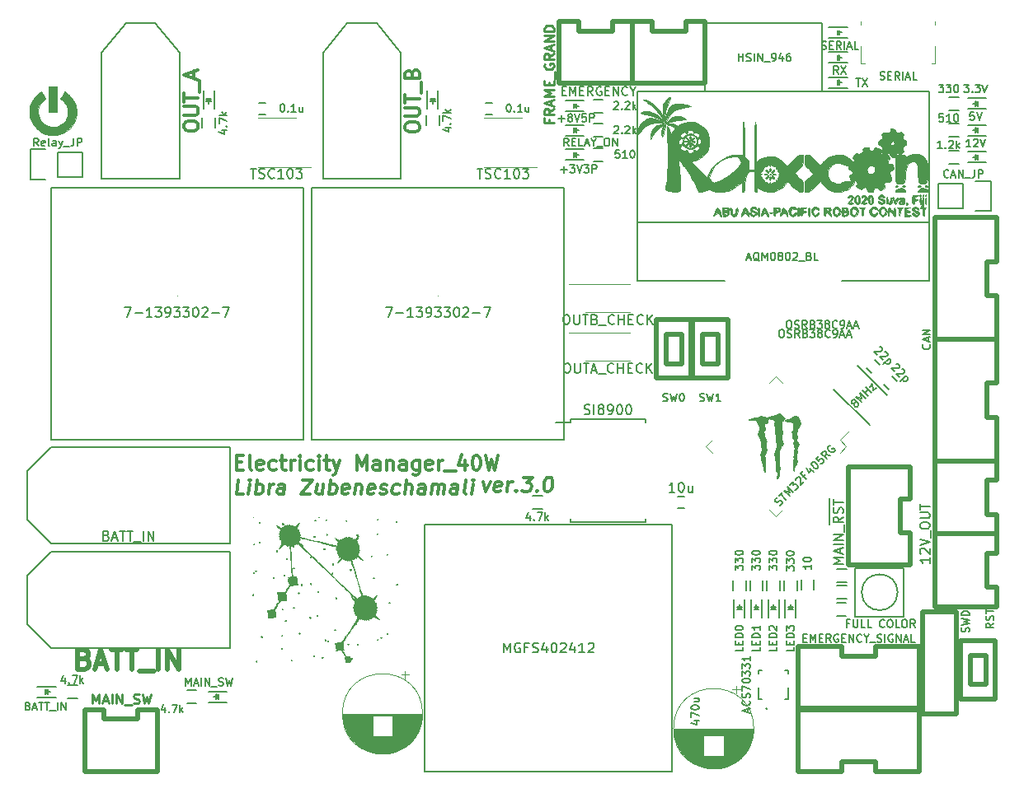
<source format=gbr>
G04 #@! TF.GenerationSoftware,KiCad,Pcbnew,(5.1.5)-3*
G04 #@! TF.CreationDate,2020-03-06T15:52:16+09:00*
G04 #@! TF.ProjectId,Electricity_Manager_40W,456c6563-7472-4696-9369-74795f4d616e,rev?*
G04 #@! TF.SameCoordinates,Original*
G04 #@! TF.FileFunction,Legend,Top*
G04 #@! TF.FilePolarity,Positive*
%FSLAX46Y46*%
G04 Gerber Fmt 4.6, Leading zero omitted, Abs format (unit mm)*
G04 Created by KiCad (PCBNEW (5.1.5)-3) date 2020-03-06 15:52:16*
%MOMM*%
%LPD*%
G04 APERTURE LIST*
%ADD10C,0.375000*%
%ADD11C,0.150000*%
%ADD12C,0.500000*%
%ADD13C,0.010000*%
%ADD14C,0.120000*%
%ADD15C,0.200000*%
%ADD16C,0.152400*%
%ADD17C,0.250000*%
%ADD18C,0.000100*%
G04 APERTURE END LIST*
D10*
X95191964Y-145178571D02*
X95424107Y-146178571D01*
X95906250Y-145178571D01*
X96933035Y-146107142D02*
X96781250Y-146178571D01*
X96495535Y-146178571D01*
X96361607Y-146107142D01*
X96308035Y-145964285D01*
X96379464Y-145392857D01*
X96468750Y-145250000D01*
X96620535Y-145178571D01*
X96906250Y-145178571D01*
X97040178Y-145250000D01*
X97093750Y-145392857D01*
X97075892Y-145535714D01*
X96343750Y-145678571D01*
X97638392Y-146178571D02*
X97763392Y-145178571D01*
X97727678Y-145464285D02*
X97816964Y-145321428D01*
X97897321Y-145250000D01*
X98049107Y-145178571D01*
X98191964Y-145178571D01*
X98584821Y-146035714D02*
X98647321Y-146107142D01*
X98566964Y-146178571D01*
X98504464Y-146107142D01*
X98584821Y-146035714D01*
X98566964Y-146178571D01*
X99325892Y-144678571D02*
X100254464Y-144678571D01*
X99683035Y-145250000D01*
X99897321Y-145250000D01*
X100031250Y-145321428D01*
X100093750Y-145392857D01*
X100147321Y-145535714D01*
X100102678Y-145892857D01*
X100013392Y-146035714D01*
X99933035Y-146107142D01*
X99781250Y-146178571D01*
X99352678Y-146178571D01*
X99218750Y-146107142D01*
X99156250Y-146035714D01*
X100727678Y-146035714D02*
X100790178Y-146107142D01*
X100709821Y-146178571D01*
X100647321Y-146107142D01*
X100727678Y-146035714D01*
X100709821Y-146178571D01*
X101897321Y-144678571D02*
X102040178Y-144678571D01*
X102174107Y-144750000D01*
X102236607Y-144821428D01*
X102290178Y-144964285D01*
X102325892Y-145250000D01*
X102281250Y-145607142D01*
X102174107Y-145892857D01*
X102084821Y-146035714D01*
X102004464Y-146107142D01*
X101852678Y-146178571D01*
X101709821Y-146178571D01*
X101575892Y-146107142D01*
X101513392Y-146035714D01*
X101459821Y-145892857D01*
X101424107Y-145607142D01*
X101468750Y-145250000D01*
X101575892Y-144964285D01*
X101665178Y-144821428D01*
X101745535Y-144750000D01*
X101897321Y-144678571D01*
X70574107Y-146428571D02*
X69859821Y-146428571D01*
X70047321Y-144928571D01*
X71074107Y-146428571D02*
X71199107Y-145428571D01*
X71261607Y-144928571D02*
X71181250Y-145000000D01*
X71243750Y-145071428D01*
X71324107Y-145000000D01*
X71261607Y-144928571D01*
X71243750Y-145071428D01*
X71788392Y-146428571D02*
X71975892Y-144928571D01*
X71904464Y-145500000D02*
X72056250Y-145428571D01*
X72341964Y-145428571D01*
X72475892Y-145500000D01*
X72538392Y-145571428D01*
X72591964Y-145714285D01*
X72538392Y-146142857D01*
X72449107Y-146285714D01*
X72368750Y-146357142D01*
X72216964Y-146428571D01*
X71931250Y-146428571D01*
X71797321Y-146357142D01*
X73145535Y-146428571D02*
X73270535Y-145428571D01*
X73234821Y-145714285D02*
X73324107Y-145571428D01*
X73404464Y-145500000D01*
X73556250Y-145428571D01*
X73699107Y-145428571D01*
X74716964Y-146428571D02*
X74815178Y-145642857D01*
X74761607Y-145500000D01*
X74627678Y-145428571D01*
X74341964Y-145428571D01*
X74190178Y-145500000D01*
X74725892Y-146357142D02*
X74574107Y-146428571D01*
X74216964Y-146428571D01*
X74083035Y-146357142D01*
X74029464Y-146214285D01*
X74047321Y-146071428D01*
X74136607Y-145928571D01*
X74288392Y-145857142D01*
X74645535Y-145857142D01*
X74797321Y-145785714D01*
X76618750Y-144928571D02*
X77618750Y-144928571D01*
X76431250Y-146428571D01*
X77431250Y-146428571D01*
X78770535Y-145428571D02*
X78645535Y-146428571D01*
X78127678Y-145428571D02*
X78029464Y-146214285D01*
X78083035Y-146357142D01*
X78216964Y-146428571D01*
X78431250Y-146428571D01*
X78583035Y-146357142D01*
X78663392Y-146285714D01*
X79359821Y-146428571D02*
X79547321Y-144928571D01*
X79475892Y-145500000D02*
X79627678Y-145428571D01*
X79913392Y-145428571D01*
X80047321Y-145500000D01*
X80109821Y-145571428D01*
X80163392Y-145714285D01*
X80109821Y-146142857D01*
X80020535Y-146285714D01*
X79940178Y-146357142D01*
X79788392Y-146428571D01*
X79502678Y-146428571D01*
X79368750Y-146357142D01*
X81297321Y-146357142D02*
X81145535Y-146428571D01*
X80859821Y-146428571D01*
X80725892Y-146357142D01*
X80672321Y-146214285D01*
X80743750Y-145642857D01*
X80833035Y-145500000D01*
X80984821Y-145428571D01*
X81270535Y-145428571D01*
X81404464Y-145500000D01*
X81458035Y-145642857D01*
X81440178Y-145785714D01*
X80708035Y-145928571D01*
X82127678Y-145428571D02*
X82002678Y-146428571D01*
X82109821Y-145571428D02*
X82190178Y-145500000D01*
X82341964Y-145428571D01*
X82556250Y-145428571D01*
X82690178Y-145500000D01*
X82743750Y-145642857D01*
X82645535Y-146428571D01*
X83940178Y-146357142D02*
X83788392Y-146428571D01*
X83502678Y-146428571D01*
X83368750Y-146357142D01*
X83315178Y-146214285D01*
X83386607Y-145642857D01*
X83475892Y-145500000D01*
X83627678Y-145428571D01*
X83913392Y-145428571D01*
X84047321Y-145500000D01*
X84100892Y-145642857D01*
X84083035Y-145785714D01*
X83350892Y-145928571D01*
X84583035Y-146357142D02*
X84716964Y-146428571D01*
X85002678Y-146428571D01*
X85154464Y-146357142D01*
X85243750Y-146214285D01*
X85252678Y-146142857D01*
X85199107Y-146000000D01*
X85065178Y-145928571D01*
X84850892Y-145928571D01*
X84716964Y-145857142D01*
X84663392Y-145714285D01*
X84672321Y-145642857D01*
X84761607Y-145500000D01*
X84913392Y-145428571D01*
X85127678Y-145428571D01*
X85261607Y-145500000D01*
X86511607Y-146357142D02*
X86359821Y-146428571D01*
X86074107Y-146428571D01*
X85940178Y-146357142D01*
X85877678Y-146285714D01*
X85824107Y-146142857D01*
X85877678Y-145714285D01*
X85966964Y-145571428D01*
X86047321Y-145500000D01*
X86199107Y-145428571D01*
X86484821Y-145428571D01*
X86618750Y-145500000D01*
X87145535Y-146428571D02*
X87333035Y-144928571D01*
X87788392Y-146428571D02*
X87886607Y-145642857D01*
X87833035Y-145500000D01*
X87699107Y-145428571D01*
X87484821Y-145428571D01*
X87333035Y-145500000D01*
X87252678Y-145571428D01*
X89145535Y-146428571D02*
X89243750Y-145642857D01*
X89190178Y-145500000D01*
X89056250Y-145428571D01*
X88770535Y-145428571D01*
X88618750Y-145500000D01*
X89154464Y-146357142D02*
X89002678Y-146428571D01*
X88645535Y-146428571D01*
X88511607Y-146357142D01*
X88458035Y-146214285D01*
X88475892Y-146071428D01*
X88565178Y-145928571D01*
X88716964Y-145857142D01*
X89074107Y-145857142D01*
X89225892Y-145785714D01*
X89859821Y-146428571D02*
X89984821Y-145428571D01*
X89966964Y-145571428D02*
X90047321Y-145500000D01*
X90199107Y-145428571D01*
X90413392Y-145428571D01*
X90547321Y-145500000D01*
X90600892Y-145642857D01*
X90502678Y-146428571D01*
X90600892Y-145642857D02*
X90690178Y-145500000D01*
X90841964Y-145428571D01*
X91056250Y-145428571D01*
X91190178Y-145500000D01*
X91243750Y-145642857D01*
X91145535Y-146428571D01*
X92502678Y-146428571D02*
X92600892Y-145642857D01*
X92547321Y-145500000D01*
X92413392Y-145428571D01*
X92127678Y-145428571D01*
X91975892Y-145500000D01*
X92511607Y-146357142D02*
X92359821Y-146428571D01*
X92002678Y-146428571D01*
X91868750Y-146357142D01*
X91815178Y-146214285D01*
X91833035Y-146071428D01*
X91922321Y-145928571D01*
X92074107Y-145857142D01*
X92431250Y-145857142D01*
X92583035Y-145785714D01*
X93431250Y-146428571D02*
X93297321Y-146357142D01*
X93243750Y-146214285D01*
X93404464Y-144928571D01*
X94002678Y-146428571D02*
X94127678Y-145428571D01*
X94190178Y-144928571D02*
X94109821Y-145000000D01*
X94172321Y-145071428D01*
X94252678Y-145000000D01*
X94190178Y-144928571D01*
X94172321Y-145071428D01*
X69850892Y-143142857D02*
X70350892Y-143142857D01*
X70565178Y-143928571D02*
X69850892Y-143928571D01*
X69850892Y-142428571D01*
X70565178Y-142428571D01*
X71422321Y-143928571D02*
X71279464Y-143857142D01*
X71208035Y-143714285D01*
X71208035Y-142428571D01*
X72565178Y-143857142D02*
X72422321Y-143928571D01*
X72136607Y-143928571D01*
X71993750Y-143857142D01*
X71922321Y-143714285D01*
X71922321Y-143142857D01*
X71993750Y-143000000D01*
X72136607Y-142928571D01*
X72422321Y-142928571D01*
X72565178Y-143000000D01*
X72636607Y-143142857D01*
X72636607Y-143285714D01*
X71922321Y-143428571D01*
X73922321Y-143857142D02*
X73779464Y-143928571D01*
X73493750Y-143928571D01*
X73350892Y-143857142D01*
X73279464Y-143785714D01*
X73208035Y-143642857D01*
X73208035Y-143214285D01*
X73279464Y-143071428D01*
X73350892Y-143000000D01*
X73493750Y-142928571D01*
X73779464Y-142928571D01*
X73922321Y-143000000D01*
X74350892Y-142928571D02*
X74922321Y-142928571D01*
X74565178Y-142428571D02*
X74565178Y-143714285D01*
X74636607Y-143857142D01*
X74779464Y-143928571D01*
X74922321Y-143928571D01*
X75422321Y-143928571D02*
X75422321Y-142928571D01*
X75422321Y-143214285D02*
X75493750Y-143071428D01*
X75565178Y-143000000D01*
X75708035Y-142928571D01*
X75850892Y-142928571D01*
X76350892Y-143928571D02*
X76350892Y-142928571D01*
X76350892Y-142428571D02*
X76279464Y-142500000D01*
X76350892Y-142571428D01*
X76422321Y-142500000D01*
X76350892Y-142428571D01*
X76350892Y-142571428D01*
X77708035Y-143857142D02*
X77565178Y-143928571D01*
X77279464Y-143928571D01*
X77136607Y-143857142D01*
X77065178Y-143785714D01*
X76993750Y-143642857D01*
X76993750Y-143214285D01*
X77065178Y-143071428D01*
X77136607Y-143000000D01*
X77279464Y-142928571D01*
X77565178Y-142928571D01*
X77708035Y-143000000D01*
X78350892Y-143928571D02*
X78350892Y-142928571D01*
X78350892Y-142428571D02*
X78279464Y-142500000D01*
X78350892Y-142571428D01*
X78422321Y-142500000D01*
X78350892Y-142428571D01*
X78350892Y-142571428D01*
X78850892Y-142928571D02*
X79422321Y-142928571D01*
X79065178Y-142428571D02*
X79065178Y-143714285D01*
X79136607Y-143857142D01*
X79279464Y-143928571D01*
X79422321Y-143928571D01*
X79779464Y-142928571D02*
X80136607Y-143928571D01*
X80493750Y-142928571D02*
X80136607Y-143928571D01*
X79993750Y-144285714D01*
X79922321Y-144357142D01*
X79779464Y-144428571D01*
X82208035Y-143928571D02*
X82208035Y-142428571D01*
X82708035Y-143500000D01*
X83208035Y-142428571D01*
X83208035Y-143928571D01*
X84565178Y-143928571D02*
X84565178Y-143142857D01*
X84493750Y-143000000D01*
X84350892Y-142928571D01*
X84065178Y-142928571D01*
X83922321Y-143000000D01*
X84565178Y-143857142D02*
X84422321Y-143928571D01*
X84065178Y-143928571D01*
X83922321Y-143857142D01*
X83850892Y-143714285D01*
X83850892Y-143571428D01*
X83922321Y-143428571D01*
X84065178Y-143357142D01*
X84422321Y-143357142D01*
X84565178Y-143285714D01*
X85279464Y-142928571D02*
X85279464Y-143928571D01*
X85279464Y-143071428D02*
X85350892Y-143000000D01*
X85493750Y-142928571D01*
X85708035Y-142928571D01*
X85850892Y-143000000D01*
X85922321Y-143142857D01*
X85922321Y-143928571D01*
X87279464Y-143928571D02*
X87279464Y-143142857D01*
X87208035Y-143000000D01*
X87065178Y-142928571D01*
X86779464Y-142928571D01*
X86636607Y-143000000D01*
X87279464Y-143857142D02*
X87136607Y-143928571D01*
X86779464Y-143928571D01*
X86636607Y-143857142D01*
X86565178Y-143714285D01*
X86565178Y-143571428D01*
X86636607Y-143428571D01*
X86779464Y-143357142D01*
X87136607Y-143357142D01*
X87279464Y-143285714D01*
X88636607Y-142928571D02*
X88636607Y-144142857D01*
X88565178Y-144285714D01*
X88493750Y-144357142D01*
X88350892Y-144428571D01*
X88136607Y-144428571D01*
X87993750Y-144357142D01*
X88636607Y-143857142D02*
X88493750Y-143928571D01*
X88208035Y-143928571D01*
X88065178Y-143857142D01*
X87993750Y-143785714D01*
X87922321Y-143642857D01*
X87922321Y-143214285D01*
X87993750Y-143071428D01*
X88065178Y-143000000D01*
X88208035Y-142928571D01*
X88493750Y-142928571D01*
X88636607Y-143000000D01*
X89922321Y-143857142D02*
X89779464Y-143928571D01*
X89493750Y-143928571D01*
X89350892Y-143857142D01*
X89279464Y-143714285D01*
X89279464Y-143142857D01*
X89350892Y-143000000D01*
X89493750Y-142928571D01*
X89779464Y-142928571D01*
X89922321Y-143000000D01*
X89993750Y-143142857D01*
X89993750Y-143285714D01*
X89279464Y-143428571D01*
X90636607Y-143928571D02*
X90636607Y-142928571D01*
X90636607Y-143214285D02*
X90708035Y-143071428D01*
X90779464Y-143000000D01*
X90922321Y-142928571D01*
X91065178Y-142928571D01*
X91208035Y-144071428D02*
X92350892Y-144071428D01*
X93350892Y-142928571D02*
X93350892Y-143928571D01*
X92993750Y-142357142D02*
X92636607Y-143428571D01*
X93565178Y-143428571D01*
X94422321Y-142428571D02*
X94565178Y-142428571D01*
X94708035Y-142500000D01*
X94779464Y-142571428D01*
X94850892Y-142714285D01*
X94922321Y-143000000D01*
X94922321Y-143357142D01*
X94850892Y-143642857D01*
X94779464Y-143785714D01*
X94708035Y-143857142D01*
X94565178Y-143928571D01*
X94422321Y-143928571D01*
X94279464Y-143857142D01*
X94208035Y-143785714D01*
X94136607Y-143642857D01*
X94065178Y-143357142D01*
X94065178Y-143000000D01*
X94136607Y-142714285D01*
X94208035Y-142571428D01*
X94279464Y-142500000D01*
X94422321Y-142428571D01*
X95422321Y-142428571D02*
X95779464Y-143928571D01*
X96065178Y-142857142D01*
X96350892Y-143928571D01*
X96708035Y-142428571D01*
D11*
X135426777Y-132578249D02*
X135921751Y-133073223D01*
X135073223Y-133921751D02*
X134578249Y-133426777D01*
X134921751Y-139325914D02*
X131209441Y-135613604D01*
X133613604Y-133209441D02*
X136654163Y-136250000D01*
X132500000Y-157175000D02*
X131500000Y-157175000D01*
X131500000Y-155825000D02*
X132500000Y-155825000D01*
X131470000Y-157575000D02*
X132470000Y-157575000D01*
X132470000Y-158925000D02*
X131470000Y-158925000D01*
X131500000Y-154075000D02*
X132500000Y-154075000D01*
X132500000Y-155425000D02*
X131500000Y-155425000D01*
X123500000Y-158030000D02*
X123250000Y-158280000D01*
X123000000Y-158030000D02*
X123500000Y-158030000D01*
X123250000Y-158280000D02*
X123000000Y-158030000D01*
X123000000Y-158280000D02*
X123500000Y-158280000D01*
X123250000Y-158230000D02*
X123250000Y-157780000D01*
X122700000Y-159130000D02*
X122700000Y-157230000D01*
X123800000Y-159130000D02*
X123800000Y-157230000D01*
X81250000Y-98000000D02*
X78750000Y-101000000D01*
X78750000Y-101000000D02*
X78750000Y-114000000D01*
X84250000Y-98000000D02*
X86750000Y-101000000D01*
X86750000Y-101000000D02*
X86750000Y-114000000D01*
X84250000Y-98000000D02*
X81250000Y-98000000D01*
X86750000Y-114000000D02*
X78750000Y-114000000D01*
X64000000Y-114000000D02*
X56000000Y-114000000D01*
X61500000Y-98000000D02*
X58500000Y-98000000D01*
X64000000Y-101000000D02*
X64000000Y-114000000D01*
X61500000Y-98000000D02*
X64000000Y-101000000D01*
X56000000Y-101000000D02*
X56000000Y-114000000D01*
X58500000Y-98000000D02*
X56000000Y-101000000D01*
X115850000Y-147850000D02*
X115150000Y-147850000D01*
X115150000Y-146650000D02*
X115850000Y-146650000D01*
X144480000Y-117020000D02*
X141940000Y-117020000D01*
X147300000Y-117300000D02*
X145750000Y-117300000D01*
X144480000Y-117020000D02*
X144480000Y-114480000D01*
X145750000Y-114200000D02*
X147300000Y-114200000D01*
X147300000Y-114200000D02*
X147300000Y-117300000D01*
X144480000Y-114480000D02*
X141940000Y-114480000D01*
X141940000Y-114480000D02*
X141940000Y-117020000D01*
D12*
X147950000Y-130500000D02*
X147950000Y-126000000D01*
X147950000Y-126000000D02*
X146950000Y-126000000D01*
X146950000Y-126000000D02*
X146950000Y-122500000D01*
X146950000Y-122500000D02*
X147950000Y-122500000D01*
X147950000Y-122500000D02*
X147950000Y-118000000D01*
X141550000Y-118000000D02*
X141550000Y-130500000D01*
X147950000Y-118000000D02*
X141550000Y-118000000D01*
X141550000Y-130500000D02*
X147950000Y-130500000D01*
X61750000Y-168550000D02*
X59750000Y-168550000D01*
X59750000Y-168550000D02*
X59750000Y-169550000D01*
X59750000Y-169550000D02*
X56250000Y-169550000D01*
X56250000Y-169550000D02*
X56250000Y-168550000D01*
X56250000Y-168550000D02*
X54250000Y-168550000D01*
X61750000Y-174950000D02*
X61750000Y-168550000D01*
X54250000Y-168550000D02*
X54250000Y-174950000D01*
X54250000Y-174950000D02*
X61750000Y-174950000D01*
D11*
X69150000Y-152300000D02*
X50800000Y-152300000D01*
X69150000Y-162200000D02*
X69150000Y-152300000D01*
X50800000Y-162200000D02*
X69150000Y-162200000D01*
X50800000Y-152300000D02*
X48350000Y-154800000D01*
X50800000Y-162200000D02*
X48350000Y-159750000D01*
X48350000Y-157250000D02*
X48350000Y-154800000D01*
X48350000Y-157200000D02*
X48350000Y-159750000D01*
X48350000Y-146450000D02*
X48350000Y-149000000D01*
X48350000Y-146500000D02*
X48350000Y-144050000D01*
X50800000Y-151450000D02*
X48350000Y-149000000D01*
X50800000Y-141550000D02*
X48350000Y-144050000D01*
X50800000Y-151450000D02*
X69150000Y-151450000D01*
X69150000Y-151450000D02*
X69150000Y-141550000D01*
X69150000Y-141550000D02*
X50800000Y-141550000D01*
D12*
X147800000Y-167500000D02*
X147800000Y-161500000D01*
X144200000Y-167500000D02*
X147800000Y-167500000D01*
X144200000Y-161500000D02*
X144200000Y-167500000D01*
X147800000Y-161500000D02*
X144200000Y-161500000D01*
X146800000Y-166000000D02*
X146800000Y-163000000D01*
X145200000Y-166000000D02*
X146800000Y-166000000D01*
X145200000Y-163000000D02*
X145200000Y-166000000D01*
X146800000Y-163000000D02*
X145200000Y-163000000D01*
X140300000Y-169000000D02*
X143800000Y-169000000D01*
X140300000Y-158500000D02*
X140300000Y-169000000D01*
X143800000Y-158500000D02*
X143800000Y-169000000D01*
X143800000Y-158500000D02*
X140300000Y-158500000D01*
D11*
X136823223Y-135671751D02*
X136328249Y-135176777D01*
X137176777Y-134328249D02*
X137671751Y-134823223D01*
X146850000Y-111200000D02*
X144950000Y-111200000D01*
X146850000Y-112300000D02*
X144950000Y-112300000D01*
X145950000Y-111750000D02*
X145500000Y-111750000D01*
X146000000Y-112000000D02*
X146000000Y-111500000D01*
X146000000Y-111750000D02*
X145750000Y-112000000D01*
X145750000Y-112000000D02*
X145750000Y-111500000D01*
X145750000Y-111500000D02*
X146000000Y-111750000D01*
X145750000Y-108750000D02*
X146000000Y-109000000D01*
X145750000Y-109250000D02*
X145750000Y-108750000D01*
X146000000Y-109000000D02*
X145750000Y-109250000D01*
X146000000Y-109250000D02*
X146000000Y-108750000D01*
X145950000Y-109000000D02*
X145500000Y-109000000D01*
X146850000Y-109550000D02*
X144950000Y-109550000D01*
X146850000Y-108450000D02*
X144950000Y-108450000D01*
X146850000Y-105700000D02*
X144950000Y-105700000D01*
X146850000Y-106800000D02*
X144950000Y-106800000D01*
X145950000Y-106250000D02*
X145500000Y-106250000D01*
X146000000Y-106500000D02*
X146000000Y-106000000D01*
X146000000Y-106250000D02*
X145750000Y-106500000D01*
X145750000Y-106500000D02*
X145750000Y-106000000D01*
X145750000Y-106000000D02*
X146000000Y-106250000D01*
X122050000Y-159130000D02*
X122050000Y-157230000D01*
X120950000Y-159130000D02*
X120950000Y-157230000D01*
X121500000Y-158230000D02*
X121500000Y-157780000D01*
X121250000Y-158280000D02*
X121750000Y-158280000D01*
X121500000Y-158280000D02*
X121250000Y-158030000D01*
X121250000Y-158030000D02*
X121750000Y-158030000D01*
X121750000Y-158030000D02*
X121500000Y-158280000D01*
X125550000Y-159130000D02*
X125550000Y-157230000D01*
X124450000Y-159130000D02*
X124450000Y-157230000D01*
X125000000Y-158230000D02*
X125000000Y-157780000D01*
X124750000Y-158280000D02*
X125250000Y-158280000D01*
X125000000Y-158280000D02*
X124750000Y-158030000D01*
X124750000Y-158030000D02*
X125250000Y-158030000D01*
X125250000Y-158030000D02*
X125000000Y-158280000D01*
X127000000Y-158030000D02*
X126750000Y-158280000D01*
X126500000Y-158030000D02*
X127000000Y-158030000D01*
X126750000Y-158280000D02*
X126500000Y-158030000D01*
X126500000Y-158280000D02*
X127000000Y-158280000D01*
X126750000Y-158230000D02*
X126750000Y-157780000D01*
X126200000Y-159130000D02*
X126200000Y-157230000D01*
X127300000Y-159130000D02*
X127300000Y-157230000D01*
X49400000Y-167300000D02*
X51300000Y-167300000D01*
X49400000Y-166200000D02*
X51300000Y-166200000D01*
X50300000Y-166750000D02*
X50750000Y-166750000D01*
X50250000Y-166500000D02*
X50250000Y-167000000D01*
X50250000Y-166750000D02*
X50500000Y-166500000D01*
X50500000Y-166500000D02*
X50500000Y-167000000D01*
X50500000Y-167000000D02*
X50250000Y-166750000D01*
X68850000Y-166700000D02*
X66950000Y-166700000D01*
X68850000Y-167800000D02*
X66950000Y-167800000D01*
X67950000Y-167250000D02*
X67500000Y-167250000D01*
X68000000Y-167500000D02*
X68000000Y-167000000D01*
X68000000Y-167250000D02*
X67750000Y-167500000D01*
X67750000Y-167500000D02*
X67750000Y-167000000D01*
X67750000Y-167000000D02*
X68000000Y-167250000D01*
X66750000Y-106000000D02*
X67000000Y-105750000D01*
X67250000Y-106000000D02*
X66750000Y-106000000D01*
X67000000Y-105750000D02*
X67250000Y-106000000D01*
X67250000Y-105750000D02*
X66750000Y-105750000D01*
X67000000Y-105800000D02*
X67000000Y-106250000D01*
X67550000Y-104900000D02*
X67550000Y-106800000D01*
X66450000Y-104900000D02*
X66450000Y-106800000D01*
X89450000Y-104900000D02*
X89450000Y-106800000D01*
X90550000Y-104900000D02*
X90550000Y-106800000D01*
X90000000Y-105800000D02*
X90000000Y-106250000D01*
X90250000Y-105750000D02*
X89750000Y-105750000D01*
X90000000Y-105750000D02*
X90250000Y-106000000D01*
X90250000Y-106000000D02*
X89750000Y-106000000D01*
X89750000Y-106000000D02*
X90000000Y-105750000D01*
X104740000Y-109240000D02*
X104490000Y-108990000D01*
X104740000Y-108740000D02*
X104740000Y-109240000D01*
X104490000Y-108990000D02*
X104740000Y-108740000D01*
X104490000Y-108740000D02*
X104490000Y-109240000D01*
X104540000Y-108990000D02*
X104990000Y-108990000D01*
X103640000Y-108440000D02*
X105540000Y-108440000D01*
X103640000Y-109540000D02*
X105540000Y-109540000D01*
X104740000Y-106740000D02*
X104490000Y-106490000D01*
X104740000Y-106240000D02*
X104740000Y-106740000D01*
X104490000Y-106490000D02*
X104740000Y-106240000D01*
X104490000Y-106240000D02*
X104490000Y-106740000D01*
X104540000Y-106490000D02*
X104990000Y-106490000D01*
X103640000Y-105940000D02*
X105540000Y-105940000D01*
X103640000Y-107040000D02*
X105540000Y-107040000D01*
X104740000Y-111740000D02*
X104490000Y-111490000D01*
X104740000Y-111240000D02*
X104740000Y-111740000D01*
X104490000Y-111490000D02*
X104740000Y-111240000D01*
X104490000Y-111240000D02*
X104490000Y-111740000D01*
X104540000Y-111490000D02*
X104990000Y-111490000D01*
X103640000Y-110940000D02*
X105540000Y-110940000D01*
X103640000Y-112040000D02*
X105540000Y-112040000D01*
X51520000Y-111230000D02*
X54060000Y-111230000D01*
X48700000Y-110950000D02*
X50250000Y-110950000D01*
X51520000Y-111230000D02*
X51520000Y-113770000D01*
X50250000Y-114050000D02*
X48700000Y-114050000D01*
X48700000Y-114050000D02*
X48700000Y-110950000D01*
X51520000Y-113770000D02*
X54060000Y-113770000D01*
X54060000Y-113770000D02*
X54060000Y-111230000D01*
D12*
X140000000Y-162050000D02*
X135500000Y-162050000D01*
X135500000Y-162050000D02*
X135500000Y-163050000D01*
X135500000Y-163050000D02*
X132000000Y-163050000D01*
X132000000Y-163050000D02*
X132000000Y-162050000D01*
X132000000Y-162050000D02*
X127500000Y-162050000D01*
X127500000Y-168450000D02*
X140000000Y-168450000D01*
X127500000Y-162050000D02*
X127500000Y-168450000D01*
X140000000Y-168450000D02*
X140000000Y-162050000D01*
X141550000Y-150500000D02*
X141550000Y-158000000D01*
X147950000Y-150500000D02*
X141550000Y-150500000D01*
X141550000Y-158000000D02*
X147950000Y-158000000D01*
X147950000Y-152500000D02*
X147950000Y-150500000D01*
X146950000Y-152500000D02*
X147950000Y-152500000D01*
X146950000Y-156000000D02*
X146950000Y-152500000D01*
X147950000Y-156000000D02*
X146950000Y-156000000D01*
X147950000Y-158000000D02*
X147950000Y-156000000D01*
X147950000Y-150500000D02*
X147950000Y-148500000D01*
X147950000Y-148500000D02*
X146950000Y-148500000D01*
X146950000Y-148500000D02*
X146950000Y-145000000D01*
X146950000Y-145000000D02*
X147950000Y-145000000D01*
X147950000Y-145000000D02*
X147950000Y-143000000D01*
X141550000Y-150500000D02*
X147950000Y-150500000D01*
X147950000Y-143000000D02*
X141550000Y-143000000D01*
X141550000Y-143000000D02*
X141550000Y-150500000D01*
X110500000Y-97800000D02*
X108500000Y-97800000D01*
X108500000Y-97800000D02*
X108500000Y-98800000D01*
X108500000Y-98800000D02*
X105000000Y-98800000D01*
X105000000Y-98800000D02*
X105000000Y-97800000D01*
X105000000Y-97800000D02*
X103000000Y-97800000D01*
X110500000Y-104200000D02*
X110500000Y-97800000D01*
X103000000Y-97800000D02*
X103000000Y-104200000D01*
X103000000Y-104200000D02*
X110500000Y-104200000D01*
X110500000Y-104200000D02*
X118000000Y-104200000D01*
X110500000Y-97800000D02*
X110500000Y-104200000D01*
X118000000Y-104200000D02*
X118000000Y-97800000D01*
X112500000Y-97800000D02*
X110500000Y-97800000D01*
X112500000Y-98800000D02*
X112500000Y-97800000D01*
X116000000Y-98800000D02*
X112500000Y-98800000D01*
X116000000Y-97800000D02*
X116000000Y-98800000D01*
X118000000Y-97800000D02*
X116000000Y-97800000D01*
D11*
X144000000Y-112425000D02*
X143000000Y-112425000D01*
X143000000Y-111075000D02*
X144000000Y-111075000D01*
X143000000Y-108325000D02*
X144000000Y-108325000D01*
X144000000Y-109675000D02*
X143000000Y-109675000D01*
X144000000Y-106925000D02*
X143000000Y-106925000D01*
X143000000Y-105575000D02*
X144000000Y-105575000D01*
X122175000Y-155280000D02*
X122175000Y-156280000D01*
X120825000Y-156280000D02*
X120825000Y-155280000D01*
X122575000Y-156280000D02*
X122575000Y-155280000D01*
X123925000Y-155280000D02*
X123925000Y-156280000D01*
X125675000Y-155280000D02*
X125675000Y-156280000D01*
X124325000Y-156280000D02*
X124325000Y-155280000D01*
X126075000Y-156280000D02*
X126075000Y-155280000D01*
X127425000Y-155280000D02*
X127425000Y-156280000D01*
X129175000Y-155250000D02*
X129175000Y-156250000D01*
X127825000Y-156250000D02*
X127825000Y-155250000D01*
X100250000Y-146575000D02*
X101250000Y-146575000D01*
X101250000Y-147925000D02*
X100250000Y-147925000D01*
X53500000Y-167425000D02*
X52500000Y-167425000D01*
X52500000Y-166075000D02*
X53500000Y-166075000D01*
X65750000Y-167925000D02*
X64750000Y-167925000D01*
X64750000Y-166575000D02*
X65750000Y-166575000D01*
X66325000Y-108750000D02*
X66325000Y-107750000D01*
X67675000Y-107750000D02*
X67675000Y-108750000D01*
X90675000Y-107500000D02*
X90675000Y-108500000D01*
X89325000Y-108500000D02*
X89325000Y-107500000D01*
X107500000Y-109665000D02*
X106500000Y-109665000D01*
X106500000Y-108315000D02*
X107500000Y-108315000D01*
X106500000Y-105815000D02*
X107500000Y-105815000D01*
X107500000Y-107165000D02*
X106500000Y-107165000D01*
X106500000Y-110815000D02*
X107500000Y-110815000D01*
X107500000Y-112165000D02*
X106500000Y-112165000D01*
D12*
X147950000Y-143000000D02*
X147950000Y-138500000D01*
X147950000Y-138500000D02*
X146950000Y-138500000D01*
X146950000Y-138500000D02*
X146950000Y-135000000D01*
X146950000Y-135000000D02*
X147950000Y-135000000D01*
X147950000Y-135000000D02*
X147950000Y-130500000D01*
X141550000Y-130500000D02*
X141550000Y-143000000D01*
X147950000Y-130500000D02*
X141550000Y-130500000D01*
X141550000Y-143000000D02*
X147950000Y-143000000D01*
D11*
X104125000Y-138675000D02*
X104125000Y-139030000D01*
X111875000Y-138675000D02*
X111875000Y-139030000D01*
X111875000Y-149325000D02*
X111875000Y-148970000D01*
X104125000Y-149325000D02*
X104125000Y-148970000D01*
X104125000Y-138675000D02*
X111875000Y-138675000D01*
X104125000Y-149325000D02*
X111875000Y-149325000D01*
X104125000Y-139030000D02*
X102600000Y-139030000D01*
D12*
X127500000Y-174950000D02*
X132000000Y-174950000D01*
X132000000Y-174950000D02*
X132000000Y-173950000D01*
X132000000Y-173950000D02*
X135500000Y-173950000D01*
X135500000Y-173950000D02*
X135500000Y-174950000D01*
X135500000Y-174950000D02*
X140000000Y-174950000D01*
X140000000Y-168550000D02*
X127500000Y-168550000D01*
X140000000Y-174950000D02*
X140000000Y-168550000D01*
X127500000Y-168550000D02*
X127500000Y-174950000D01*
D13*
G36*
X127129452Y-138369668D02*
G01*
X127163308Y-138382150D01*
X127201549Y-138392634D01*
X127251989Y-138399553D01*
X127288005Y-138401200D01*
X127371860Y-138406856D01*
X127438836Y-138425788D01*
X127493318Y-138460935D01*
X127539694Y-138515240D01*
X127582349Y-138591645D01*
X127587135Y-138601810D01*
X127613872Y-138658640D01*
X127640814Y-138714593D01*
X127663422Y-138760286D01*
X127669764Y-138772681D01*
X127696827Y-138849606D01*
X127701100Y-138894793D01*
X127707495Y-138943761D01*
X127724333Y-138985775D01*
X127748089Y-139014427D01*
X127771871Y-139023500D01*
X127785777Y-139034945D01*
X127790000Y-139066731D01*
X127785357Y-139093729D01*
X127770398Y-139131020D01*
X127743573Y-139181808D01*
X127703335Y-139249300D01*
X127696455Y-139260406D01*
X127594352Y-139434032D01*
X127511921Y-139595684D01*
X127448187Y-139748181D01*
X127402173Y-139894342D01*
X127372904Y-140036983D01*
X127359403Y-140178924D01*
X127358200Y-140237157D01*
X127358703Y-140293074D01*
X127360886Y-140328684D01*
X127365760Y-140349071D01*
X127374336Y-140359320D01*
X127383268Y-140363244D01*
X127418140Y-140385936D01*
X127445550Y-140424493D01*
X127459246Y-140469408D01*
X127459800Y-140479636D01*
X127455145Y-140510131D01*
X127442659Y-140556304D01*
X127424553Y-140610504D01*
X127413444Y-140639848D01*
X127379069Y-140740582D01*
X127362671Y-140824083D01*
X127364288Y-140891103D01*
X127383960Y-140942393D01*
X127421727Y-140978705D01*
X127431439Y-140984228D01*
X127484277Y-141023004D01*
X127527623Y-141080825D01*
X127549771Y-141124814D01*
X127567190Y-141178766D01*
X127576570Y-141239563D01*
X127578460Y-141302242D01*
X127573406Y-141361840D01*
X127561954Y-141413394D01*
X127544651Y-141451938D01*
X127522044Y-141472512D01*
X127511248Y-141474600D01*
X127493773Y-141479025D01*
X127486250Y-141496839D01*
X127484874Y-141522225D01*
X127474342Y-141573626D01*
X127442797Y-141635355D01*
X127440424Y-141639111D01*
X127417487Y-141677404D01*
X127404240Y-141708928D01*
X127398064Y-141743591D01*
X127396341Y-141791300D01*
X127396300Y-141806048D01*
X127406107Y-141919336D01*
X127422965Y-141990056D01*
X127439857Y-142058864D01*
X127441758Y-142114732D01*
X127427789Y-142165840D01*
X127398377Y-142218397D01*
X127380357Y-142247248D01*
X127369672Y-142271975D01*
X127364834Y-142300307D01*
X127364354Y-142339975D01*
X127366147Y-142385875D01*
X127370067Y-142453217D01*
X127375801Y-142531002D01*
X127382241Y-142604446D01*
X127383545Y-142617600D01*
X127390338Y-142696696D01*
X127395747Y-142784087D01*
X127399677Y-142874855D01*
X127402034Y-142964082D01*
X127402724Y-143046851D01*
X127401652Y-143118245D01*
X127398724Y-143173345D01*
X127394787Y-143203322D01*
X127373509Y-143261273D01*
X127333290Y-143329066D01*
X127317938Y-143350587D01*
X127266861Y-143421947D01*
X127228327Y-143482202D01*
X127197910Y-143539152D01*
X127171184Y-143600592D01*
X127160833Y-143627383D01*
X127144409Y-143673941D01*
X127135292Y-143711406D01*
X127132261Y-143749701D01*
X127134095Y-143798751D01*
X127136218Y-143827428D01*
X127139830Y-143884878D01*
X127139401Y-143923578D01*
X127134398Y-143949934D01*
X127124317Y-143970303D01*
X127106476Y-143992860D01*
X127093461Y-144001900D01*
X127084014Y-143991049D01*
X127068484Y-143962419D01*
X127050018Y-143921896D01*
X127047613Y-143916175D01*
X127022672Y-143841582D01*
X127007784Y-143765262D01*
X127003550Y-143693918D01*
X127010566Y-143634252D01*
X127020064Y-143607563D01*
X127031823Y-143578089D01*
X127038110Y-143544719D01*
X127038753Y-143503204D01*
X127033580Y-143449291D01*
X127022420Y-143378732D01*
X127007670Y-143300307D01*
X126989589Y-143194891D01*
X126981416Y-143108774D01*
X126983686Y-143037644D01*
X126996937Y-142977194D01*
X127021704Y-142923112D01*
X127058525Y-142871089D01*
X127061536Y-142867450D01*
X127085384Y-142823679D01*
X127089837Y-142770688D01*
X127074973Y-142705293D01*
X127066100Y-142681100D01*
X127046885Y-142617774D01*
X127041720Y-142563764D01*
X127050790Y-142523795D01*
X127059368Y-142511845D01*
X127077778Y-142483985D01*
X127097757Y-142438757D01*
X127116335Y-142383787D01*
X127129493Y-142331850D01*
X127132660Y-142301968D01*
X127134552Y-142252301D01*
X127135098Y-142188435D01*
X127134222Y-142115956D01*
X127132924Y-142068831D01*
X127130540Y-141986651D01*
X127129899Y-141925204D01*
X127131247Y-141879866D01*
X127134825Y-141846014D01*
X127140878Y-141819026D01*
X127147038Y-141800903D01*
X127158188Y-141767815D01*
X127161940Y-141739823D01*
X127158450Y-141706769D01*
X127149144Y-141663872D01*
X127139532Y-141609165D01*
X127132591Y-141543156D01*
X127129791Y-141479915D01*
X127129787Y-141478524D01*
X127128220Y-141429441D01*
X127124218Y-141390673D01*
X127118551Y-141368784D01*
X127116658Y-141366500D01*
X127098490Y-141345707D01*
X127078200Y-141308658D01*
X127059375Y-141263845D01*
X127045603Y-141219764D01*
X127040465Y-141186097D01*
X127042616Y-141154555D01*
X127048634Y-141105077D01*
X127057574Y-141044668D01*
X127067533Y-140985650D01*
X127081122Y-140899375D01*
X127086389Y-140833294D01*
X127082596Y-140783358D01*
X127069009Y-140745519D01*
X127044890Y-140715731D01*
X127014301Y-140692919D01*
X126967195Y-140655099D01*
X126933832Y-140608181D01*
X126913626Y-140549386D01*
X126905990Y-140475934D01*
X126910337Y-140385043D01*
X126925972Y-140274553D01*
X126935368Y-140215825D01*
X126941650Y-140167046D01*
X126944295Y-140133138D01*
X126942775Y-140119024D01*
X126942584Y-140118927D01*
X126906053Y-140100501D01*
X126871585Y-140073611D01*
X126847909Y-140045653D01*
X126843084Y-140034620D01*
X126844300Y-139991870D01*
X126864742Y-139945171D01*
X126900574Y-139901229D01*
X126934584Y-139874533D01*
X126989050Y-139839992D01*
X126993851Y-139574621D01*
X126996904Y-139458081D01*
X127001558Y-139363717D01*
X127008047Y-139288343D01*
X127016602Y-139228771D01*
X127020398Y-139209820D01*
X127031170Y-139154538D01*
X127034550Y-139118792D01*
X127030834Y-139097908D01*
X127027768Y-139093071D01*
X127009601Y-139081384D01*
X126973743Y-139065352D01*
X126926853Y-139047849D01*
X126909572Y-139042070D01*
X126856852Y-139023391D01*
X126809422Y-139003821D01*
X126775727Y-138986915D01*
X126770259Y-138983396D01*
X126742613Y-138967574D01*
X126717033Y-138965897D01*
X126689047Y-138973492D01*
X126624771Y-138983645D01*
X126542194Y-138978203D01*
X126442904Y-138957369D01*
X126354900Y-138930573D01*
X126298417Y-138911762D01*
X126248989Y-138895999D01*
X126212676Y-138885176D01*
X126197202Y-138881355D01*
X126173677Y-138870362D01*
X126167978Y-138853120D01*
X126182513Y-138838008D01*
X126184513Y-138837184D01*
X126207966Y-138822487D01*
X126236049Y-138797769D01*
X126239544Y-138794174D01*
X126267503Y-138774606D01*
X126314969Y-138751616D01*
X126376592Y-138726995D01*
X126447019Y-138702539D01*
X126520901Y-138680038D01*
X126592885Y-138661286D01*
X126657621Y-138648076D01*
X126688385Y-138643802D01*
X126738147Y-138637172D01*
X126769924Y-138628498D01*
X126791119Y-138614980D01*
X126804637Y-138599833D01*
X126846390Y-138547583D01*
X126877721Y-138513401D01*
X126902024Y-138494040D01*
X126922689Y-138486254D01*
X126923397Y-138486150D01*
X126953143Y-138476538D01*
X126967212Y-138467067D01*
X126989991Y-138453616D01*
X126999218Y-138451999D01*
X127015852Y-138441942D01*
X127036501Y-138416877D01*
X127042382Y-138407549D01*
X127065805Y-138376881D01*
X127092701Y-138364700D01*
X127129452Y-138369668D01*
G37*
X127129452Y-138369668D02*
X127163308Y-138382150D01*
X127201549Y-138392634D01*
X127251989Y-138399553D01*
X127288005Y-138401200D01*
X127371860Y-138406856D01*
X127438836Y-138425788D01*
X127493318Y-138460935D01*
X127539694Y-138515240D01*
X127582349Y-138591645D01*
X127587135Y-138601810D01*
X127613872Y-138658640D01*
X127640814Y-138714593D01*
X127663422Y-138760286D01*
X127669764Y-138772681D01*
X127696827Y-138849606D01*
X127701100Y-138894793D01*
X127707495Y-138943761D01*
X127724333Y-138985775D01*
X127748089Y-139014427D01*
X127771871Y-139023500D01*
X127785777Y-139034945D01*
X127790000Y-139066731D01*
X127785357Y-139093729D01*
X127770398Y-139131020D01*
X127743573Y-139181808D01*
X127703335Y-139249300D01*
X127696455Y-139260406D01*
X127594352Y-139434032D01*
X127511921Y-139595684D01*
X127448187Y-139748181D01*
X127402173Y-139894342D01*
X127372904Y-140036983D01*
X127359403Y-140178924D01*
X127358200Y-140237157D01*
X127358703Y-140293074D01*
X127360886Y-140328684D01*
X127365760Y-140349071D01*
X127374336Y-140359320D01*
X127383268Y-140363244D01*
X127418140Y-140385936D01*
X127445550Y-140424493D01*
X127459246Y-140469408D01*
X127459800Y-140479636D01*
X127455145Y-140510131D01*
X127442659Y-140556304D01*
X127424553Y-140610504D01*
X127413444Y-140639848D01*
X127379069Y-140740582D01*
X127362671Y-140824083D01*
X127364288Y-140891103D01*
X127383960Y-140942393D01*
X127421727Y-140978705D01*
X127431439Y-140984228D01*
X127484277Y-141023004D01*
X127527623Y-141080825D01*
X127549771Y-141124814D01*
X127567190Y-141178766D01*
X127576570Y-141239563D01*
X127578460Y-141302242D01*
X127573406Y-141361840D01*
X127561954Y-141413394D01*
X127544651Y-141451938D01*
X127522044Y-141472512D01*
X127511248Y-141474600D01*
X127493773Y-141479025D01*
X127486250Y-141496839D01*
X127484874Y-141522225D01*
X127474342Y-141573626D01*
X127442797Y-141635355D01*
X127440424Y-141639111D01*
X127417487Y-141677404D01*
X127404240Y-141708928D01*
X127398064Y-141743591D01*
X127396341Y-141791300D01*
X127396300Y-141806048D01*
X127406107Y-141919336D01*
X127422965Y-141990056D01*
X127439857Y-142058864D01*
X127441758Y-142114732D01*
X127427789Y-142165840D01*
X127398377Y-142218397D01*
X127380357Y-142247248D01*
X127369672Y-142271975D01*
X127364834Y-142300307D01*
X127364354Y-142339975D01*
X127366147Y-142385875D01*
X127370067Y-142453217D01*
X127375801Y-142531002D01*
X127382241Y-142604446D01*
X127383545Y-142617600D01*
X127390338Y-142696696D01*
X127395747Y-142784087D01*
X127399677Y-142874855D01*
X127402034Y-142964082D01*
X127402724Y-143046851D01*
X127401652Y-143118245D01*
X127398724Y-143173345D01*
X127394787Y-143203322D01*
X127373509Y-143261273D01*
X127333290Y-143329066D01*
X127317938Y-143350587D01*
X127266861Y-143421947D01*
X127228327Y-143482202D01*
X127197910Y-143539152D01*
X127171184Y-143600592D01*
X127160833Y-143627383D01*
X127144409Y-143673941D01*
X127135292Y-143711406D01*
X127132261Y-143749701D01*
X127134095Y-143798751D01*
X127136218Y-143827428D01*
X127139830Y-143884878D01*
X127139401Y-143923578D01*
X127134398Y-143949934D01*
X127124317Y-143970303D01*
X127106476Y-143992860D01*
X127093461Y-144001900D01*
X127084014Y-143991049D01*
X127068484Y-143962419D01*
X127050018Y-143921896D01*
X127047613Y-143916175D01*
X127022672Y-143841582D01*
X127007784Y-143765262D01*
X127003550Y-143693918D01*
X127010566Y-143634252D01*
X127020064Y-143607563D01*
X127031823Y-143578089D01*
X127038110Y-143544719D01*
X127038753Y-143503204D01*
X127033580Y-143449291D01*
X127022420Y-143378732D01*
X127007670Y-143300307D01*
X126989589Y-143194891D01*
X126981416Y-143108774D01*
X126983686Y-143037644D01*
X126996937Y-142977194D01*
X127021704Y-142923112D01*
X127058525Y-142871089D01*
X127061536Y-142867450D01*
X127085384Y-142823679D01*
X127089837Y-142770688D01*
X127074973Y-142705293D01*
X127066100Y-142681100D01*
X127046885Y-142617774D01*
X127041720Y-142563764D01*
X127050790Y-142523795D01*
X127059368Y-142511845D01*
X127077778Y-142483985D01*
X127097757Y-142438757D01*
X127116335Y-142383787D01*
X127129493Y-142331850D01*
X127132660Y-142301968D01*
X127134552Y-142252301D01*
X127135098Y-142188435D01*
X127134222Y-142115956D01*
X127132924Y-142068831D01*
X127130540Y-141986651D01*
X127129899Y-141925204D01*
X127131247Y-141879866D01*
X127134825Y-141846014D01*
X127140878Y-141819026D01*
X127147038Y-141800903D01*
X127158188Y-141767815D01*
X127161940Y-141739823D01*
X127158450Y-141706769D01*
X127149144Y-141663872D01*
X127139532Y-141609165D01*
X127132591Y-141543156D01*
X127129791Y-141479915D01*
X127129787Y-141478524D01*
X127128220Y-141429441D01*
X127124218Y-141390673D01*
X127118551Y-141368784D01*
X127116658Y-141366500D01*
X127098490Y-141345707D01*
X127078200Y-141308658D01*
X127059375Y-141263845D01*
X127045603Y-141219764D01*
X127040465Y-141186097D01*
X127042616Y-141154555D01*
X127048634Y-141105077D01*
X127057574Y-141044668D01*
X127067533Y-140985650D01*
X127081122Y-140899375D01*
X127086389Y-140833294D01*
X127082596Y-140783358D01*
X127069009Y-140745519D01*
X127044890Y-140715731D01*
X127014301Y-140692919D01*
X126967195Y-140655099D01*
X126933832Y-140608181D01*
X126913626Y-140549386D01*
X126905990Y-140475934D01*
X126910337Y-140385043D01*
X126925972Y-140274553D01*
X126935368Y-140215825D01*
X126941650Y-140167046D01*
X126944295Y-140133138D01*
X126942775Y-140119024D01*
X126942584Y-140118927D01*
X126906053Y-140100501D01*
X126871585Y-140073611D01*
X126847909Y-140045653D01*
X126843084Y-140034620D01*
X126844300Y-139991870D01*
X126864742Y-139945171D01*
X126900574Y-139901229D01*
X126934584Y-139874533D01*
X126989050Y-139839992D01*
X126993851Y-139574621D01*
X126996904Y-139458081D01*
X127001558Y-139363717D01*
X127008047Y-139288343D01*
X127016602Y-139228771D01*
X127020398Y-139209820D01*
X127031170Y-139154538D01*
X127034550Y-139118792D01*
X127030834Y-139097908D01*
X127027768Y-139093071D01*
X127009601Y-139081384D01*
X126973743Y-139065352D01*
X126926853Y-139047849D01*
X126909572Y-139042070D01*
X126856852Y-139023391D01*
X126809422Y-139003821D01*
X126775727Y-138986915D01*
X126770259Y-138983396D01*
X126742613Y-138967574D01*
X126717033Y-138965897D01*
X126689047Y-138973492D01*
X126624771Y-138983645D01*
X126542194Y-138978203D01*
X126442904Y-138957369D01*
X126354900Y-138930573D01*
X126298417Y-138911762D01*
X126248989Y-138895999D01*
X126212676Y-138885176D01*
X126197202Y-138881355D01*
X126173677Y-138870362D01*
X126167978Y-138853120D01*
X126182513Y-138838008D01*
X126184513Y-138837184D01*
X126207966Y-138822487D01*
X126236049Y-138797769D01*
X126239544Y-138794174D01*
X126267503Y-138774606D01*
X126314969Y-138751616D01*
X126376592Y-138726995D01*
X126447019Y-138702539D01*
X126520901Y-138680038D01*
X126592885Y-138661286D01*
X126657621Y-138648076D01*
X126688385Y-138643802D01*
X126738147Y-138637172D01*
X126769924Y-138628498D01*
X126791119Y-138614980D01*
X126804637Y-138599833D01*
X126846390Y-138547583D01*
X126877721Y-138513401D01*
X126902024Y-138494040D01*
X126922689Y-138486254D01*
X126923397Y-138486150D01*
X126953143Y-138476538D01*
X126967212Y-138467067D01*
X126989991Y-138453616D01*
X126999218Y-138451999D01*
X127015852Y-138441942D01*
X127036501Y-138416877D01*
X127042382Y-138407549D01*
X127065805Y-138376881D01*
X127092701Y-138364700D01*
X127129452Y-138369668D01*
G36*
X125606152Y-138135803D02*
G01*
X125624458Y-138142221D01*
X125631769Y-138157517D01*
X125633331Y-138167842D01*
X125643277Y-138194137D01*
X125669700Y-138211174D01*
X125681800Y-138215467D01*
X125717946Y-138234493D01*
X125730118Y-138256876D01*
X125744476Y-138280972D01*
X125771631Y-138291531D01*
X125801815Y-138304836D01*
X125838155Y-138330720D01*
X125859335Y-138350130D01*
X125900561Y-138385633D01*
X125935491Y-138400430D01*
X125945171Y-138401200D01*
X125990047Y-138409060D01*
X126020282Y-138434372D01*
X126038255Y-138479730D01*
X126043047Y-138507927D01*
X126051741Y-138556589D01*
X126065815Y-138585541D01*
X126089901Y-138600461D01*
X126123485Y-138606537D01*
X126165019Y-138610750D01*
X126036350Y-138756800D01*
X125965961Y-138838994D01*
X125910983Y-138910389D01*
X125870018Y-138975720D01*
X125841667Y-139039720D01*
X125824532Y-139107125D01*
X125817215Y-139182669D01*
X125818318Y-139271088D01*
X125826441Y-139377116D01*
X125833344Y-139444181D01*
X125848853Y-139586854D01*
X125861965Y-139706329D01*
X125872991Y-139804662D01*
X125882246Y-139883909D01*
X125890042Y-139946128D01*
X125896691Y-139993374D01*
X125902507Y-140027705D01*
X125907803Y-140051176D01*
X125912890Y-140065845D01*
X125918083Y-140073767D01*
X125923693Y-140076999D01*
X125929691Y-140077600D01*
X125944299Y-140087629D01*
X125947555Y-140113814D01*
X125940783Y-140150295D01*
X125925304Y-140191215D01*
X125902441Y-140230715D01*
X125892111Y-140244111D01*
X125876213Y-140265384D01*
X125866528Y-140287478D01*
X125861547Y-140317344D01*
X125859763Y-140361936D01*
X125859600Y-140394106D01*
X125858862Y-140449465D01*
X125855840Y-140485568D01*
X125849319Y-140508538D01*
X125838083Y-140524494D01*
X125832699Y-140529656D01*
X125818200Y-140545856D01*
X125811121Y-140565894D01*
X125810056Y-140597323D01*
X125812703Y-140637106D01*
X125817057Y-140674807D01*
X125824604Y-140714130D01*
X125836583Y-140759083D01*
X125854235Y-140813675D01*
X125878799Y-140881913D01*
X125911515Y-140967805D01*
X125928353Y-141011050D01*
X125956962Y-141098177D01*
X125971797Y-141176208D01*
X125972466Y-141241391D01*
X125958580Y-141289975D01*
X125957574Y-141291766D01*
X125929525Y-141331567D01*
X125891678Y-141374189D01*
X125850945Y-141412778D01*
X125814240Y-141440482D01*
X125800099Y-141447894D01*
X125762501Y-141475704D01*
X125740118Y-141522868D01*
X125732601Y-141590128D01*
X125732600Y-141591203D01*
X125725981Y-141646010D01*
X125708371Y-141695355D01*
X125683143Y-141731163D01*
X125670175Y-141740724D01*
X125647899Y-141766117D01*
X125643700Y-141790834D01*
X125635754Y-141826985D01*
X125618300Y-141859065D01*
X125606496Y-141877594D01*
X125598971Y-141900830D01*
X125594831Y-141934561D01*
X125593180Y-141984573D01*
X125593011Y-142022703D01*
X125594057Y-142089196D01*
X125596812Y-142170244D01*
X125600844Y-142255091D01*
X125605186Y-142325500D01*
X125609129Y-142492872D01*
X125599073Y-142672896D01*
X125575607Y-142857433D01*
X125560501Y-142941450D01*
X125549192Y-143025741D01*
X125544016Y-143126527D01*
X125544706Y-143235718D01*
X125550999Y-143345226D01*
X125562630Y-143446965D01*
X125579333Y-143532845D01*
X125579931Y-143535175D01*
X125597404Y-143595106D01*
X125612816Y-143632581D01*
X125625611Y-143646264D01*
X125626209Y-143646300D01*
X125642177Y-143637108D01*
X125643894Y-143630425D01*
X125648285Y-143623813D01*
X125656400Y-143633600D01*
X125666130Y-143665111D01*
X125667923Y-143712148D01*
X125663007Y-143768952D01*
X125652608Y-143829765D01*
X125637953Y-143888829D01*
X125620268Y-143940386D01*
X125600782Y-143978677D01*
X125580720Y-143997945D01*
X125578623Y-143998632D01*
X125567681Y-144004129D01*
X125560474Y-144016916D01*
X125556078Y-144041728D01*
X125553568Y-144083299D01*
X125552261Y-144133556D01*
X125551527Y-144207386D01*
X125551786Y-144291804D01*
X125552965Y-144372019D01*
X125553559Y-144395600D01*
X125554808Y-144456780D01*
X125553830Y-144498410D01*
X125549831Y-144526299D01*
X125542017Y-144546257D01*
X125530697Y-144562703D01*
X125511985Y-144594387D01*
X125504003Y-144623830D01*
X125504000Y-144624283D01*
X125493506Y-144672001D01*
X125464731Y-144724681D01*
X125421734Y-144775200D01*
X125413757Y-144782651D01*
X125376592Y-144813796D01*
X125352076Y-144825970D01*
X125337519Y-144817589D01*
X125330229Y-144787068D01*
X125327515Y-144732821D01*
X125327496Y-144731857D01*
X125327650Y-144680162D01*
X125331130Y-144648809D01*
X125338773Y-144632860D01*
X125344973Y-144628898D01*
X125359534Y-144611433D01*
X125364300Y-144584791D01*
X125368456Y-144553455D01*
X125379260Y-144508958D01*
X125391802Y-144468675D01*
X125412971Y-144395466D01*
X125419032Y-144336599D01*
X125409529Y-144285667D01*
X125384008Y-144236266D01*
X125374331Y-144222384D01*
X125301144Y-144103129D01*
X125251389Y-143979063D01*
X125244506Y-143954406D01*
X125239007Y-143929685D01*
X125234704Y-143900855D01*
X125231516Y-143865008D01*
X125229361Y-143819237D01*
X125228156Y-143760633D01*
X125227820Y-143686289D01*
X125228271Y-143593295D01*
X125229426Y-143478744D01*
X125229929Y-143437202D01*
X125235417Y-142997428D01*
X125198410Y-142918347D01*
X125164961Y-142832176D01*
X125151862Y-142759353D01*
X125158905Y-142698306D01*
X125166851Y-142677805D01*
X125179447Y-142647774D01*
X125180830Y-142625402D01*
X125170509Y-142598223D01*
X125163140Y-142583500D01*
X125125107Y-142492170D01*
X125104367Y-142397834D01*
X125099324Y-142292332D01*
X125100350Y-142262823D01*
X125101740Y-142233068D01*
X125103226Y-142207639D01*
X125105579Y-142183900D01*
X125109568Y-142159214D01*
X125115964Y-142130943D01*
X125125537Y-142096451D01*
X125139057Y-142053100D01*
X125157295Y-141998255D01*
X125181019Y-141929277D01*
X125211001Y-141843530D01*
X125248011Y-141738376D01*
X125280174Y-141647091D01*
X125302359Y-141586398D01*
X125322871Y-141534457D01*
X125339740Y-141495965D01*
X125350999Y-141475618D01*
X125352780Y-141473870D01*
X125359393Y-141464356D01*
X125361706Y-141444689D01*
X125359360Y-141412153D01*
X125351994Y-141364032D01*
X125339249Y-141297614D01*
X125320766Y-141210181D01*
X125313322Y-141176150D01*
X125282120Y-141024842D01*
X125259843Y-140893190D01*
X125246227Y-140777167D01*
X125241008Y-140672750D01*
X125243921Y-140575913D01*
X125254702Y-140482631D01*
X125264296Y-140429366D01*
X125271984Y-140387743D01*
X125273009Y-140363315D01*
X125266256Y-140348491D01*
X125250612Y-140335679D01*
X125250543Y-140335631D01*
X125225758Y-140313750D01*
X125208179Y-140285634D01*
X125197039Y-140247386D01*
X125191571Y-140195107D01*
X125191006Y-140124901D01*
X125193835Y-140047660D01*
X125197076Y-139975992D01*
X125198408Y-139924744D01*
X125197429Y-139888981D01*
X125193735Y-139863767D01*
X125186923Y-139844168D01*
X125176592Y-139825247D01*
X125175535Y-139823508D01*
X125159638Y-139792794D01*
X125151389Y-139761547D01*
X125150765Y-139724016D01*
X125157745Y-139674451D01*
X125172304Y-139607101D01*
X125174642Y-139597205D01*
X125188459Y-139530436D01*
X125192004Y-139481772D01*
X125183837Y-139445504D01*
X125162517Y-139415920D01*
X125126604Y-139387312D01*
X125120675Y-139383291D01*
X125087045Y-139358089D01*
X125069857Y-139335131D01*
X125062924Y-139305128D01*
X125062058Y-139295300D01*
X125063937Y-139259038D01*
X125072327Y-139207705D01*
X125085650Y-139150306D01*
X125090633Y-139132349D01*
X125112175Y-139040629D01*
X125122113Y-138956822D01*
X125119931Y-138886660D01*
X125114995Y-138861574D01*
X125098896Y-138838044D01*
X125076233Y-138832999D01*
X125035743Y-138826164D01*
X125002823Y-138803068D01*
X124972620Y-138759829D01*
X124963667Y-138742950D01*
X124931369Y-138679212D01*
X124818649Y-138682793D01*
X124761147Y-138683692D01*
X124723076Y-138681470D01*
X124698576Y-138675343D01*
X124681787Y-138664525D01*
X124681690Y-138664436D01*
X124662202Y-138652659D01*
X124632037Y-138645789D01*
X124585363Y-138642827D01*
X124553674Y-138642499D01*
X124501660Y-138643984D01*
X124465738Y-138648082D01*
X124450206Y-138654261D01*
X124449900Y-138655379D01*
X124441175Y-138671217D01*
X124419365Y-138695199D01*
X124410319Y-138703623D01*
X124370738Y-138738988D01*
X124372733Y-138875222D01*
X124372799Y-138936635D01*
X124371382Y-138993147D01*
X124368749Y-139037074D01*
X124366450Y-139055578D01*
X124360287Y-139081589D01*
X124349635Y-139094626D01*
X124327124Y-139099169D01*
X124293841Y-139099700D01*
X124251742Y-139102578D01*
X124215873Y-139113799D01*
X124175250Y-139137239D01*
X124161904Y-139146260D01*
X124094299Y-139192821D01*
X124094299Y-139398779D01*
X124094434Y-139475384D01*
X124095157Y-139530356D01*
X124096949Y-139567463D01*
X124100290Y-139590473D01*
X124105658Y-139603153D01*
X124113535Y-139609271D01*
X124121434Y-139611833D01*
X124137848Y-139619204D01*
X124144322Y-139634707D01*
X124143217Y-139665819D01*
X124142018Y-139677047D01*
X124137442Y-139705281D01*
X124128853Y-139731887D01*
X124113575Y-139761816D01*
X124088935Y-139800021D01*
X124052256Y-139851452D01*
X124035412Y-139874400D01*
X124021368Y-139894610D01*
X124012322Y-139913450D01*
X124007500Y-139936615D01*
X124006126Y-139969800D01*
X124007426Y-140018700D01*
X124009491Y-140064900D01*
X124017403Y-140164012D01*
X124032490Y-140260831D01*
X124056136Y-140360918D01*
X124089722Y-140469834D01*
X124134632Y-140593142D01*
X124151616Y-140636537D01*
X124191205Y-140737171D01*
X124221775Y-140817044D01*
X124244231Y-140878781D01*
X124259477Y-140925003D01*
X124268416Y-140958333D01*
X124271953Y-140981393D01*
X124272100Y-140986023D01*
X124266007Y-141018759D01*
X124250690Y-141061410D01*
X124230594Y-141103889D01*
X124210162Y-141136106D01*
X124202397Y-141144277D01*
X124194319Y-141155872D01*
X124188765Y-141177559D01*
X124185330Y-141213285D01*
X124183612Y-141266993D01*
X124183200Y-141331875D01*
X124183416Y-141401347D01*
X124184646Y-141450877D01*
X124187765Y-141485924D01*
X124193644Y-141511947D01*
X124203159Y-141534403D01*
X124217181Y-141558752D01*
X124220320Y-141563870D01*
X124265649Y-141654828D01*
X124291577Y-141746427D01*
X124298074Y-141834992D01*
X124285108Y-141916850D01*
X124252647Y-141988330D01*
X124224302Y-142024186D01*
X124199887Y-142058042D01*
X124193339Y-142095860D01*
X124193809Y-142106736D01*
X124191317Y-142145010D01*
X124181469Y-142194043D01*
X124171084Y-142229063D01*
X124157111Y-142274287D01*
X124147679Y-142314175D01*
X124145100Y-142335027D01*
X124135760Y-142363418D01*
X124119700Y-142372620D01*
X124105670Y-142379555D01*
X124097961Y-142395153D01*
X124094784Y-142425562D01*
X124094300Y-142459880D01*
X124096881Y-142508511D01*
X124103801Y-142571614D01*
X124113822Y-142638882D01*
X124119661Y-142671124D01*
X124133279Y-142760187D01*
X124141836Y-142856888D01*
X124145271Y-142954717D01*
X124143524Y-143047160D01*
X124136534Y-143127705D01*
X124124459Y-143189100D01*
X124117320Y-143220124D01*
X124111671Y-143260738D01*
X124107301Y-143314199D01*
X124103997Y-143383764D01*
X124101549Y-143472691D01*
X124099979Y-143566190D01*
X124098825Y-143663681D01*
X124098435Y-143739025D01*
X124098977Y-143795467D01*
X124100623Y-143836252D01*
X124103544Y-143864626D01*
X124107910Y-143883834D01*
X124113891Y-143897121D01*
X124117676Y-143902740D01*
X124131087Y-143930908D01*
X124137821Y-143973441D01*
X124139131Y-144020652D01*
X124137989Y-144068186D01*
X124134131Y-144095929D01*
X124126150Y-144109455D01*
X124115566Y-144113843D01*
X124095705Y-144111712D01*
X124075669Y-144094999D01*
X124052733Y-144060501D01*
X124025733Y-144008250D01*
X124007952Y-143968232D01*
X123992296Y-143924776D01*
X123977979Y-143874338D01*
X123964211Y-143813370D01*
X123950205Y-143738328D01*
X123935173Y-143645665D01*
X123918328Y-143531836D01*
X123915546Y-143512365D01*
X123875870Y-143233646D01*
X123827124Y-143180763D01*
X123794557Y-143138169D01*
X123774663Y-143097263D01*
X123771808Y-143085465D01*
X123767384Y-143046485D01*
X123762833Y-142988896D01*
X123758500Y-142919485D01*
X123754726Y-142845039D01*
X123751856Y-142772344D01*
X123750233Y-142708187D01*
X123750201Y-142659355D01*
X123750216Y-142658690D01*
X123749161Y-142605006D01*
X123740641Y-142563852D01*
X123721085Y-142526365D01*
X123686923Y-142483682D01*
X123673827Y-142469125D01*
X123638742Y-142426185D01*
X123619143Y-142387721D01*
X123615262Y-142348709D01*
X123627327Y-142304123D01*
X123655569Y-142248939D01*
X123686141Y-142199680D01*
X123711561Y-142157610D01*
X123730222Y-142121506D01*
X123738559Y-142098361D01*
X123738700Y-142096545D01*
X123743670Y-142072918D01*
X123756377Y-142036471D01*
X123766267Y-142012789D01*
X123786033Y-141944684D01*
X123794062Y-141860193D01*
X123790828Y-141765202D01*
X123776805Y-141665598D01*
X123752465Y-141567267D01*
X123724164Y-141489422D01*
X123715455Y-141465646D01*
X123709140Y-141438250D01*
X123704859Y-141402874D01*
X123702250Y-141355161D01*
X123700951Y-141290755D01*
X123700600Y-141205632D01*
X123700395Y-141123244D01*
X123699514Y-141062202D01*
X123697557Y-141018454D01*
X123694125Y-140987948D01*
X123688817Y-140966633D01*
X123681234Y-140950455D01*
X123674399Y-140940076D01*
X123658978Y-140909461D01*
X123642890Y-140863277D01*
X123629411Y-140811048D01*
X123628451Y-140806441D01*
X123614999Y-140752895D01*
X123599442Y-140710083D01*
X123584801Y-140685701D01*
X123566916Y-140654460D01*
X123560899Y-140620525D01*
X123554901Y-140586970D01*
X123533202Y-140558126D01*
X123517547Y-140544659D01*
X123465176Y-140487239D01*
X123428358Y-140413040D01*
X123409037Y-140326731D01*
X123406553Y-140278125D01*
X123407098Y-140248014D01*
X123408905Y-140219973D01*
X123412808Y-140190561D01*
X123419639Y-140156337D01*
X123430231Y-140113861D01*
X123445415Y-140059692D01*
X123466025Y-139990389D01*
X123492893Y-139902511D01*
X123513871Y-139834565D01*
X123533312Y-139765870D01*
X123550318Y-139695094D01*
X123562783Y-139631625D01*
X123567995Y-139593265D01*
X123571295Y-139515249D01*
X123563374Y-139453041D01*
X123541421Y-139398658D01*
X123502623Y-139344120D01*
X123465938Y-139303659D01*
X123411781Y-139244542D01*
X123374305Y-139195105D01*
X123350587Y-139148876D01*
X123337704Y-139099385D01*
X123332734Y-139040161D01*
X123332300Y-139007813D01*
X123331443Y-138951605D01*
X123328114Y-138914622D01*
X123321172Y-138890722D01*
X123309474Y-138873765D01*
X123306899Y-138871100D01*
X123280030Y-138852130D01*
X123258043Y-138845699D01*
X123232237Y-138837659D01*
X123204068Y-138818795D01*
X123189010Y-138807129D01*
X123172133Y-138799850D01*
X123148047Y-138796363D01*
X123111363Y-138796075D01*
X123056691Y-138798393D01*
X123031315Y-138799764D01*
X122943585Y-138802030D01*
X122879719Y-138797825D01*
X122839949Y-138787185D01*
X122824508Y-138770148D01*
X122824300Y-138767461D01*
X122812356Y-138763639D01*
X122779546Y-138760423D01*
X122730402Y-138758085D01*
X122669456Y-138756895D01*
X122645568Y-138756800D01*
X122574527Y-138756502D01*
X122525210Y-138755324D01*
X122493946Y-138752835D01*
X122477063Y-138748606D01*
X122470891Y-138742208D01*
X122470943Y-138736370D01*
X122481749Y-138725707D01*
X122511605Y-138710653D01*
X122561889Y-138690662D01*
X122633977Y-138665184D01*
X122727626Y-138634196D01*
X122868170Y-138590950D01*
X122990663Y-138558402D01*
X123099647Y-138535649D01*
X123199666Y-138521788D01*
X123295265Y-138515914D01*
X123324108Y-138515574D01*
X123377189Y-138514526D01*
X123413852Y-138510012D01*
X123443047Y-138499837D01*
X123473725Y-138481801D01*
X123480724Y-138477126D01*
X123566484Y-138424716D01*
X123642342Y-138390567D01*
X123689520Y-138376849D01*
X123729939Y-138370836D01*
X123761576Y-138376427D01*
X123789506Y-138390029D01*
X123826267Y-138416992D01*
X123856796Y-138449586D01*
X123859782Y-138453918D01*
X123884750Y-138492343D01*
X124011750Y-138484849D01*
X124100067Y-138482259D01*
X124167063Y-138486724D01*
X124215989Y-138498890D01*
X124250102Y-138519397D01*
X124263887Y-138534683D01*
X124282525Y-138555681D01*
X124303324Y-138562918D01*
X124337066Y-138559861D01*
X124340442Y-138559309D01*
X124395452Y-138546265D01*
X124435992Y-138525574D01*
X124463561Y-138501838D01*
X124491632Y-138483207D01*
X124514615Y-138477399D01*
X124545336Y-138471328D01*
X124574940Y-138458886D01*
X124641731Y-138427503D01*
X124729353Y-138394549D01*
X124833404Y-138361357D01*
X124949481Y-138329260D01*
X125073182Y-138299589D01*
X125164793Y-138280417D01*
X125224852Y-138267712D01*
X125276674Y-138255029D01*
X125314607Y-138243866D01*
X125332757Y-138235928D01*
X125355101Y-138224686D01*
X125392346Y-138212457D01*
X125417963Y-138206049D01*
X125463906Y-138192388D01*
X125489890Y-138174881D01*
X125497486Y-138162896D01*
X125509919Y-138144971D01*
X125531619Y-138136560D01*
X125569667Y-138134499D01*
X125606152Y-138135803D01*
G37*
X125606152Y-138135803D02*
X125624458Y-138142221D01*
X125631769Y-138157517D01*
X125633331Y-138167842D01*
X125643277Y-138194137D01*
X125669700Y-138211174D01*
X125681800Y-138215467D01*
X125717946Y-138234493D01*
X125730118Y-138256876D01*
X125744476Y-138280972D01*
X125771631Y-138291531D01*
X125801815Y-138304836D01*
X125838155Y-138330720D01*
X125859335Y-138350130D01*
X125900561Y-138385633D01*
X125935491Y-138400430D01*
X125945171Y-138401200D01*
X125990047Y-138409060D01*
X126020282Y-138434372D01*
X126038255Y-138479730D01*
X126043047Y-138507927D01*
X126051741Y-138556589D01*
X126065815Y-138585541D01*
X126089901Y-138600461D01*
X126123485Y-138606537D01*
X126165019Y-138610750D01*
X126036350Y-138756800D01*
X125965961Y-138838994D01*
X125910983Y-138910389D01*
X125870018Y-138975720D01*
X125841667Y-139039720D01*
X125824532Y-139107125D01*
X125817215Y-139182669D01*
X125818318Y-139271088D01*
X125826441Y-139377116D01*
X125833344Y-139444181D01*
X125848853Y-139586854D01*
X125861965Y-139706329D01*
X125872991Y-139804662D01*
X125882246Y-139883909D01*
X125890042Y-139946128D01*
X125896691Y-139993374D01*
X125902507Y-140027705D01*
X125907803Y-140051176D01*
X125912890Y-140065845D01*
X125918083Y-140073767D01*
X125923693Y-140076999D01*
X125929691Y-140077600D01*
X125944299Y-140087629D01*
X125947555Y-140113814D01*
X125940783Y-140150295D01*
X125925304Y-140191215D01*
X125902441Y-140230715D01*
X125892111Y-140244111D01*
X125876213Y-140265384D01*
X125866528Y-140287478D01*
X125861547Y-140317344D01*
X125859763Y-140361936D01*
X125859600Y-140394106D01*
X125858862Y-140449465D01*
X125855840Y-140485568D01*
X125849319Y-140508538D01*
X125838083Y-140524494D01*
X125832699Y-140529656D01*
X125818200Y-140545856D01*
X125811121Y-140565894D01*
X125810056Y-140597323D01*
X125812703Y-140637106D01*
X125817057Y-140674807D01*
X125824604Y-140714130D01*
X125836583Y-140759083D01*
X125854235Y-140813675D01*
X125878799Y-140881913D01*
X125911515Y-140967805D01*
X125928353Y-141011050D01*
X125956962Y-141098177D01*
X125971797Y-141176208D01*
X125972466Y-141241391D01*
X125958580Y-141289975D01*
X125957574Y-141291766D01*
X125929525Y-141331567D01*
X125891678Y-141374189D01*
X125850945Y-141412778D01*
X125814240Y-141440482D01*
X125800099Y-141447894D01*
X125762501Y-141475704D01*
X125740118Y-141522868D01*
X125732601Y-141590128D01*
X125732600Y-141591203D01*
X125725981Y-141646010D01*
X125708371Y-141695355D01*
X125683143Y-141731163D01*
X125670175Y-141740724D01*
X125647899Y-141766117D01*
X125643700Y-141790834D01*
X125635754Y-141826985D01*
X125618300Y-141859065D01*
X125606496Y-141877594D01*
X125598971Y-141900830D01*
X125594831Y-141934561D01*
X125593180Y-141984573D01*
X125593011Y-142022703D01*
X125594057Y-142089196D01*
X125596812Y-142170244D01*
X125600844Y-142255091D01*
X125605186Y-142325500D01*
X125609129Y-142492872D01*
X125599073Y-142672896D01*
X125575607Y-142857433D01*
X125560501Y-142941450D01*
X125549192Y-143025741D01*
X125544016Y-143126527D01*
X125544706Y-143235718D01*
X125550999Y-143345226D01*
X125562630Y-143446965D01*
X125579333Y-143532845D01*
X125579931Y-143535175D01*
X125597404Y-143595106D01*
X125612816Y-143632581D01*
X125625611Y-143646264D01*
X125626209Y-143646300D01*
X125642177Y-143637108D01*
X125643894Y-143630425D01*
X125648285Y-143623813D01*
X125656400Y-143633600D01*
X125666130Y-143665111D01*
X125667923Y-143712148D01*
X125663007Y-143768952D01*
X125652608Y-143829765D01*
X125637953Y-143888829D01*
X125620268Y-143940386D01*
X125600782Y-143978677D01*
X125580720Y-143997945D01*
X125578623Y-143998632D01*
X125567681Y-144004129D01*
X125560474Y-144016916D01*
X125556078Y-144041728D01*
X125553568Y-144083299D01*
X125552261Y-144133556D01*
X125551527Y-144207386D01*
X125551786Y-144291804D01*
X125552965Y-144372019D01*
X125553559Y-144395600D01*
X125554808Y-144456780D01*
X125553830Y-144498410D01*
X125549831Y-144526299D01*
X125542017Y-144546257D01*
X125530697Y-144562703D01*
X125511985Y-144594387D01*
X125504003Y-144623830D01*
X125504000Y-144624283D01*
X125493506Y-144672001D01*
X125464731Y-144724681D01*
X125421734Y-144775200D01*
X125413757Y-144782651D01*
X125376592Y-144813796D01*
X125352076Y-144825970D01*
X125337519Y-144817589D01*
X125330229Y-144787068D01*
X125327515Y-144732821D01*
X125327496Y-144731857D01*
X125327650Y-144680162D01*
X125331130Y-144648809D01*
X125338773Y-144632860D01*
X125344973Y-144628898D01*
X125359534Y-144611433D01*
X125364300Y-144584791D01*
X125368456Y-144553455D01*
X125379260Y-144508958D01*
X125391802Y-144468675D01*
X125412971Y-144395466D01*
X125419032Y-144336599D01*
X125409529Y-144285667D01*
X125384008Y-144236266D01*
X125374331Y-144222384D01*
X125301144Y-144103129D01*
X125251389Y-143979063D01*
X125244506Y-143954406D01*
X125239007Y-143929685D01*
X125234704Y-143900855D01*
X125231516Y-143865008D01*
X125229361Y-143819237D01*
X125228156Y-143760633D01*
X125227820Y-143686289D01*
X125228271Y-143593295D01*
X125229426Y-143478744D01*
X125229929Y-143437202D01*
X125235417Y-142997428D01*
X125198410Y-142918347D01*
X125164961Y-142832176D01*
X125151862Y-142759353D01*
X125158905Y-142698306D01*
X125166851Y-142677805D01*
X125179447Y-142647774D01*
X125180830Y-142625402D01*
X125170509Y-142598223D01*
X125163140Y-142583500D01*
X125125107Y-142492170D01*
X125104367Y-142397834D01*
X125099324Y-142292332D01*
X125100350Y-142262823D01*
X125101740Y-142233068D01*
X125103226Y-142207639D01*
X125105579Y-142183900D01*
X125109568Y-142159214D01*
X125115964Y-142130943D01*
X125125537Y-142096451D01*
X125139057Y-142053100D01*
X125157295Y-141998255D01*
X125181019Y-141929277D01*
X125211001Y-141843530D01*
X125248011Y-141738376D01*
X125280174Y-141647091D01*
X125302359Y-141586398D01*
X125322871Y-141534457D01*
X125339740Y-141495965D01*
X125350999Y-141475618D01*
X125352780Y-141473870D01*
X125359393Y-141464356D01*
X125361706Y-141444689D01*
X125359360Y-141412153D01*
X125351994Y-141364032D01*
X125339249Y-141297614D01*
X125320766Y-141210181D01*
X125313322Y-141176150D01*
X125282120Y-141024842D01*
X125259843Y-140893190D01*
X125246227Y-140777167D01*
X125241008Y-140672750D01*
X125243921Y-140575913D01*
X125254702Y-140482631D01*
X125264296Y-140429366D01*
X125271984Y-140387743D01*
X125273009Y-140363315D01*
X125266256Y-140348491D01*
X125250612Y-140335679D01*
X125250543Y-140335631D01*
X125225758Y-140313750D01*
X125208179Y-140285634D01*
X125197039Y-140247386D01*
X125191571Y-140195107D01*
X125191006Y-140124901D01*
X125193835Y-140047660D01*
X125197076Y-139975992D01*
X125198408Y-139924744D01*
X125197429Y-139888981D01*
X125193735Y-139863767D01*
X125186923Y-139844168D01*
X125176592Y-139825247D01*
X125175535Y-139823508D01*
X125159638Y-139792794D01*
X125151389Y-139761547D01*
X125150765Y-139724016D01*
X125157745Y-139674451D01*
X125172304Y-139607101D01*
X125174642Y-139597205D01*
X125188459Y-139530436D01*
X125192004Y-139481772D01*
X125183837Y-139445504D01*
X125162517Y-139415920D01*
X125126604Y-139387312D01*
X125120675Y-139383291D01*
X125087045Y-139358089D01*
X125069857Y-139335131D01*
X125062924Y-139305128D01*
X125062058Y-139295300D01*
X125063937Y-139259038D01*
X125072327Y-139207705D01*
X125085650Y-139150306D01*
X125090633Y-139132349D01*
X125112175Y-139040629D01*
X125122113Y-138956822D01*
X125119931Y-138886660D01*
X125114995Y-138861574D01*
X125098896Y-138838044D01*
X125076233Y-138832999D01*
X125035743Y-138826164D01*
X125002823Y-138803068D01*
X124972620Y-138759829D01*
X124963667Y-138742950D01*
X124931369Y-138679212D01*
X124818649Y-138682793D01*
X124761147Y-138683692D01*
X124723076Y-138681470D01*
X124698576Y-138675343D01*
X124681787Y-138664525D01*
X124681690Y-138664436D01*
X124662202Y-138652659D01*
X124632037Y-138645789D01*
X124585363Y-138642827D01*
X124553674Y-138642499D01*
X124501660Y-138643984D01*
X124465738Y-138648082D01*
X124450206Y-138654261D01*
X124449900Y-138655379D01*
X124441175Y-138671217D01*
X124419365Y-138695199D01*
X124410319Y-138703623D01*
X124370738Y-138738988D01*
X124372733Y-138875222D01*
X124372799Y-138936635D01*
X124371382Y-138993147D01*
X124368749Y-139037074D01*
X124366450Y-139055578D01*
X124360287Y-139081589D01*
X124349635Y-139094626D01*
X124327124Y-139099169D01*
X124293841Y-139099700D01*
X124251742Y-139102578D01*
X124215873Y-139113799D01*
X124175250Y-139137239D01*
X124161904Y-139146260D01*
X124094299Y-139192821D01*
X124094299Y-139398779D01*
X124094434Y-139475384D01*
X124095157Y-139530356D01*
X124096949Y-139567463D01*
X124100290Y-139590473D01*
X124105658Y-139603153D01*
X124113535Y-139609271D01*
X124121434Y-139611833D01*
X124137848Y-139619204D01*
X124144322Y-139634707D01*
X124143217Y-139665819D01*
X124142018Y-139677047D01*
X124137442Y-139705281D01*
X124128853Y-139731887D01*
X124113575Y-139761816D01*
X124088935Y-139800021D01*
X124052256Y-139851452D01*
X124035412Y-139874400D01*
X124021368Y-139894610D01*
X124012322Y-139913450D01*
X124007500Y-139936615D01*
X124006126Y-139969800D01*
X124007426Y-140018700D01*
X124009491Y-140064900D01*
X124017403Y-140164012D01*
X124032490Y-140260831D01*
X124056136Y-140360918D01*
X124089722Y-140469834D01*
X124134632Y-140593142D01*
X124151616Y-140636537D01*
X124191205Y-140737171D01*
X124221775Y-140817044D01*
X124244231Y-140878781D01*
X124259477Y-140925003D01*
X124268416Y-140958333D01*
X124271953Y-140981393D01*
X124272100Y-140986023D01*
X124266007Y-141018759D01*
X124250690Y-141061410D01*
X124230594Y-141103889D01*
X124210162Y-141136106D01*
X124202397Y-141144277D01*
X124194319Y-141155872D01*
X124188765Y-141177559D01*
X124185330Y-141213285D01*
X124183612Y-141266993D01*
X124183200Y-141331875D01*
X124183416Y-141401347D01*
X124184646Y-141450877D01*
X124187765Y-141485924D01*
X124193644Y-141511947D01*
X124203159Y-141534403D01*
X124217181Y-141558752D01*
X124220320Y-141563870D01*
X124265649Y-141654828D01*
X124291577Y-141746427D01*
X124298074Y-141834992D01*
X124285108Y-141916850D01*
X124252647Y-141988330D01*
X124224302Y-142024186D01*
X124199887Y-142058042D01*
X124193339Y-142095860D01*
X124193809Y-142106736D01*
X124191317Y-142145010D01*
X124181469Y-142194043D01*
X124171084Y-142229063D01*
X124157111Y-142274287D01*
X124147679Y-142314175D01*
X124145100Y-142335027D01*
X124135760Y-142363418D01*
X124119700Y-142372620D01*
X124105670Y-142379555D01*
X124097961Y-142395153D01*
X124094784Y-142425562D01*
X124094300Y-142459880D01*
X124096881Y-142508511D01*
X124103801Y-142571614D01*
X124113822Y-142638882D01*
X124119661Y-142671124D01*
X124133279Y-142760187D01*
X124141836Y-142856888D01*
X124145271Y-142954717D01*
X124143524Y-143047160D01*
X124136534Y-143127705D01*
X124124459Y-143189100D01*
X124117320Y-143220124D01*
X124111671Y-143260738D01*
X124107301Y-143314199D01*
X124103997Y-143383764D01*
X124101549Y-143472691D01*
X124099979Y-143566190D01*
X124098825Y-143663681D01*
X124098435Y-143739025D01*
X124098977Y-143795467D01*
X124100623Y-143836252D01*
X124103544Y-143864626D01*
X124107910Y-143883834D01*
X124113891Y-143897121D01*
X124117676Y-143902740D01*
X124131087Y-143930908D01*
X124137821Y-143973441D01*
X124139131Y-144020652D01*
X124137989Y-144068186D01*
X124134131Y-144095929D01*
X124126150Y-144109455D01*
X124115566Y-144113843D01*
X124095705Y-144111712D01*
X124075669Y-144094999D01*
X124052733Y-144060501D01*
X124025733Y-144008250D01*
X124007952Y-143968232D01*
X123992296Y-143924776D01*
X123977979Y-143874338D01*
X123964211Y-143813370D01*
X123950205Y-143738328D01*
X123935173Y-143645665D01*
X123918328Y-143531836D01*
X123915546Y-143512365D01*
X123875870Y-143233646D01*
X123827124Y-143180763D01*
X123794557Y-143138169D01*
X123774663Y-143097263D01*
X123771808Y-143085465D01*
X123767384Y-143046485D01*
X123762833Y-142988896D01*
X123758500Y-142919485D01*
X123754726Y-142845039D01*
X123751856Y-142772344D01*
X123750233Y-142708187D01*
X123750201Y-142659355D01*
X123750216Y-142658690D01*
X123749161Y-142605006D01*
X123740641Y-142563852D01*
X123721085Y-142526365D01*
X123686923Y-142483682D01*
X123673827Y-142469125D01*
X123638742Y-142426185D01*
X123619143Y-142387721D01*
X123615262Y-142348709D01*
X123627327Y-142304123D01*
X123655569Y-142248939D01*
X123686141Y-142199680D01*
X123711561Y-142157610D01*
X123730222Y-142121506D01*
X123738559Y-142098361D01*
X123738700Y-142096545D01*
X123743670Y-142072918D01*
X123756377Y-142036471D01*
X123766267Y-142012789D01*
X123786033Y-141944684D01*
X123794062Y-141860193D01*
X123790828Y-141765202D01*
X123776805Y-141665598D01*
X123752465Y-141567267D01*
X123724164Y-141489422D01*
X123715455Y-141465646D01*
X123709140Y-141438250D01*
X123704859Y-141402874D01*
X123702250Y-141355161D01*
X123700951Y-141290755D01*
X123700600Y-141205632D01*
X123700395Y-141123244D01*
X123699514Y-141062202D01*
X123697557Y-141018454D01*
X123694125Y-140987948D01*
X123688817Y-140966633D01*
X123681234Y-140950455D01*
X123674399Y-140940076D01*
X123658978Y-140909461D01*
X123642890Y-140863277D01*
X123629411Y-140811048D01*
X123628451Y-140806441D01*
X123614999Y-140752895D01*
X123599442Y-140710083D01*
X123584801Y-140685701D01*
X123566916Y-140654460D01*
X123560899Y-140620525D01*
X123554901Y-140586970D01*
X123533202Y-140558126D01*
X123517547Y-140544659D01*
X123465176Y-140487239D01*
X123428358Y-140413040D01*
X123409037Y-140326731D01*
X123406553Y-140278125D01*
X123407098Y-140248014D01*
X123408905Y-140219973D01*
X123412808Y-140190561D01*
X123419639Y-140156337D01*
X123430231Y-140113861D01*
X123445415Y-140059692D01*
X123466025Y-139990389D01*
X123492893Y-139902511D01*
X123513871Y-139834565D01*
X123533312Y-139765870D01*
X123550318Y-139695094D01*
X123562783Y-139631625D01*
X123567995Y-139593265D01*
X123571295Y-139515249D01*
X123563374Y-139453041D01*
X123541421Y-139398658D01*
X123502623Y-139344120D01*
X123465938Y-139303659D01*
X123411781Y-139244542D01*
X123374305Y-139195105D01*
X123350587Y-139148876D01*
X123337704Y-139099385D01*
X123332734Y-139040161D01*
X123332300Y-139007813D01*
X123331443Y-138951605D01*
X123328114Y-138914622D01*
X123321172Y-138890722D01*
X123309474Y-138873765D01*
X123306899Y-138871100D01*
X123280030Y-138852130D01*
X123258043Y-138845699D01*
X123232237Y-138837659D01*
X123204068Y-138818795D01*
X123189010Y-138807129D01*
X123172133Y-138799850D01*
X123148047Y-138796363D01*
X123111363Y-138796075D01*
X123056691Y-138798393D01*
X123031315Y-138799764D01*
X122943585Y-138802030D01*
X122879719Y-138797825D01*
X122839949Y-138787185D01*
X122824508Y-138770148D01*
X122824300Y-138767461D01*
X122812356Y-138763639D01*
X122779546Y-138760423D01*
X122730402Y-138758085D01*
X122669456Y-138756895D01*
X122645568Y-138756800D01*
X122574527Y-138756502D01*
X122525210Y-138755324D01*
X122493946Y-138752835D01*
X122477063Y-138748606D01*
X122470891Y-138742208D01*
X122470943Y-138736370D01*
X122481749Y-138725707D01*
X122511605Y-138710653D01*
X122561889Y-138690662D01*
X122633977Y-138665184D01*
X122727626Y-138634196D01*
X122868170Y-138590950D01*
X122990663Y-138558402D01*
X123099647Y-138535649D01*
X123199666Y-138521788D01*
X123295265Y-138515914D01*
X123324108Y-138515574D01*
X123377189Y-138514526D01*
X123413852Y-138510012D01*
X123443047Y-138499837D01*
X123473725Y-138481801D01*
X123480724Y-138477126D01*
X123566484Y-138424716D01*
X123642342Y-138390567D01*
X123689520Y-138376849D01*
X123729939Y-138370836D01*
X123761576Y-138376427D01*
X123789506Y-138390029D01*
X123826267Y-138416992D01*
X123856796Y-138449586D01*
X123859782Y-138453918D01*
X123884750Y-138492343D01*
X124011750Y-138484849D01*
X124100067Y-138482259D01*
X124167063Y-138486724D01*
X124215989Y-138498890D01*
X124250102Y-138519397D01*
X124263887Y-138534683D01*
X124282525Y-138555681D01*
X124303324Y-138562918D01*
X124337066Y-138559861D01*
X124340442Y-138559309D01*
X124395452Y-138546265D01*
X124435992Y-138525574D01*
X124463561Y-138501838D01*
X124491632Y-138483207D01*
X124514615Y-138477399D01*
X124545336Y-138471328D01*
X124574940Y-138458886D01*
X124641731Y-138427503D01*
X124729353Y-138394549D01*
X124833404Y-138361357D01*
X124949481Y-138329260D01*
X125073182Y-138299589D01*
X125164793Y-138280417D01*
X125224852Y-138267712D01*
X125276674Y-138255029D01*
X125314607Y-138243866D01*
X125332757Y-138235928D01*
X125355101Y-138224686D01*
X125392346Y-138212457D01*
X125417963Y-138206049D01*
X125463906Y-138192388D01*
X125489890Y-138174881D01*
X125497486Y-138162896D01*
X125509919Y-138144971D01*
X125531619Y-138136560D01*
X125569667Y-138134499D01*
X125606152Y-138135803D01*
G36*
X49805944Y-105018744D02*
G01*
X49819529Y-105040101D01*
X49851754Y-105093929D01*
X49899005Y-105174091D01*
X49957665Y-105274455D01*
X50024119Y-105388883D01*
X50027491Y-105394707D01*
X50239676Y-105761255D01*
X50134481Y-105832098D01*
X49944884Y-105985927D01*
X49782596Y-106170823D01*
X49650632Y-106380491D01*
X49552013Y-106608636D01*
X49489754Y-106848966D01*
X49466875Y-107095187D01*
X49470939Y-107215879D01*
X49512357Y-107476842D01*
X49593868Y-107720537D01*
X49713278Y-107943755D01*
X49868393Y-108143283D01*
X50057020Y-108315911D01*
X50276965Y-108458428D01*
X50342719Y-108491948D01*
X50584710Y-108584739D01*
X50834273Y-108635335D01*
X51086428Y-108644299D01*
X51336192Y-108612193D01*
X51578586Y-108539578D01*
X51808626Y-108427017D01*
X51982489Y-108306941D01*
X52162053Y-108136482D01*
X52313760Y-107934392D01*
X52433451Y-107706778D01*
X52485690Y-107568158D01*
X52513568Y-107474078D01*
X52531385Y-107387539D01*
X52541349Y-107292689D01*
X52545666Y-107173677D01*
X52546164Y-107133684D01*
X52543589Y-106968089D01*
X52530138Y-106830417D01*
X52502270Y-106704637D01*
X52456442Y-106574718D01*
X52389789Y-106426047D01*
X52288137Y-106249256D01*
X52159147Y-106080000D01*
X52013795Y-105931259D01*
X51887048Y-105831638D01*
X51782605Y-105761255D01*
X51994790Y-105394707D01*
X52061532Y-105279750D01*
X52120655Y-105178560D01*
X52168545Y-105097272D01*
X52201585Y-105042020D01*
X52216162Y-105018939D01*
X52216337Y-105018744D01*
X52240784Y-105023650D01*
X52291524Y-105052856D01*
X52361558Y-105101037D01*
X52443889Y-105162871D01*
X52531520Y-105233035D01*
X52617453Y-105306206D01*
X52694690Y-105377059D01*
X52719682Y-105401642D01*
X52933110Y-105646886D01*
X53109950Y-105916301D01*
X53251099Y-106211474D01*
X53355946Y-106528328D01*
X53378236Y-106616645D01*
X53393975Y-106694908D01*
X53404266Y-106774296D01*
X53410214Y-106865991D01*
X53412923Y-106981175D01*
X53413503Y-107111404D01*
X53412742Y-107256564D01*
X53409720Y-107368372D01*
X53403331Y-107458019D01*
X53392467Y-107536701D01*
X53376021Y-107615609D01*
X53355741Y-107695287D01*
X53251060Y-108004714D01*
X53109362Y-108293469D01*
X52933692Y-108558731D01*
X52727090Y-108797677D01*
X52492601Y-109007487D01*
X52233266Y-109185338D01*
X51952128Y-109328408D01*
X51652231Y-109433876D01*
X51425985Y-109485016D01*
X51272051Y-109504016D01*
X51093441Y-109513425D01*
X50907306Y-109513250D01*
X50730793Y-109503495D01*
X50584112Y-109484728D01*
X50272954Y-109405907D01*
X49974024Y-109285695D01*
X49692434Y-109126687D01*
X49433297Y-108931482D01*
X49353454Y-108859445D01*
X49185174Y-108685804D01*
X49043281Y-108504312D01*
X48917319Y-108300674D01*
X48848900Y-108169737D01*
X48724368Y-107869814D01*
X48642166Y-107561980D01*
X48601655Y-107250112D01*
X48602198Y-106938087D01*
X48643155Y-106629780D01*
X48723888Y-106329068D01*
X48843758Y-106039828D01*
X49002126Y-105765937D01*
X49198354Y-105511271D01*
X49305669Y-105397132D01*
X49377585Y-105329404D01*
X49460866Y-105257280D01*
X49548460Y-105186094D01*
X49633312Y-105121181D01*
X49708371Y-105067875D01*
X49766582Y-105031513D01*
X49800892Y-105017428D01*
X49805944Y-105018744D01*
G37*
X49805944Y-105018744D02*
X49819529Y-105040101D01*
X49851754Y-105093929D01*
X49899005Y-105174091D01*
X49957665Y-105274455D01*
X50024119Y-105388883D01*
X50027491Y-105394707D01*
X50239676Y-105761255D01*
X50134481Y-105832098D01*
X49944884Y-105985927D01*
X49782596Y-106170823D01*
X49650632Y-106380491D01*
X49552013Y-106608636D01*
X49489754Y-106848966D01*
X49466875Y-107095187D01*
X49470939Y-107215879D01*
X49512357Y-107476842D01*
X49593868Y-107720537D01*
X49713278Y-107943755D01*
X49868393Y-108143283D01*
X50057020Y-108315911D01*
X50276965Y-108458428D01*
X50342719Y-108491948D01*
X50584710Y-108584739D01*
X50834273Y-108635335D01*
X51086428Y-108644299D01*
X51336192Y-108612193D01*
X51578586Y-108539578D01*
X51808626Y-108427017D01*
X51982489Y-108306941D01*
X52162053Y-108136482D01*
X52313760Y-107934392D01*
X52433451Y-107706778D01*
X52485690Y-107568158D01*
X52513568Y-107474078D01*
X52531385Y-107387539D01*
X52541349Y-107292689D01*
X52545666Y-107173677D01*
X52546164Y-107133684D01*
X52543589Y-106968089D01*
X52530138Y-106830417D01*
X52502270Y-106704637D01*
X52456442Y-106574718D01*
X52389789Y-106426047D01*
X52288137Y-106249256D01*
X52159147Y-106080000D01*
X52013795Y-105931259D01*
X51887048Y-105831638D01*
X51782605Y-105761255D01*
X51994790Y-105394707D01*
X52061532Y-105279750D01*
X52120655Y-105178560D01*
X52168545Y-105097272D01*
X52201585Y-105042020D01*
X52216162Y-105018939D01*
X52216337Y-105018744D01*
X52240784Y-105023650D01*
X52291524Y-105052856D01*
X52361558Y-105101037D01*
X52443889Y-105162871D01*
X52531520Y-105233035D01*
X52617453Y-105306206D01*
X52694690Y-105377059D01*
X52719682Y-105401642D01*
X52933110Y-105646886D01*
X53109950Y-105916301D01*
X53251099Y-106211474D01*
X53355946Y-106528328D01*
X53378236Y-106616645D01*
X53393975Y-106694908D01*
X53404266Y-106774296D01*
X53410214Y-106865991D01*
X53412923Y-106981175D01*
X53413503Y-107111404D01*
X53412742Y-107256564D01*
X53409720Y-107368372D01*
X53403331Y-107458019D01*
X53392467Y-107536701D01*
X53376021Y-107615609D01*
X53355741Y-107695287D01*
X53251060Y-108004714D01*
X53109362Y-108293469D01*
X52933692Y-108558731D01*
X52727090Y-108797677D01*
X52492601Y-109007487D01*
X52233266Y-109185338D01*
X51952128Y-109328408D01*
X51652231Y-109433876D01*
X51425985Y-109485016D01*
X51272051Y-109504016D01*
X51093441Y-109513425D01*
X50907306Y-109513250D01*
X50730793Y-109503495D01*
X50584112Y-109484728D01*
X50272954Y-109405907D01*
X49974024Y-109285695D01*
X49692434Y-109126687D01*
X49433297Y-108931482D01*
X49353454Y-108859445D01*
X49185174Y-108685804D01*
X49043281Y-108504312D01*
X48917319Y-108300674D01*
X48848900Y-108169737D01*
X48724368Y-107869814D01*
X48642166Y-107561980D01*
X48601655Y-107250112D01*
X48602198Y-106938087D01*
X48643155Y-106629780D01*
X48723888Y-106329068D01*
X48843758Y-106039828D01*
X49002126Y-105765937D01*
X49198354Y-105511271D01*
X49305669Y-105397132D01*
X49377585Y-105329404D01*
X49460866Y-105257280D01*
X49548460Y-105186094D01*
X49633312Y-105121181D01*
X49708371Y-105067875D01*
X49766582Y-105031513D01*
X49800892Y-105017428D01*
X49805944Y-105018744D01*
G36*
X51445614Y-107155965D02*
G01*
X50576667Y-107155965D01*
X50576667Y-104504562D01*
X51445614Y-104504562D01*
X51445614Y-107155965D01*
G37*
X51445614Y-107155965D02*
X50576667Y-107155965D01*
X50576667Y-104504562D01*
X51445614Y-104504562D01*
X51445614Y-107155965D01*
D11*
X131800000Y-104350000D02*
X131550000Y-104100000D01*
X131800000Y-103850000D02*
X131800000Y-104350000D01*
X131550000Y-104100000D02*
X131800000Y-103850000D01*
X131550000Y-103850000D02*
X131550000Y-104350000D01*
X131600000Y-104100000D02*
X132050000Y-104100000D01*
X130700000Y-103550000D02*
X132600000Y-103550000D01*
X130700000Y-104650000D02*
X132600000Y-104650000D01*
X130700000Y-102050000D02*
X132600000Y-102050000D01*
X130700000Y-100950000D02*
X132600000Y-100950000D01*
X131600000Y-101500000D02*
X132050000Y-101500000D01*
X131550000Y-101250000D02*
X131550000Y-101750000D01*
X131550000Y-101500000D02*
X131800000Y-101250000D01*
X131800000Y-101250000D02*
X131800000Y-101750000D01*
X131800000Y-101750000D02*
X131550000Y-101500000D01*
X131800000Y-99200000D02*
X131550000Y-98950000D01*
X131800000Y-98700000D02*
X131800000Y-99200000D01*
X131550000Y-98950000D02*
X131800000Y-98700000D01*
X131550000Y-98700000D02*
X131550000Y-99200000D01*
X131600000Y-98950000D02*
X132050000Y-98950000D01*
X130700000Y-98400000D02*
X132600000Y-98400000D01*
X130700000Y-99500000D02*
X132600000Y-99500000D01*
X130000000Y-105000000D02*
X118000000Y-105000000D01*
X130000000Y-98000000D02*
X130000000Y-105000000D01*
X118000000Y-98000000D02*
X130000000Y-98000000D01*
X118000000Y-105000000D02*
X118000000Y-98000000D01*
D14*
X141610000Y-97850000D02*
X141610000Y-98110000D01*
X141610000Y-100390000D02*
X141610000Y-102160000D01*
X141610000Y-102160000D02*
X141230000Y-102160000D01*
X133990000Y-102160000D02*
X133990000Y-100390000D01*
X133990000Y-98110000D02*
X133990000Y-97850000D01*
X133990000Y-102160000D02*
X134370000Y-102160000D01*
D12*
X112950000Y-128500000D02*
X112950000Y-134500000D01*
X116550000Y-128500000D02*
X112950000Y-128500000D01*
X116550000Y-134500000D02*
X116550000Y-128500000D01*
X112950000Y-134500000D02*
X116550000Y-134500000D01*
X113950000Y-130000000D02*
X113950000Y-133000000D01*
X115550000Y-130000000D02*
X113950000Y-130000000D01*
X115550000Y-133000000D02*
X115550000Y-130000000D01*
X113950000Y-133000000D02*
X115550000Y-133000000D01*
X117700000Y-133000000D02*
X119300000Y-133000000D01*
X119300000Y-133000000D02*
X119300000Y-130000000D01*
X119300000Y-130000000D02*
X117700000Y-130000000D01*
X117700000Y-130000000D02*
X117700000Y-133000000D01*
X116700000Y-134500000D02*
X120300000Y-134500000D01*
X120300000Y-134500000D02*
X120300000Y-128500000D01*
X120300000Y-128500000D02*
X116700000Y-128500000D01*
X116700000Y-128500000D02*
X116700000Y-134500000D01*
D15*
X138400000Y-154000000D02*
X138400000Y-159000000D01*
X138400000Y-159000000D02*
X133400000Y-159000000D01*
X133400000Y-159000000D02*
X133400000Y-154000000D01*
X133400000Y-154000000D02*
X138400000Y-154000000D01*
X137743909Y-156500000D02*
G75*
G03X137743909Y-156500000I-1843909J0D01*
G01*
X111000000Y-118500000D02*
X141000000Y-118500000D01*
X111000000Y-124500000D02*
X111000000Y-105000000D01*
X111000000Y-105000000D02*
X141000000Y-105000000D01*
X141000000Y-105000000D02*
X141000000Y-124500000D01*
X132000000Y-124500000D02*
X141000000Y-124500000D01*
X120000000Y-124500000D02*
X111000000Y-124500000D01*
D14*
X118695120Y-140828249D02*
X118023369Y-141500000D01*
X118023369Y-141500000D02*
X118695120Y-142171751D01*
X124578249Y-134945120D02*
X125250000Y-134273369D01*
X125250000Y-134273369D02*
X125921751Y-134945120D01*
X125921751Y-148054880D02*
X125250000Y-148726631D01*
X125250000Y-148726631D02*
X124578249Y-148054880D01*
X131804880Y-142171751D02*
X132476631Y-141500000D01*
X132476631Y-141500000D02*
X131804880Y-140828249D01*
X131804880Y-140828249D02*
X132752403Y-139880725D01*
X108000000Y-132660000D02*
X110275000Y-132660000D01*
X108000000Y-132660000D02*
X105725000Y-132660000D01*
X108000000Y-129840000D02*
X110275000Y-129840000D01*
X108000000Y-129840000D02*
X103950000Y-129840000D01*
D13*
G36*
X119331662Y-116987730D02*
G01*
X119434521Y-117164036D01*
X119451812Y-117203432D01*
X119586727Y-117547143D01*
X119646061Y-117757239D01*
X119634174Y-117852626D01*
X119603978Y-117863220D01*
X119511782Y-117792061D01*
X119463221Y-117691016D01*
X119355270Y-117543972D01*
X119191358Y-117545579D01*
X119000204Y-117694545D01*
X118984802Y-117712542D01*
X118872253Y-117818435D01*
X118820606Y-117810037D01*
X118820323Y-117805782D01*
X118852204Y-117649088D01*
X118936233Y-117426381D01*
X118996430Y-117298477D01*
X119161865Y-117298477D01*
X119206818Y-117416283D01*
X119247967Y-117432711D01*
X119331604Y-117370914D01*
X119334068Y-117351691D01*
X119271481Y-117235080D01*
X119247967Y-117217457D01*
X119174255Y-117236976D01*
X119161865Y-117298477D01*
X118996430Y-117298477D01*
X119045994Y-117193167D01*
X119155069Y-117004951D01*
X119237042Y-116917237D01*
X119243751Y-116916101D01*
X119331662Y-116987730D01*
G37*
X119331662Y-116987730D02*
X119434521Y-117164036D01*
X119451812Y-117203432D01*
X119586727Y-117547143D01*
X119646061Y-117757239D01*
X119634174Y-117852626D01*
X119603978Y-117863220D01*
X119511782Y-117792061D01*
X119463221Y-117691016D01*
X119355270Y-117543972D01*
X119191358Y-117545579D01*
X119000204Y-117694545D01*
X118984802Y-117712542D01*
X118872253Y-117818435D01*
X118820606Y-117810037D01*
X118820323Y-117805782D01*
X118852204Y-117649088D01*
X118936233Y-117426381D01*
X118996430Y-117298477D01*
X119161865Y-117298477D01*
X119206818Y-117416283D01*
X119247967Y-117432711D01*
X119331604Y-117370914D01*
X119334068Y-117351691D01*
X119271481Y-117235080D01*
X119247967Y-117217457D01*
X119174255Y-117236976D01*
X119161865Y-117298477D01*
X118996430Y-117298477D01*
X119045994Y-117193167D01*
X119155069Y-117004951D01*
X119237042Y-116917237D01*
X119243751Y-116916101D01*
X119331662Y-116987730D01*
G36*
X120266733Y-116932389D02*
G01*
X120369143Y-116972418D01*
X120372249Y-116980678D01*
X120383818Y-117102003D01*
X120406002Y-117318597D01*
X120411113Y-117367347D01*
X120387699Y-117645773D01*
X120240125Y-117807940D01*
X119959642Y-117863104D01*
X119942441Y-117863220D01*
X119839864Y-117844154D01*
X119786426Y-117759539D01*
X119766680Y-117568245D01*
X119766680Y-117568177D01*
X119936780Y-117568177D01*
X119995413Y-117662347D01*
X120120408Y-117666738D01*
X120235410Y-117587932D01*
X120259702Y-117540339D01*
X120220096Y-117453386D01*
X120116159Y-117432711D01*
X119968144Y-117487408D01*
X119936780Y-117568177D01*
X119766680Y-117568177D01*
X119764577Y-117389661D01*
X119764577Y-117131355D01*
X119936780Y-117131355D01*
X119996559Y-117228077D01*
X120117676Y-117237533D01*
X120212806Y-117159362D01*
X120221159Y-117132535D01*
X120165601Y-117047492D01*
X120087458Y-117018594D01*
X119959410Y-117052176D01*
X119936780Y-117131355D01*
X119764577Y-117131355D01*
X119764577Y-116916101D01*
X120065933Y-116916101D01*
X120266733Y-116932389D01*
G37*
X120266733Y-116932389D02*
X120369143Y-116972418D01*
X120372249Y-116980678D01*
X120383818Y-117102003D01*
X120406002Y-117318597D01*
X120411113Y-117367347D01*
X120387699Y-117645773D01*
X120240125Y-117807940D01*
X119959642Y-117863104D01*
X119942441Y-117863220D01*
X119839864Y-117844154D01*
X119786426Y-117759539D01*
X119766680Y-117568245D01*
X119766680Y-117568177D01*
X119936780Y-117568177D01*
X119995413Y-117662347D01*
X120120408Y-117666738D01*
X120235410Y-117587932D01*
X120259702Y-117540339D01*
X120220096Y-117453386D01*
X120116159Y-117432711D01*
X119968144Y-117487408D01*
X119936780Y-117568177D01*
X119766680Y-117568177D01*
X119764577Y-117389661D01*
X119764577Y-117131355D01*
X119936780Y-117131355D01*
X119996559Y-117228077D01*
X120117676Y-117237533D01*
X120212806Y-117159362D01*
X120221159Y-117132535D01*
X120165601Y-117047492D01*
X120087458Y-117018594D01*
X119959410Y-117052176D01*
X119936780Y-117131355D01*
X119764577Y-117131355D01*
X119764577Y-116916101D01*
X120065933Y-116916101D01*
X120266733Y-116932389D01*
G36*
X120675782Y-116992864D02*
G01*
X120718454Y-117185892D01*
X120728270Y-117282033D01*
X120760213Y-117518224D01*
X120826081Y-117625661D01*
X120926950Y-117647966D01*
X121040382Y-117616400D01*
X121099872Y-117492951D01*
X121125629Y-117282033D01*
X121166762Y-117021199D01*
X121226023Y-116925847D01*
X121281937Y-116993874D01*
X121313026Y-117223175D01*
X121314407Y-117300529D01*
X121292613Y-117572096D01*
X121215667Y-117724986D01*
X121147864Y-117774089D01*
X120934143Y-117855339D01*
X120772153Y-117811509D01*
X120674795Y-117727917D01*
X120598882Y-117583837D01*
X120552312Y-117370324D01*
X120539109Y-117147748D01*
X120563302Y-116976480D01*
X120620643Y-116916101D01*
X120675782Y-116992864D01*
G37*
X120675782Y-116992864D02*
X120718454Y-117185892D01*
X120728270Y-117282033D01*
X120760213Y-117518224D01*
X120826081Y-117625661D01*
X120926950Y-117647966D01*
X121040382Y-117616400D01*
X121099872Y-117492951D01*
X121125629Y-117282033D01*
X121166762Y-117021199D01*
X121226023Y-116925847D01*
X121281937Y-116993874D01*
X121313026Y-117223175D01*
X121314407Y-117300529D01*
X121292613Y-117572096D01*
X121215667Y-117724986D01*
X121147864Y-117774089D01*
X120934143Y-117855339D01*
X120772153Y-117811509D01*
X120674795Y-117727917D01*
X120598882Y-117583837D01*
X120552312Y-117370324D01*
X120539109Y-117147748D01*
X120563302Y-116976480D01*
X120620643Y-116916101D01*
X120675782Y-116992864D01*
G36*
X122166534Y-116988044D02*
G01*
X122276151Y-117165019D01*
X122293167Y-117203432D01*
X122428083Y-117547143D01*
X122487417Y-117757239D01*
X122475530Y-117852626D01*
X122445334Y-117863220D01*
X122353138Y-117792061D01*
X122304577Y-117691016D01*
X122196626Y-117543972D01*
X122032714Y-117545579D01*
X121841560Y-117694545D01*
X121826158Y-117712542D01*
X121712844Y-117826246D01*
X121661840Y-117833906D01*
X121661679Y-117831725D01*
X121690286Y-117665392D01*
X121768723Y-117435314D01*
X121828321Y-117298477D01*
X122003221Y-117298477D01*
X122048174Y-117416283D01*
X122089322Y-117432711D01*
X122172960Y-117370914D01*
X122175424Y-117351691D01*
X122112837Y-117235080D01*
X122089322Y-117217457D01*
X122015611Y-117236976D01*
X122003221Y-117298477D01*
X121828321Y-117298477D01*
X121872540Y-117196951D01*
X121977290Y-117005760D01*
X122058525Y-116917199D01*
X122065326Y-116916101D01*
X122166534Y-116988044D01*
G37*
X122166534Y-116988044D02*
X122276151Y-117165019D01*
X122293167Y-117203432D01*
X122428083Y-117547143D01*
X122487417Y-117757239D01*
X122475530Y-117852626D01*
X122445334Y-117863220D01*
X122353138Y-117792061D01*
X122304577Y-117691016D01*
X122196626Y-117543972D01*
X122032714Y-117545579D01*
X121841560Y-117694545D01*
X121826158Y-117712542D01*
X121712844Y-117826246D01*
X121661840Y-117833906D01*
X121661679Y-117831725D01*
X121690286Y-117665392D01*
X121768723Y-117435314D01*
X121828321Y-117298477D01*
X122003221Y-117298477D01*
X122048174Y-117416283D01*
X122089322Y-117432711D01*
X122172960Y-117370914D01*
X122175424Y-117351691D01*
X122112837Y-117235080D01*
X122089322Y-117217457D01*
X122015611Y-117236976D01*
X122003221Y-117298477D01*
X121828321Y-117298477D01*
X121872540Y-117196951D01*
X121977290Y-117005760D01*
X122058525Y-116917199D01*
X122065326Y-116916101D01*
X122166534Y-116988044D01*
G36*
X123190050Y-116962459D02*
G01*
X123242336Y-117051911D01*
X123261875Y-117156994D01*
X123183424Y-117151393D01*
X123037422Y-117068935D01*
X122869253Y-117009211D01*
X122773762Y-117058238D01*
X122752602Y-117141907D01*
X122882166Y-117222329D01*
X122944951Y-117245728D01*
X123179572Y-117374960D01*
X123275452Y-117534459D01*
X123220067Y-117695483D01*
X123163127Y-117746518D01*
X122939052Y-117854015D01*
X122745803Y-117804315D01*
X122655134Y-117727917D01*
X122544355Y-117577098D01*
X122524484Y-117462766D01*
X122574915Y-117432711D01*
X122664423Y-117493571D01*
X122734668Y-117575854D01*
X122886147Y-117673698D01*
X122980939Y-117664658D01*
X123110313Y-117574987D01*
X123077833Y-117482970D01*
X122892396Y-117408585D01*
X122864238Y-117402576D01*
X122674279Y-117331837D01*
X122608503Y-117194754D01*
X122605933Y-117139310D01*
X122672618Y-116957270D01*
X122832437Y-116861588D01*
X123025033Y-116860555D01*
X123190050Y-116962459D01*
G37*
X123190050Y-116962459D02*
X123242336Y-117051911D01*
X123261875Y-117156994D01*
X123183424Y-117151393D01*
X123037422Y-117068935D01*
X122869253Y-117009211D01*
X122773762Y-117058238D01*
X122752602Y-117141907D01*
X122882166Y-117222329D01*
X122944951Y-117245728D01*
X123179572Y-117374960D01*
X123275452Y-117534459D01*
X123220067Y-117695483D01*
X123163127Y-117746518D01*
X122939052Y-117854015D01*
X122745803Y-117804315D01*
X122655134Y-117727917D01*
X122544355Y-117577098D01*
X122524484Y-117462766D01*
X122574915Y-117432711D01*
X122664423Y-117493571D01*
X122734668Y-117575854D01*
X122886147Y-117673698D01*
X122980939Y-117664658D01*
X123110313Y-117574987D01*
X123077833Y-117482970D01*
X122892396Y-117408585D01*
X122864238Y-117402576D01*
X122674279Y-117331837D01*
X122608503Y-117194754D01*
X122605933Y-117139310D01*
X122672618Y-116957270D01*
X122832437Y-116861588D01*
X123025033Y-116860555D01*
X123190050Y-116962459D01*
G36*
X123514102Y-116993951D02*
G01*
X123545376Y-117194770D01*
X123553051Y-117389661D01*
X123549481Y-117676177D01*
X123533336Y-117820084D01*
X123496470Y-117850920D01*
X123438249Y-117805819D01*
X123398379Y-117687933D01*
X123381828Y-117479462D01*
X123386621Y-117241624D01*
X123410784Y-117035633D01*
X123452343Y-116922707D01*
X123466950Y-116916101D01*
X123514102Y-116993951D01*
G37*
X123514102Y-116993951D02*
X123545376Y-117194770D01*
X123553051Y-117389661D01*
X123549481Y-117676177D01*
X123533336Y-117820084D01*
X123496470Y-117850920D01*
X123438249Y-117805819D01*
X123398379Y-117687933D01*
X123381828Y-117479462D01*
X123386621Y-117241624D01*
X123410784Y-117035633D01*
X123452343Y-116922707D01*
X123466950Y-116916101D01*
X123514102Y-116993951D01*
G36*
X124143679Y-116987566D02*
G01*
X124257848Y-117159161D01*
X124330651Y-117309820D01*
X124420820Y-117553612D01*
X124465777Y-117740915D01*
X124464909Y-117843483D01*
X124417604Y-117833072D01*
X124339364Y-117712313D01*
X124185389Y-117551956D01*
X124007783Y-117537635D01*
X123858606Y-117669870D01*
X123839664Y-117707308D01*
X123760253Y-117820958D01*
X123706740Y-117814935D01*
X123706291Y-117686057D01*
X123766238Y-117470632D01*
X123813635Y-117351691D01*
X123983560Y-117351691D01*
X124049233Y-117430392D01*
X124069661Y-117432711D01*
X124145225Y-117362628D01*
X124155763Y-117298477D01*
X124114022Y-117209357D01*
X124069661Y-117217457D01*
X123986844Y-117327535D01*
X123983560Y-117351691D01*
X123813635Y-117351691D01*
X123861491Y-117231602D01*
X123966961Y-117031907D01*
X124057556Y-116934487D01*
X124057739Y-116934426D01*
X124143679Y-116987566D01*
G37*
X124143679Y-116987566D02*
X124257848Y-117159161D01*
X124330651Y-117309820D01*
X124420820Y-117553612D01*
X124465777Y-117740915D01*
X124464909Y-117843483D01*
X124417604Y-117833072D01*
X124339364Y-117712313D01*
X124185389Y-117551956D01*
X124007783Y-117537635D01*
X123858606Y-117669870D01*
X123839664Y-117707308D01*
X123760253Y-117820958D01*
X123706740Y-117814935D01*
X123706291Y-117686057D01*
X123766238Y-117470632D01*
X123813635Y-117351691D01*
X123983560Y-117351691D01*
X124049233Y-117430392D01*
X124069661Y-117432711D01*
X124145225Y-117362628D01*
X124155763Y-117298477D01*
X124114022Y-117209357D01*
X124069661Y-117217457D01*
X123986844Y-117327535D01*
X123983560Y-117351691D01*
X123813635Y-117351691D01*
X123861491Y-117231602D01*
X123966961Y-117031907D01*
X124057556Y-116934487D01*
X124057739Y-116934426D01*
X124143679Y-116987566D01*
G36*
X125339661Y-116932429D02*
G01*
X125553948Y-116966022D01*
X125645162Y-117042925D01*
X125662543Y-117174406D01*
X125624683Y-117339999D01*
X125478307Y-117409429D01*
X125425763Y-117416905D01*
X125237668Y-117483150D01*
X125188983Y-117605552D01*
X125148110Y-117767992D01*
X125102882Y-117820169D01*
X125051429Y-117775641D01*
X125022121Y-117579377D01*
X125016780Y-117389544D01*
X125016780Y-117125042D01*
X125188983Y-117125042D01*
X125261411Y-117236822D01*
X125368362Y-117260508D01*
X125499587Y-117219374D01*
X125511905Y-117152881D01*
X125419258Y-117045669D01*
X125289063Y-117019279D01*
X125197678Y-117080292D01*
X125188983Y-117125042D01*
X125016780Y-117125042D01*
X125016780Y-116905706D01*
X125339661Y-116932429D01*
G37*
X125339661Y-116932429D02*
X125553948Y-116966022D01*
X125645162Y-117042925D01*
X125662543Y-117174406D01*
X125624683Y-117339999D01*
X125478307Y-117409429D01*
X125425763Y-117416905D01*
X125237668Y-117483150D01*
X125188983Y-117605552D01*
X125148110Y-117767992D01*
X125102882Y-117820169D01*
X125051429Y-117775641D01*
X125022121Y-117579377D01*
X125016780Y-117389544D01*
X125016780Y-117125042D01*
X125188983Y-117125042D01*
X125261411Y-117236822D01*
X125368362Y-117260508D01*
X125499587Y-117219374D01*
X125511905Y-117152881D01*
X125419258Y-117045669D01*
X125289063Y-117019279D01*
X125197678Y-117080292D01*
X125188983Y-117125042D01*
X125016780Y-117125042D01*
X125016780Y-116905706D01*
X125339661Y-116932429D01*
G36*
X126124018Y-116987566D02*
G01*
X126238187Y-117159161D01*
X126310989Y-117309820D01*
X126401159Y-117553612D01*
X126446116Y-117740915D01*
X126445248Y-117843483D01*
X126397943Y-117833072D01*
X126319703Y-117712313D01*
X126165728Y-117551956D01*
X125988122Y-117537635D01*
X125838945Y-117669870D01*
X125820003Y-117707308D01*
X125740592Y-117820958D01*
X125687079Y-117814935D01*
X125686630Y-117686057D01*
X125746577Y-117470632D01*
X125793974Y-117351691D01*
X125963899Y-117351691D01*
X126029572Y-117430392D01*
X126050000Y-117432711D01*
X126125564Y-117362628D01*
X126136102Y-117298477D01*
X126094361Y-117209357D01*
X126050000Y-117217457D01*
X125967183Y-117327535D01*
X125963899Y-117351691D01*
X125793974Y-117351691D01*
X125841830Y-117231602D01*
X125947300Y-117031907D01*
X126037895Y-116934487D01*
X126038078Y-116934426D01*
X126124018Y-116987566D01*
G37*
X126124018Y-116987566D02*
X126238187Y-117159161D01*
X126310989Y-117309820D01*
X126401159Y-117553612D01*
X126446116Y-117740915D01*
X126445248Y-117843483D01*
X126397943Y-117833072D01*
X126319703Y-117712313D01*
X126165728Y-117551956D01*
X125988122Y-117537635D01*
X125838945Y-117669870D01*
X125820003Y-117707308D01*
X125740592Y-117820958D01*
X125687079Y-117814935D01*
X125686630Y-117686057D01*
X125746577Y-117470632D01*
X125793974Y-117351691D01*
X125963899Y-117351691D01*
X126029572Y-117430392D01*
X126050000Y-117432711D01*
X126125564Y-117362628D01*
X126136102Y-117298477D01*
X126094361Y-117209357D01*
X126050000Y-117217457D01*
X125967183Y-117327535D01*
X125963899Y-117351691D01*
X125793974Y-117351691D01*
X125841830Y-117231602D01*
X125947300Y-117031907D01*
X126037895Y-116934487D01*
X126038078Y-116934426D01*
X126124018Y-116987566D01*
G36*
X127096935Y-116874118D02*
G01*
X127240383Y-116974313D01*
X127326528Y-117082343D01*
X127321946Y-117136585D01*
X127214889Y-117141330D01*
X127129449Y-117090941D01*
X126949113Y-117016438D01*
X126808435Y-117092239D01*
X126740694Y-117296563D01*
X126738814Y-117346610D01*
X126786819Y-117564686D01*
X126903978Y-117674265D01*
X127050004Y-117651537D01*
X127126689Y-117575854D01*
X127254261Y-117447411D01*
X127328530Y-117471561D01*
X127341526Y-117558835D01*
X127270764Y-117691743D01*
X127108709Y-117811919D01*
X126933134Y-117863220D01*
X126810152Y-117817050D01*
X126697869Y-117746255D01*
X126564475Y-117560041D01*
X126539478Y-117320089D01*
X126607438Y-117081624D01*
X126752912Y-116899873D01*
X126954068Y-116830000D01*
X127096935Y-116874118D01*
G37*
X127096935Y-116874118D02*
X127240383Y-116974313D01*
X127326528Y-117082343D01*
X127321946Y-117136585D01*
X127214889Y-117141330D01*
X127129449Y-117090941D01*
X126949113Y-117016438D01*
X126808435Y-117092239D01*
X126740694Y-117296563D01*
X126738814Y-117346610D01*
X126786819Y-117564686D01*
X126903978Y-117674265D01*
X127050004Y-117651537D01*
X127126689Y-117575854D01*
X127254261Y-117447411D01*
X127328530Y-117471561D01*
X127341526Y-117558835D01*
X127270764Y-117691743D01*
X127108709Y-117811919D01*
X126933134Y-117863220D01*
X126810152Y-117817050D01*
X126697869Y-117746255D01*
X126564475Y-117560041D01*
X126539478Y-117320089D01*
X126607438Y-117081624D01*
X126752912Y-116899873D01*
X126954068Y-116830000D01*
X127096935Y-116874118D01*
G36*
X127638427Y-116962672D02*
G01*
X127678020Y-117123613D01*
X127685933Y-117341528D01*
X127664572Y-117645776D01*
X127604797Y-117812903D01*
X127513063Y-117828230D01*
X127482688Y-117803478D01*
X127450411Y-117691665D01*
X127430598Y-117469772D01*
X127427628Y-117332259D01*
X127442366Y-117066589D01*
X127493120Y-116939516D01*
X127556780Y-116916101D01*
X127638427Y-116962672D01*
G37*
X127638427Y-116962672D02*
X127678020Y-117123613D01*
X127685933Y-117341528D01*
X127664572Y-117645776D01*
X127604797Y-117812903D01*
X127513063Y-117828230D01*
X127482688Y-117803478D01*
X127450411Y-117691665D01*
X127430598Y-117469772D01*
X127427628Y-117332259D01*
X127442366Y-117066589D01*
X127493120Y-116939516D01*
X127556780Y-116916101D01*
X127638427Y-116962672D01*
G36*
X128137967Y-116926288D02*
G01*
X128348192Y-116935401D01*
X128398585Y-116950999D01*
X128301518Y-116980044D01*
X128252697Y-116990865D01*
X128051507Y-117066327D01*
X127965623Y-117159368D01*
X128007954Y-117235307D01*
X128152317Y-117260508D01*
X128317530Y-117289113D01*
X128374746Y-117346610D01*
X128301240Y-117411968D01*
X128165211Y-117432711D01*
X127998869Y-117475825D01*
X127931221Y-117635431D01*
X127928431Y-117656226D01*
X127888497Y-117797673D01*
X127836611Y-117814079D01*
X127798665Y-117695533D01*
X127775444Y-117468877D01*
X127772034Y-117332259D01*
X127772034Y-116916101D01*
X128137967Y-116926288D01*
G37*
X128137967Y-116926288D02*
X128348192Y-116935401D01*
X128398585Y-116950999D01*
X128301518Y-116980044D01*
X128252697Y-116990865D01*
X128051507Y-117066327D01*
X127965623Y-117159368D01*
X128007954Y-117235307D01*
X128152317Y-117260508D01*
X128317530Y-117289113D01*
X128374746Y-117346610D01*
X128301240Y-117411968D01*
X128165211Y-117432711D01*
X127998869Y-117475825D01*
X127931221Y-117635431D01*
X127928431Y-117656226D01*
X127888497Y-117797673D01*
X127836611Y-117814079D01*
X127798665Y-117695533D01*
X127775444Y-117468877D01*
X127772034Y-117332259D01*
X127772034Y-116916101D01*
X128137967Y-116926288D01*
G36*
X128680203Y-116993951D02*
G01*
X128711478Y-117194770D01*
X128719153Y-117389661D01*
X128715582Y-117676177D01*
X128699438Y-117820084D01*
X128662572Y-117850920D01*
X128604351Y-117805819D01*
X128564481Y-117687933D01*
X128547930Y-117479462D01*
X128552723Y-117241624D01*
X128576886Y-117035633D01*
X128618444Y-116922707D01*
X128633051Y-116916101D01*
X128680203Y-116993951D01*
G37*
X128680203Y-116993951D02*
X128711478Y-117194770D01*
X128719153Y-117389661D01*
X128715582Y-117676177D01*
X128699438Y-117820084D01*
X128662572Y-117850920D01*
X128604351Y-117805819D01*
X128564481Y-117687933D01*
X128547930Y-117479462D01*
X128552723Y-117241624D01*
X128576886Y-117035633D01*
X128618444Y-116922707D01*
X128633051Y-116916101D01*
X128680203Y-116993951D01*
G36*
X129488294Y-116913011D02*
G01*
X129627419Y-117018881D01*
X129666272Y-117091334D01*
X129613525Y-117169739D01*
X129490997Y-117129362D01*
X129439585Y-117085482D01*
X129290335Y-117024683D01*
X129152192Y-117099766D01*
X129070457Y-117277836D01*
X129063560Y-117358524D01*
X129116708Y-117582683D01*
X129254807Y-117668367D01*
X129445838Y-117600781D01*
X129497275Y-117558962D01*
X129619873Y-117460649D01*
X129662402Y-117482254D01*
X129666272Y-117545490D01*
X129594587Y-117689737D01*
X129428841Y-117814582D01*
X129254768Y-117863220D01*
X129142157Y-117805643D01*
X129033854Y-117705762D01*
X128914997Y-117481778D01*
X128912614Y-117245570D01*
X129003345Y-117037885D01*
X129163832Y-116899473D01*
X129370716Y-116871081D01*
X129488294Y-116913011D01*
G37*
X129488294Y-116913011D02*
X129627419Y-117018881D01*
X129666272Y-117091334D01*
X129613525Y-117169739D01*
X129490997Y-117129362D01*
X129439585Y-117085482D01*
X129290335Y-117024683D01*
X129152192Y-117099766D01*
X129070457Y-117277836D01*
X129063560Y-117358524D01*
X129116708Y-117582683D01*
X129254807Y-117668367D01*
X129445838Y-117600781D01*
X129497275Y-117558962D01*
X129619873Y-117460649D01*
X129662402Y-117482254D01*
X129666272Y-117545490D01*
X129594587Y-117689737D01*
X129428841Y-117814582D01*
X129254768Y-117863220D01*
X129142157Y-117805643D01*
X129033854Y-117705762D01*
X128914997Y-117481778D01*
X128912614Y-117245570D01*
X129003345Y-117037885D01*
X129163832Y-116899473D01*
X129370716Y-116871081D01*
X129488294Y-116913011D01*
G36*
X130749184Y-116927850D02*
G01*
X130847809Y-116983268D01*
X130871572Y-117112610D01*
X130871695Y-117131355D01*
X130840563Y-117293140D01*
X130780711Y-117346610D01*
X130755539Y-117404627D01*
X130823762Y-117537971D01*
X130942415Y-117747713D01*
X130932475Y-117852041D01*
X130886245Y-117863220D01*
X130798061Y-117795550D01*
X130699492Y-117647966D01*
X130568570Y-117483074D01*
X130442967Y-117439741D01*
X130364208Y-117523769D01*
X130355085Y-117599833D01*
X130315548Y-117764662D01*
X130268983Y-117820169D01*
X130217363Y-117775828D01*
X130188075Y-117580002D01*
X130182882Y-117394742D01*
X130182882Y-117125042D01*
X130355085Y-117125042D01*
X130427512Y-117236822D01*
X130534464Y-117260508D01*
X130665688Y-117219374D01*
X130678007Y-117152881D01*
X130585360Y-117045669D01*
X130455165Y-117019279D01*
X130363779Y-117080292D01*
X130355085Y-117125042D01*
X130182882Y-117125042D01*
X130182882Y-116916101D01*
X130527289Y-116916101D01*
X130749184Y-116927850D01*
G37*
X130749184Y-116927850D02*
X130847809Y-116983268D01*
X130871572Y-117112610D01*
X130871695Y-117131355D01*
X130840563Y-117293140D01*
X130780711Y-117346610D01*
X130755539Y-117404627D01*
X130823762Y-117537971D01*
X130942415Y-117747713D01*
X130932475Y-117852041D01*
X130886245Y-117863220D01*
X130798061Y-117795550D01*
X130699492Y-117647966D01*
X130568570Y-117483074D01*
X130442967Y-117439741D01*
X130364208Y-117523769D01*
X130355085Y-117599833D01*
X130315548Y-117764662D01*
X130268983Y-117820169D01*
X130217363Y-117775828D01*
X130188075Y-117580002D01*
X130182882Y-117394742D01*
X130182882Y-117125042D01*
X130355085Y-117125042D01*
X130427512Y-117236822D01*
X130534464Y-117260508D01*
X130665688Y-117219374D01*
X130678007Y-117152881D01*
X130585360Y-117045669D01*
X130455165Y-117019279D01*
X130363779Y-117080292D01*
X130355085Y-117125042D01*
X130182882Y-117125042D01*
X130182882Y-116916101D01*
X130527289Y-116916101D01*
X130749184Y-116927850D01*
G36*
X131560174Y-116874868D02*
G01*
X131689661Y-116951234D01*
X131863968Y-117151758D01*
X131906171Y-117399070D01*
X131814425Y-117633033D01*
X131713554Y-117729185D01*
X131494332Y-117846210D01*
X131326171Y-117826318D01*
X131186396Y-117705762D01*
X131056634Y-117456287D01*
X131061807Y-117356147D01*
X131217324Y-117356147D01*
X131243771Y-117540337D01*
X131323729Y-117633993D01*
X131479228Y-117678965D01*
X131584949Y-117629971D01*
X131629390Y-117587694D01*
X131722134Y-117406812D01*
X131699476Y-117219011D01*
X131588788Y-117077854D01*
X131417437Y-117036908D01*
X131356168Y-117052980D01*
X131256286Y-117166894D01*
X131217324Y-117356147D01*
X131061807Y-117356147D01*
X131070136Y-117194927D01*
X131221414Y-116978598D01*
X131259153Y-116951234D01*
X131427671Y-116860133D01*
X131560174Y-116874868D01*
G37*
X131560174Y-116874868D02*
X131689661Y-116951234D01*
X131863968Y-117151758D01*
X131906171Y-117399070D01*
X131814425Y-117633033D01*
X131713554Y-117729185D01*
X131494332Y-117846210D01*
X131326171Y-117826318D01*
X131186396Y-117705762D01*
X131056634Y-117456287D01*
X131061807Y-117356147D01*
X131217324Y-117356147D01*
X131243771Y-117540337D01*
X131323729Y-117633993D01*
X131479228Y-117678965D01*
X131584949Y-117629971D01*
X131629390Y-117587694D01*
X131722134Y-117406812D01*
X131699476Y-117219011D01*
X131588788Y-117077854D01*
X131417437Y-117036908D01*
X131356168Y-117052980D01*
X131256286Y-117166894D01*
X131217324Y-117356147D01*
X131061807Y-117356147D01*
X131070136Y-117194927D01*
X131221414Y-116978598D01*
X131259153Y-116951234D01*
X131427671Y-116860133D01*
X131560174Y-116874868D01*
G36*
X132313899Y-116932429D02*
G01*
X132534653Y-116970988D01*
X132627597Y-117054797D01*
X132639984Y-117131459D01*
X132672027Y-117325429D01*
X132704840Y-117403519D01*
X132730880Y-117582365D01*
X132620750Y-117741633D01*
X132480146Y-117810509D01*
X132223836Y-117858733D01*
X132076310Y-117828430D01*
X132048418Y-117805819D01*
X132014933Y-117692675D01*
X132002817Y-117561864D01*
X132163221Y-117561864D01*
X132222654Y-117668436D01*
X132356950Y-117675480D01*
X132508367Y-117621428D01*
X132550678Y-117561864D01*
X132477447Y-117484167D01*
X132356950Y-117448248D01*
X132199071Y-117469123D01*
X132163221Y-117561864D01*
X132002817Y-117561864D01*
X131994249Y-117469368D01*
X131991017Y-117327062D01*
X131991017Y-117125042D01*
X132163221Y-117125042D01*
X132235648Y-117236822D01*
X132342599Y-117260508D01*
X132473824Y-117219374D01*
X132486142Y-117152881D01*
X132393495Y-117045669D01*
X132263301Y-117019279D01*
X132171915Y-117080292D01*
X132163221Y-117125042D01*
X131991017Y-117125042D01*
X131991017Y-116905706D01*
X132313899Y-116932429D01*
G37*
X132313899Y-116932429D02*
X132534653Y-116970988D01*
X132627597Y-117054797D01*
X132639984Y-117131459D01*
X132672027Y-117325429D01*
X132704840Y-117403519D01*
X132730880Y-117582365D01*
X132620750Y-117741633D01*
X132480146Y-117810509D01*
X132223836Y-117858733D01*
X132076310Y-117828430D01*
X132048418Y-117805819D01*
X132014933Y-117692675D01*
X132002817Y-117561864D01*
X132163221Y-117561864D01*
X132222654Y-117668436D01*
X132356950Y-117675480D01*
X132508367Y-117621428D01*
X132550678Y-117561864D01*
X132477447Y-117484167D01*
X132356950Y-117448248D01*
X132199071Y-117469123D01*
X132163221Y-117561864D01*
X132002817Y-117561864D01*
X131994249Y-117469368D01*
X131991017Y-117327062D01*
X131991017Y-117125042D01*
X132163221Y-117125042D01*
X132235648Y-117236822D01*
X132342599Y-117260508D01*
X132473824Y-117219374D01*
X132486142Y-117152881D01*
X132393495Y-117045669D01*
X132263301Y-117019279D01*
X132171915Y-117080292D01*
X132163221Y-117125042D01*
X131991017Y-117125042D01*
X131991017Y-116905706D01*
X132313899Y-116932429D01*
G36*
X133509929Y-116959184D02*
G01*
X133676235Y-117156873D01*
X133712521Y-117404542D01*
X133617808Y-117638142D01*
X133521690Y-117729185D01*
X133292829Y-117847688D01*
X133111381Y-117825199D01*
X132987337Y-117727917D01*
X132884133Y-117528813D01*
X132865592Y-117363995D01*
X133022899Y-117363995D01*
X133039029Y-117557050D01*
X133081639Y-117633615D01*
X133241027Y-117687568D01*
X133421523Y-117602859D01*
X133437526Y-117587694D01*
X133530270Y-117406812D01*
X133507612Y-117219011D01*
X133396923Y-117077854D01*
X133225573Y-117036908D01*
X133164303Y-117052980D01*
X133068730Y-117167365D01*
X133022899Y-117363995D01*
X132865592Y-117363995D01*
X132855093Y-117270675D01*
X132910064Y-117051262D01*
X132917929Y-117038973D01*
X133106199Y-116899411D01*
X133351020Y-116890539D01*
X133509929Y-116959184D01*
G37*
X133509929Y-116959184D02*
X133676235Y-117156873D01*
X133712521Y-117404542D01*
X133617808Y-117638142D01*
X133521690Y-117729185D01*
X133292829Y-117847688D01*
X133111381Y-117825199D01*
X132987337Y-117727917D01*
X132884133Y-117528813D01*
X132865592Y-117363995D01*
X133022899Y-117363995D01*
X133039029Y-117557050D01*
X133081639Y-117633615D01*
X133241027Y-117687568D01*
X133421523Y-117602859D01*
X133437526Y-117587694D01*
X133530270Y-117406812D01*
X133507612Y-117219011D01*
X133396923Y-117077854D01*
X133225573Y-117036908D01*
X133164303Y-117052980D01*
X133068730Y-117167365D01*
X133022899Y-117363995D01*
X132865592Y-117363995D01*
X132855093Y-117270675D01*
X132910064Y-117051262D01*
X132917929Y-117038973D01*
X133106199Y-116899411D01*
X133351020Y-116890539D01*
X133509929Y-116959184D01*
G36*
X134313143Y-116943457D02*
G01*
X134404437Y-116959827D01*
X134380339Y-116975453D01*
X134279760Y-117048974D01*
X134235451Y-117227055D01*
X134229661Y-117390892D01*
X134211540Y-117632213D01*
X134165988Y-117793285D01*
X134143560Y-117820169D01*
X134090255Y-117777722D01*
X134061253Y-117586430D01*
X134057458Y-117443781D01*
X134047817Y-117183409D01*
X134005768Y-117047316D01*
X133911622Y-116988048D01*
X133863729Y-116976866D01*
X133828424Y-116956140D01*
X133940733Y-116941849D01*
X134100509Y-116937815D01*
X134313143Y-116943457D01*
G37*
X134313143Y-116943457D02*
X134404437Y-116959827D01*
X134380339Y-116975453D01*
X134279760Y-117048974D01*
X134235451Y-117227055D01*
X134229661Y-117390892D01*
X134211540Y-117632213D01*
X134165988Y-117793285D01*
X134143560Y-117820169D01*
X134090255Y-117777722D01*
X134061253Y-117586430D01*
X134057458Y-117443781D01*
X134047817Y-117183409D01*
X134005768Y-117047316D01*
X133911622Y-116988048D01*
X133863729Y-116976866D01*
X133828424Y-116956140D01*
X133940733Y-116941849D01*
X134100509Y-116937815D01*
X134313143Y-116943457D01*
G36*
X135436921Y-116877394D02*
G01*
X135575253Y-116984734D01*
X135658386Y-117099753D01*
X135653004Y-117157391D01*
X135561069Y-117149066D01*
X135502531Y-117104090D01*
X135331066Y-117017422D01*
X135172982Y-117063141D01*
X135066092Y-117203171D01*
X135048208Y-117399437D01*
X135090678Y-117518813D01*
X135227563Y-117661335D01*
X135380681Y-117676919D01*
X135490050Y-117561864D01*
X135574033Y-117452977D01*
X135663550Y-117442248D01*
X135693390Y-117512663D01*
X135626233Y-117652939D01*
X135474753Y-117791805D01*
X135313939Y-117862474D01*
X135299782Y-117863220D01*
X135151897Y-117806426D01*
X135004577Y-117691016D01*
X134875576Y-117503579D01*
X134832373Y-117346610D01*
X134896310Y-117152225D01*
X135048575Y-116962618D01*
X135229854Y-116843349D01*
X135299782Y-116830000D01*
X135436921Y-116877394D01*
G37*
X135436921Y-116877394D02*
X135575253Y-116984734D01*
X135658386Y-117099753D01*
X135653004Y-117157391D01*
X135561069Y-117149066D01*
X135502531Y-117104090D01*
X135331066Y-117017422D01*
X135172982Y-117063141D01*
X135066092Y-117203171D01*
X135048208Y-117399437D01*
X135090678Y-117518813D01*
X135227563Y-117661335D01*
X135380681Y-117676919D01*
X135490050Y-117561864D01*
X135574033Y-117452977D01*
X135663550Y-117442248D01*
X135693390Y-117512663D01*
X135626233Y-117652939D01*
X135474753Y-117791805D01*
X135313939Y-117862474D01*
X135299782Y-117863220D01*
X135151897Y-117806426D01*
X135004577Y-117691016D01*
X134875576Y-117503579D01*
X134832373Y-117346610D01*
X134896310Y-117152225D01*
X135048575Y-116962618D01*
X135229854Y-116843349D01*
X135299782Y-116830000D01*
X135436921Y-116877394D01*
G36*
X136295768Y-116874868D02*
G01*
X136425255Y-116951234D01*
X136599561Y-117151758D01*
X136641765Y-117399070D01*
X136550019Y-117633033D01*
X136449147Y-117729185D01*
X136291665Y-117828451D01*
X136210000Y-117863220D01*
X136111494Y-117819011D01*
X135970853Y-117729185D01*
X135808952Y-117525803D01*
X135790742Y-117358562D01*
X135954097Y-117358562D01*
X135982354Y-117542385D01*
X136059322Y-117633993D01*
X136167568Y-117678258D01*
X136181433Y-117684219D01*
X136261554Y-117664137D01*
X136332111Y-117638754D01*
X136434203Y-117521934D01*
X136466082Y-117330751D01*
X136426762Y-117146550D01*
X136339153Y-117057168D01*
X136144531Y-117041332D01*
X136080848Y-117057168D01*
X135987949Y-117169481D01*
X135954097Y-117358562D01*
X135790742Y-117358562D01*
X135781958Y-117277903D01*
X135888023Y-117045622D01*
X135994746Y-116951234D01*
X136163264Y-116860133D01*
X136295768Y-116874868D01*
G37*
X136295768Y-116874868D02*
X136425255Y-116951234D01*
X136599561Y-117151758D01*
X136641765Y-117399070D01*
X136550019Y-117633033D01*
X136449147Y-117729185D01*
X136291665Y-117828451D01*
X136210000Y-117863220D01*
X136111494Y-117819011D01*
X135970853Y-117729185D01*
X135808952Y-117525803D01*
X135790742Y-117358562D01*
X135954097Y-117358562D01*
X135982354Y-117542385D01*
X136059322Y-117633993D01*
X136167568Y-117678258D01*
X136181433Y-117684219D01*
X136261554Y-117664137D01*
X136332111Y-117638754D01*
X136434203Y-117521934D01*
X136466082Y-117330751D01*
X136426762Y-117146550D01*
X136339153Y-117057168D01*
X136144531Y-117041332D01*
X136080848Y-117057168D01*
X135987949Y-117169481D01*
X135954097Y-117358562D01*
X135790742Y-117358562D01*
X135781958Y-117277903D01*
X135888023Y-117045622D01*
X135994746Y-116951234D01*
X136163264Y-116860133D01*
X136295768Y-116874868D01*
G36*
X137462576Y-116993951D02*
G01*
X137493851Y-117194770D01*
X137501526Y-117389661D01*
X137494533Y-117649067D01*
X137476496Y-117821075D01*
X137459015Y-117863220D01*
X137388634Y-117799675D01*
X137255665Y-117637349D01*
X137162888Y-117513113D01*
X136909272Y-117163007D01*
X136882518Y-117521190D01*
X136852986Y-117724856D01*
X136809947Y-117818062D01*
X136791187Y-117813896D01*
X136753243Y-117695467D01*
X136730022Y-117468893D01*
X136726611Y-117332259D01*
X136753698Y-117044951D01*
X136832497Y-116921365D01*
X136959314Y-116962701D01*
X137130455Y-117170154D01*
X137147213Y-117195932D01*
X137326421Y-117475762D01*
X137327872Y-117195932D01*
X137352030Y-117005442D01*
X137408924Y-116916896D01*
X137415424Y-116916101D01*
X137462576Y-116993951D01*
G37*
X137462576Y-116993951D02*
X137493851Y-117194770D01*
X137501526Y-117389661D01*
X137494533Y-117649067D01*
X137476496Y-117821075D01*
X137459015Y-117863220D01*
X137388634Y-117799675D01*
X137255665Y-117637349D01*
X137162888Y-117513113D01*
X136909272Y-117163007D01*
X136882518Y-117521190D01*
X136852986Y-117724856D01*
X136809947Y-117818062D01*
X136791187Y-117813896D01*
X136753243Y-117695467D01*
X136730022Y-117468893D01*
X136726611Y-117332259D01*
X136753698Y-117044951D01*
X136832497Y-116921365D01*
X136959314Y-116962701D01*
X137130455Y-117170154D01*
X137147213Y-117195932D01*
X137326421Y-117475762D01*
X137327872Y-117195932D01*
X137352030Y-117005442D01*
X137408924Y-116916896D01*
X137415424Y-116916101D01*
X137462576Y-116993951D01*
G36*
X138213721Y-116938764D02*
G01*
X138283398Y-116964910D01*
X138233390Y-116994894D01*
X138113006Y-117093309D01*
X138042368Y-117298782D01*
X138018136Y-117470547D01*
X137981638Y-117693377D01*
X137935988Y-117810751D01*
X137910509Y-117813964D01*
X137870432Y-117693576D01*
X137847801Y-117470997D01*
X137845933Y-117381624D01*
X137825875Y-117128509D01*
X137755635Y-117003284D01*
X137695255Y-116975453D01*
X137684187Y-116953032D01*
X137815369Y-116937032D01*
X137975085Y-116932141D01*
X138213721Y-116938764D01*
G37*
X138213721Y-116938764D02*
X138283398Y-116964910D01*
X138233390Y-116994894D01*
X138113006Y-117093309D01*
X138042368Y-117298782D01*
X138018136Y-117470547D01*
X137981638Y-117693377D01*
X137935988Y-117810751D01*
X137910509Y-117813964D01*
X137870432Y-117693576D01*
X137847801Y-117470997D01*
X137845933Y-117381624D01*
X137825875Y-117128509D01*
X137755635Y-117003284D01*
X137695255Y-116975453D01*
X137684187Y-116953032D01*
X137815369Y-116937032D01*
X137975085Y-116932141D01*
X138213721Y-116938764D01*
G36*
X138814577Y-116929881D02*
G01*
X139021515Y-116940152D01*
X139065198Y-116952359D01*
X138954547Y-116971528D01*
X138900678Y-116978387D01*
X138701627Y-117040839D01*
X138619562Y-117136871D01*
X138664168Y-117224176D01*
X138836102Y-117260508D01*
X138997914Y-117289982D01*
X139051356Y-117346610D01*
X138977672Y-117411334D01*
X138836102Y-117432711D01*
X138662978Y-117477620D01*
X138620848Y-117561864D01*
X138697860Y-117664399D01*
X138879153Y-117691016D01*
X139060517Y-117715956D01*
X139137438Y-117776047D01*
X139137458Y-117777118D01*
X139061073Y-117831035D01*
X138870253Y-117861024D01*
X138793051Y-117863220D01*
X138448644Y-117863220D01*
X138448644Y-116916101D01*
X138814577Y-116929881D01*
G37*
X138814577Y-116929881D02*
X139021515Y-116940152D01*
X139065198Y-116952359D01*
X138954547Y-116971528D01*
X138900678Y-116978387D01*
X138701627Y-117040839D01*
X138619562Y-117136871D01*
X138664168Y-117224176D01*
X138836102Y-117260508D01*
X138997914Y-117289982D01*
X139051356Y-117346610D01*
X138977672Y-117411334D01*
X138836102Y-117432711D01*
X138662978Y-117477620D01*
X138620848Y-117561864D01*
X138697860Y-117664399D01*
X138879153Y-117691016D01*
X139060517Y-117715956D01*
X139137438Y-117776047D01*
X139137458Y-117777118D01*
X139061073Y-117831035D01*
X138870253Y-117861024D01*
X138793051Y-117863220D01*
X138448644Y-117863220D01*
X138448644Y-116916101D01*
X138814577Y-116929881D01*
G36*
X139774437Y-116927466D02*
G01*
X139898040Y-117034276D01*
X139912373Y-117091334D01*
X139861750Y-117169586D01*
X139766360Y-117142500D01*
X139720656Y-117072814D01*
X139625192Y-117012819D01*
X139535820Y-117029155D01*
X139436605Y-117117437D01*
X139475013Y-117212023D01*
X139626880Y-117260231D01*
X139641929Y-117260508D01*
X139819670Y-117314430D01*
X139962064Y-117436472D01*
X139998475Y-117529883D01*
X139934203Y-117652243D01*
X139792058Y-117784339D01*
X139648051Y-117858611D01*
X139626393Y-117860602D01*
X139471093Y-117817746D01*
X139374238Y-117770222D01*
X139249113Y-117641828D01*
X139223560Y-117557586D01*
X139268565Y-117444941D01*
X139362088Y-117462845D01*
X139426900Y-117561864D01*
X139540451Y-117672792D01*
X139696224Y-117676372D01*
X139781610Y-117607521D01*
X139744751Y-117525497D01*
X139589331Y-117424325D01*
X139528387Y-117396660D01*
X139301366Y-117257477D01*
X139231640Y-117106286D01*
X139324322Y-116961607D01*
X139395763Y-116916101D01*
X139582976Y-116879922D01*
X139774437Y-116927466D01*
G37*
X139774437Y-116927466D02*
X139898040Y-117034276D01*
X139912373Y-117091334D01*
X139861750Y-117169586D01*
X139766360Y-117142500D01*
X139720656Y-117072814D01*
X139625192Y-117012819D01*
X139535820Y-117029155D01*
X139436605Y-117117437D01*
X139475013Y-117212023D01*
X139626880Y-117260231D01*
X139641929Y-117260508D01*
X139819670Y-117314430D01*
X139962064Y-117436472D01*
X139998475Y-117529883D01*
X139934203Y-117652243D01*
X139792058Y-117784339D01*
X139648051Y-117858611D01*
X139626393Y-117860602D01*
X139471093Y-117817746D01*
X139374238Y-117770222D01*
X139249113Y-117641828D01*
X139223560Y-117557586D01*
X139268565Y-117444941D01*
X139362088Y-117462845D01*
X139426900Y-117561864D01*
X139540451Y-117672792D01*
X139696224Y-117676372D01*
X139781610Y-117607521D01*
X139744751Y-117525497D01*
X139589331Y-117424325D01*
X139528387Y-117396660D01*
X139301366Y-117257477D01*
X139231640Y-117106286D01*
X139324322Y-116961607D01*
X139395763Y-116916101D01*
X139582976Y-116879922D01*
X139774437Y-116927466D01*
G36*
X140397022Y-115958239D02*
G01*
X140424995Y-116145744D01*
X140428074Y-116387537D01*
X140407537Y-116625763D01*
X140364658Y-116802565D01*
X140321356Y-116859078D01*
X140322926Y-116890863D01*
X140461347Y-116915450D01*
X140515085Y-116919292D01*
X140671734Y-116938908D01*
X140690189Y-116967050D01*
X140665763Y-116975453D01*
X140565184Y-117048974D01*
X140520875Y-117227055D01*
X140515085Y-117390892D01*
X140496963Y-117632213D01*
X140451412Y-117793285D01*
X140428983Y-117820169D01*
X140375895Y-117777478D01*
X140346847Y-117585590D01*
X140342882Y-117437793D01*
X140334406Y-117178364D01*
X140297361Y-117048222D01*
X140214324Y-117004814D01*
X140164528Y-117002203D01*
X140042417Y-116988992D01*
X140068878Y-116921667D01*
X140121477Y-116866900D01*
X140219487Y-116664558D01*
X140256656Y-116330762D01*
X140256780Y-116307239D01*
X140272479Y-116063683D01*
X140312563Y-115910200D01*
X140342882Y-115882881D01*
X140397022Y-115958239D01*
G37*
X140397022Y-115958239D02*
X140424995Y-116145744D01*
X140428074Y-116387537D01*
X140407537Y-116625763D01*
X140364658Y-116802565D01*
X140321356Y-116859078D01*
X140322926Y-116890863D01*
X140461347Y-116915450D01*
X140515085Y-116919292D01*
X140671734Y-116938908D01*
X140690189Y-116967050D01*
X140665763Y-116975453D01*
X140565184Y-117048974D01*
X140520875Y-117227055D01*
X140515085Y-117390892D01*
X140496963Y-117632213D01*
X140451412Y-117793285D01*
X140428983Y-117820169D01*
X140375895Y-117777478D01*
X140346847Y-117585590D01*
X140342882Y-117437793D01*
X140334406Y-117178364D01*
X140297361Y-117048222D01*
X140214324Y-117004814D01*
X140164528Y-117002203D01*
X140042417Y-116988992D01*
X140068878Y-116921667D01*
X140121477Y-116866900D01*
X140219487Y-116664558D01*
X140256656Y-116330762D01*
X140256780Y-116307239D01*
X140272479Y-116063683D01*
X140312563Y-115910200D01*
X140342882Y-115882881D01*
X140397022Y-115958239D01*
G36*
X124867741Y-117462336D02*
G01*
X124870603Y-117490602D01*
X124735814Y-117502146D01*
X124715424Y-117502028D01*
X124581884Y-117489612D01*
X124594632Y-117463406D01*
X124609436Y-117459145D01*
X124796992Y-117446540D01*
X124867741Y-117462336D01*
G37*
X124867741Y-117462336D02*
X124870603Y-117490602D01*
X124735814Y-117502146D01*
X124715424Y-117502028D01*
X124581884Y-117489612D01*
X124594632Y-117463406D01*
X124609436Y-117459145D01*
X124796992Y-117446540D01*
X124867741Y-117462336D01*
G36*
X138703135Y-116448594D02*
G01*
X138724170Y-116468372D01*
X138783158Y-116585539D01*
X138724170Y-116675016D01*
X138647061Y-116717399D01*
X138621476Y-116613136D01*
X138620848Y-116571694D01*
X138638211Y-116434839D01*
X138703135Y-116448594D01*
G37*
X138703135Y-116448594D02*
X138724170Y-116468372D01*
X138783158Y-116585539D01*
X138724170Y-116675016D01*
X138647061Y-116717399D01*
X138621476Y-116613136D01*
X138620848Y-116571694D01*
X138638211Y-116434839D01*
X138703135Y-116448594D01*
G36*
X133794138Y-115762199D02*
G01*
X133876326Y-116008936D01*
X133885255Y-116148699D01*
X133837783Y-116423572D01*
X133712368Y-116582168D01*
X133534509Y-116602978D01*
X133417313Y-116543399D01*
X133312956Y-116391940D01*
X133295680Y-116131198D01*
X133297792Y-116103421D01*
X133302712Y-116083785D01*
X133454746Y-116083785D01*
X133469831Y-116295728D01*
X133506477Y-116421999D01*
X133509807Y-116425851D01*
X133610467Y-116453268D01*
X133683743Y-116336012D01*
X133713026Y-116101277D01*
X133713051Y-116093054D01*
X133684042Y-115872185D01*
X133591987Y-115797033D01*
X133583899Y-115796779D01*
X133486186Y-115865634D01*
X133454748Y-116081662D01*
X133454746Y-116083785D01*
X133302712Y-116083785D01*
X133370567Y-115812998D01*
X133503033Y-115661284D01*
X133656965Y-115645333D01*
X133794138Y-115762199D01*
G37*
X133794138Y-115762199D02*
X133876326Y-116008936D01*
X133885255Y-116148699D01*
X133837783Y-116423572D01*
X133712368Y-116582168D01*
X133534509Y-116602978D01*
X133417313Y-116543399D01*
X133312956Y-116391940D01*
X133295680Y-116131198D01*
X133297792Y-116103421D01*
X133302712Y-116083785D01*
X133454746Y-116083785D01*
X133469831Y-116295728D01*
X133506477Y-116421999D01*
X133509807Y-116425851D01*
X133610467Y-116453268D01*
X133683743Y-116336012D01*
X133713026Y-116101277D01*
X133713051Y-116093054D01*
X133684042Y-115872185D01*
X133591987Y-115797033D01*
X133583899Y-115796779D01*
X133486186Y-115865634D01*
X133454748Y-116081662D01*
X133454746Y-116083785D01*
X133302712Y-116083785D01*
X133370567Y-115812998D01*
X133503033Y-115661284D01*
X133656965Y-115645333D01*
X133794138Y-115762199D01*
G36*
X135185362Y-115776429D02*
G01*
X135257144Y-116026539D01*
X135262882Y-116148699D01*
X135217453Y-116417943D01*
X135100172Y-116579451D01*
X134939543Y-116610446D01*
X134795302Y-116522323D01*
X134683660Y-116317420D01*
X134664380Y-116107343D01*
X134840483Y-116107343D01*
X134854953Y-116305423D01*
X134924104Y-116450732D01*
X135001874Y-116485593D01*
X135057013Y-116409112D01*
X135088125Y-116217609D01*
X135090678Y-116134011D01*
X135070739Y-115896046D01*
X135008309Y-115814408D01*
X134983051Y-115817874D01*
X134882560Y-115922742D01*
X134840483Y-116107343D01*
X134664380Y-116107343D01*
X134660412Y-116064117D01*
X134721853Y-115833296D01*
X134837877Y-115707732D01*
X135041396Y-115665790D01*
X135185362Y-115776429D01*
G37*
X135185362Y-115776429D02*
X135257144Y-116026539D01*
X135262882Y-116148699D01*
X135217453Y-116417943D01*
X135100172Y-116579451D01*
X134939543Y-116610446D01*
X134795302Y-116522323D01*
X134683660Y-116317420D01*
X134664380Y-116107343D01*
X134840483Y-116107343D01*
X134854953Y-116305423D01*
X134924104Y-116450732D01*
X135001874Y-116485593D01*
X135057013Y-116409112D01*
X135088125Y-116217609D01*
X135090678Y-116134011D01*
X135070739Y-115896046D01*
X135008309Y-115814408D01*
X134983051Y-115817874D01*
X134882560Y-115922742D01*
X134840483Y-116107343D01*
X134664380Y-116107343D01*
X134660412Y-116064117D01*
X134721853Y-115833296D01*
X134837877Y-115707732D01*
X135041396Y-115665790D01*
X135185362Y-115776429D01*
G36*
X138410368Y-116007709D02*
G01*
X138448607Y-116254285D01*
X138448644Y-116265382D01*
X138423495Y-116473577D01*
X138325789Y-116568975D01*
X138251666Y-116589274D01*
X138051257Y-116605396D01*
X137950310Y-116592137D01*
X137849349Y-116493050D01*
X137860497Y-116399491D01*
X138018136Y-116399491D01*
X138079934Y-116483128D01*
X138099156Y-116485593D01*
X138215767Y-116423006D01*
X138233390Y-116399491D01*
X138213871Y-116325779D01*
X138152370Y-116313389D01*
X138034564Y-116358343D01*
X138018136Y-116399491D01*
X137860497Y-116399491D01*
X137867127Y-116343854D01*
X137986900Y-116200734D01*
X138082712Y-116147846D01*
X138319492Y-116054054D01*
X138082712Y-116099260D01*
X137897773Y-116100556D01*
X137852914Y-116037313D01*
X137954619Y-115953649D01*
X138056293Y-115919466D01*
X138286422Y-115902120D01*
X138410368Y-116007709D01*
G37*
X138410368Y-116007709D02*
X138448607Y-116254285D01*
X138448644Y-116265382D01*
X138423495Y-116473577D01*
X138325789Y-116568975D01*
X138251666Y-116589274D01*
X138051257Y-116605396D01*
X137950310Y-116592137D01*
X137849349Y-116493050D01*
X137860497Y-116399491D01*
X138018136Y-116399491D01*
X138079934Y-116483128D01*
X138099156Y-116485593D01*
X138215767Y-116423006D01*
X138233390Y-116399491D01*
X138213871Y-116325779D01*
X138152370Y-116313389D01*
X138034564Y-116358343D01*
X138018136Y-116399491D01*
X137860497Y-116399491D01*
X137867127Y-116343854D01*
X137986900Y-116200734D01*
X138082712Y-116147846D01*
X138319492Y-116054054D01*
X138082712Y-116099260D01*
X137897773Y-116100556D01*
X137852914Y-116037313D01*
X137954619Y-115953649D01*
X138056293Y-115919466D01*
X138286422Y-115902120D01*
X138410368Y-116007709D01*
G36*
X133004328Y-115678315D02*
G01*
X133158246Y-115847538D01*
X133145682Y-116046486D01*
X133012807Y-116219457D01*
X132819563Y-116399491D01*
X133008002Y-116399491D01*
X133156503Y-116432743D01*
X133196441Y-116485593D01*
X133120751Y-116542503D01*
X132934634Y-116570951D01*
X132895085Y-116571694D01*
X132695847Y-116553828D01*
X132596313Y-116509898D01*
X132593729Y-116500601D01*
X132650829Y-116398858D01*
X132790186Y-116245218D01*
X132808983Y-116227288D01*
X132955886Y-116058379D01*
X133023705Y-115919466D01*
X133024238Y-115910923D01*
X132964766Y-115814097D01*
X132843339Y-115808213D01*
X132745443Y-115895245D01*
X132741845Y-115904406D01*
X132667166Y-115963631D01*
X132632167Y-115945407D01*
X132629776Y-115843069D01*
X132708097Y-115731612D01*
X132857676Y-115634822D01*
X133004328Y-115678315D01*
G37*
X133004328Y-115678315D02*
X133158246Y-115847538D01*
X133145682Y-116046486D01*
X133012807Y-116219457D01*
X132819563Y-116399491D01*
X133008002Y-116399491D01*
X133156503Y-116432743D01*
X133196441Y-116485593D01*
X133120751Y-116542503D01*
X132934634Y-116570951D01*
X132895085Y-116571694D01*
X132695847Y-116553828D01*
X132596313Y-116509898D01*
X132593729Y-116500601D01*
X132650829Y-116398858D01*
X132790186Y-116245218D01*
X132808983Y-116227288D01*
X132955886Y-116058379D01*
X133023705Y-115919466D01*
X133024238Y-115910923D01*
X132964766Y-115814097D01*
X132843339Y-115808213D01*
X132745443Y-115895245D01*
X132741845Y-115904406D01*
X132667166Y-115963631D01*
X132632167Y-115945407D01*
X132629776Y-115843069D01*
X132708097Y-115731612D01*
X132857676Y-115634822D01*
X133004328Y-115678315D01*
G36*
X134381955Y-115677879D02*
G01*
X134533482Y-115854901D01*
X134538621Y-116066431D01*
X134396822Y-116255406D01*
X134387606Y-116262025D01*
X134191345Y-116399491D01*
X134382707Y-116399491D01*
X134532708Y-116432284D01*
X134574068Y-116485593D01*
X134498378Y-116542503D01*
X134312261Y-116570951D01*
X134272712Y-116571694D01*
X134073474Y-116553828D01*
X133973940Y-116509898D01*
X133971356Y-116500601D01*
X134028456Y-116398858D01*
X134167813Y-116245218D01*
X134186611Y-116227288D01*
X134333513Y-116058379D01*
X134401332Y-115919466D01*
X134401865Y-115910923D01*
X134342393Y-115814097D01*
X134220966Y-115808213D01*
X134123070Y-115895245D01*
X134119472Y-115904406D01*
X134044793Y-115963631D01*
X134009795Y-115945407D01*
X134007403Y-115843069D01*
X134085724Y-115731612D01*
X134235753Y-115634807D01*
X134381955Y-115677879D01*
G37*
X134381955Y-115677879D02*
X134533482Y-115854901D01*
X134538621Y-116066431D01*
X134396822Y-116255406D01*
X134387606Y-116262025D01*
X134191345Y-116399491D01*
X134382707Y-116399491D01*
X134532708Y-116432284D01*
X134574068Y-116485593D01*
X134498378Y-116542503D01*
X134312261Y-116570951D01*
X134272712Y-116571694D01*
X134073474Y-116553828D01*
X133973940Y-116509898D01*
X133971356Y-116500601D01*
X134028456Y-116398858D01*
X134167813Y-116245218D01*
X134186611Y-116227288D01*
X134333513Y-116058379D01*
X134401332Y-115919466D01*
X134401865Y-115910923D01*
X134342393Y-115814097D01*
X134220966Y-115808213D01*
X134123070Y-115895245D01*
X134119472Y-115904406D01*
X134044793Y-115963631D01*
X134009795Y-115945407D01*
X134007403Y-115843069D01*
X134085724Y-115731612D01*
X134235753Y-115634807D01*
X134381955Y-115677879D01*
G36*
X136235194Y-115673013D02*
G01*
X136365017Y-115787469D01*
X136382204Y-115849772D01*
X136355982Y-115925294D01*
X136248845Y-115886516D01*
X136212149Y-115864241D01*
X136050207Y-115802301D01*
X135941390Y-115858745D01*
X135905292Y-115942470D01*
X136017353Y-116002842D01*
X136064862Y-116015715D01*
X136316679Y-116129040D01*
X136430538Y-116295713D01*
X136417528Y-116431629D01*
X136297805Y-116536697D01*
X136096106Y-116574566D01*
X135888934Y-116545393D01*
X135752796Y-116449341D01*
X135743626Y-116430218D01*
X135717368Y-116276667D01*
X135790456Y-116255873D01*
X135914538Y-116350034D01*
X136088914Y-116455944D01*
X136227871Y-116416856D01*
X136273756Y-116337376D01*
X136223153Y-116255754D01*
X136057458Y-116188604D01*
X136049551Y-116186818D01*
X135852647Y-116109931D01*
X135747292Y-116009264D01*
X135767450Y-115863286D01*
X135877407Y-115709394D01*
X136018035Y-115626127D01*
X136036905Y-115624576D01*
X136235194Y-115673013D01*
G37*
X136235194Y-115673013D02*
X136365017Y-115787469D01*
X136382204Y-115849772D01*
X136355982Y-115925294D01*
X136248845Y-115886516D01*
X136212149Y-115864241D01*
X136050207Y-115802301D01*
X135941390Y-115858745D01*
X135905292Y-115942470D01*
X136017353Y-116002842D01*
X136064862Y-116015715D01*
X136316679Y-116129040D01*
X136430538Y-116295713D01*
X136417528Y-116431629D01*
X136297805Y-116536697D01*
X136096106Y-116574566D01*
X135888934Y-116545393D01*
X135752796Y-116449341D01*
X135743626Y-116430218D01*
X135717368Y-116276667D01*
X135790456Y-116255873D01*
X135914538Y-116350034D01*
X136088914Y-116455944D01*
X136227871Y-116416856D01*
X136273756Y-116337376D01*
X136223153Y-116255754D01*
X136057458Y-116188604D01*
X136049551Y-116186818D01*
X135852647Y-116109931D01*
X135747292Y-116009264D01*
X135767450Y-115863286D01*
X135877407Y-115709394D01*
X136018035Y-115626127D01*
X136036905Y-115624576D01*
X136235194Y-115673013D01*
G36*
X136696886Y-115958697D02*
G01*
X136725660Y-116145666D01*
X136726611Y-116191412D01*
X136758465Y-116404596D01*
X136831662Y-116467832D01*
X136912652Y-116386237D01*
X136967886Y-116164928D01*
X136968967Y-116154446D01*
X137012503Y-115969300D01*
X137074507Y-115935407D01*
X137130755Y-116037193D01*
X137157025Y-116259083D01*
X137157119Y-116275420D01*
X137141607Y-116475965D01*
X137066427Y-116557298D01*
X136913164Y-116571694D01*
X136715970Y-116553254D01*
X136611808Y-116514293D01*
X136566808Y-116392543D01*
X136555103Y-116200606D01*
X136573430Y-116010247D01*
X136618528Y-115893232D01*
X136640509Y-115882881D01*
X136696886Y-115958697D01*
G37*
X136696886Y-115958697D02*
X136725660Y-116145666D01*
X136726611Y-116191412D01*
X136758465Y-116404596D01*
X136831662Y-116467832D01*
X136912652Y-116386237D01*
X136967886Y-116164928D01*
X136968967Y-116154446D01*
X137012503Y-115969300D01*
X137074507Y-115935407D01*
X137130755Y-116037193D01*
X137157025Y-116259083D01*
X137157119Y-116275420D01*
X137141607Y-116475965D01*
X137066427Y-116557298D01*
X136913164Y-116571694D01*
X136715970Y-116553254D01*
X136611808Y-116514293D01*
X136566808Y-116392543D01*
X136555103Y-116200606D01*
X136573430Y-116010247D01*
X136618528Y-115893232D01*
X136640509Y-115882881D01*
X136696886Y-115958697D01*
G36*
X137346982Y-115954731D02*
G01*
X137390476Y-116055084D01*
X137464723Y-116206421D01*
X137551969Y-116190095D01*
X137626431Y-116033559D01*
X137685330Y-115916740D01*
X137731208Y-115951832D01*
X137733240Y-116099749D01*
X137676945Y-116299206D01*
X137589932Y-116479565D01*
X137499808Y-116570187D01*
X137488949Y-116571694D01*
X137407083Y-116499948D01*
X137324637Y-116334915D01*
X137248360Y-116124805D01*
X137200318Y-115990508D01*
X137218508Y-115893294D01*
X137253984Y-115882881D01*
X137346982Y-115954731D01*
G37*
X137346982Y-115954731D02*
X137390476Y-116055084D01*
X137464723Y-116206421D01*
X137551969Y-116190095D01*
X137626431Y-116033559D01*
X137685330Y-115916740D01*
X137731208Y-115951832D01*
X137733240Y-116099749D01*
X137676945Y-116299206D01*
X137589932Y-116479565D01*
X137499808Y-116570187D01*
X137488949Y-116571694D01*
X137407083Y-116499948D01*
X137324637Y-116334915D01*
X137248360Y-116124805D01*
X137200318Y-115990508D01*
X137218508Y-115893294D01*
X137253984Y-115882881D01*
X137346982Y-115954731D01*
G36*
X139805135Y-115644709D02*
G01*
X139909192Y-115691970D01*
X139912373Y-115705480D01*
X139839016Y-115775190D01*
X139706331Y-115796779D01*
X139527770Y-115844871D01*
X139450728Y-115925932D01*
X139461452Y-116025688D01*
X139613720Y-116055084D01*
X139774234Y-116084899D01*
X139826272Y-116141186D01*
X139752841Y-116206809D01*
X139619078Y-116227288D01*
X139469290Y-116255980D01*
X139449524Y-116367773D01*
X139456917Y-116399491D01*
X139451615Y-116539756D01*
X139358255Y-116571694D01*
X139274487Y-116543193D01*
X139237295Y-116431639D01*
X139236506Y-116197955D01*
X139240586Y-116119661D01*
X139266611Y-115667627D01*
X139589492Y-115640904D01*
X139805135Y-115644709D01*
G37*
X139805135Y-115644709D02*
X139909192Y-115691970D01*
X139912373Y-115705480D01*
X139839016Y-115775190D01*
X139706331Y-115796779D01*
X139527770Y-115844871D01*
X139450728Y-115925932D01*
X139461452Y-116025688D01*
X139613720Y-116055084D01*
X139774234Y-116084899D01*
X139826272Y-116141186D01*
X139752841Y-116206809D01*
X139619078Y-116227288D01*
X139469290Y-116255980D01*
X139449524Y-116367773D01*
X139456917Y-116399491D01*
X139451615Y-116539756D01*
X139358255Y-116571694D01*
X139274487Y-116543193D01*
X139237295Y-116431639D01*
X139236506Y-116197955D01*
X139240586Y-116119661D01*
X139266611Y-115667627D01*
X139589492Y-115640904D01*
X139805135Y-115644709D01*
G36*
X140138494Y-115959266D02*
G01*
X140168483Y-116150086D01*
X140170678Y-116227288D01*
X140151582Y-116442956D01*
X140103877Y-116562912D01*
X140084577Y-116571694D01*
X140030660Y-116495309D01*
X140000671Y-116304490D01*
X139998475Y-116227288D01*
X140017571Y-116011619D01*
X140065276Y-115891663D01*
X140084577Y-115882881D01*
X140138494Y-115959266D01*
G37*
X140138494Y-115959266D02*
X140168483Y-116150086D01*
X140170678Y-116227288D01*
X140151582Y-116442956D01*
X140103877Y-116562912D01*
X140084577Y-116571694D01*
X140030660Y-116495309D01*
X140000671Y-116304490D01*
X139998475Y-116227288D01*
X140017571Y-116011619D01*
X140065276Y-115891663D01*
X140084577Y-115882881D01*
X140138494Y-115959266D01*
G36*
X140667045Y-115966016D02*
G01*
X140686944Y-116172093D01*
X140687289Y-116212937D01*
X140673494Y-116433920D01*
X140638881Y-116560274D01*
X140622712Y-116571746D01*
X140582295Y-116496127D01*
X140566220Y-116309981D01*
X140566799Y-116268902D01*
X140589703Y-116022442D01*
X140628876Y-115918806D01*
X140667045Y-115966016D01*
G37*
X140667045Y-115966016D02*
X140686944Y-116172093D01*
X140687289Y-116212937D01*
X140673494Y-116433920D01*
X140638881Y-116560274D01*
X140622712Y-116571746D01*
X140582295Y-116496127D01*
X140566220Y-116309981D01*
X140566799Y-116268902D01*
X140589703Y-116022442D01*
X140628876Y-115918806D01*
X140667045Y-115966016D01*
G36*
X140168176Y-115690097D02*
G01*
X140170678Y-115710678D01*
X140105157Y-115794277D01*
X140084577Y-115796779D01*
X140000977Y-115731258D01*
X139998475Y-115710678D01*
X140063996Y-115627078D01*
X140084577Y-115624576D01*
X140168176Y-115690097D01*
G37*
X140168176Y-115690097D02*
X140170678Y-115710678D01*
X140105157Y-115794277D01*
X140084577Y-115796779D01*
X140000977Y-115731258D01*
X139998475Y-115710678D01*
X140063996Y-115627078D01*
X140084577Y-115624576D01*
X140168176Y-115690097D01*
G36*
X140427996Y-115691192D02*
G01*
X140428983Y-115710678D01*
X140362793Y-115793470D01*
X140337800Y-115796779D01*
X140286377Y-115744030D01*
X140299831Y-115710678D01*
X140377203Y-115628538D01*
X140391014Y-115624576D01*
X140427996Y-115691192D01*
G37*
X140427996Y-115691192D02*
X140428983Y-115710678D01*
X140362793Y-115793470D01*
X140337800Y-115796779D01*
X140286377Y-115744030D01*
X140299831Y-115710678D01*
X140377203Y-115628538D01*
X140391014Y-115624576D01*
X140427996Y-115691192D01*
G36*
X140686301Y-115691192D02*
G01*
X140687289Y-115710678D01*
X140621098Y-115793470D01*
X140596105Y-115796779D01*
X140544682Y-115744030D01*
X140558136Y-115710678D01*
X140635508Y-115628538D01*
X140649319Y-115624576D01*
X140686301Y-115691192D01*
G37*
X140686301Y-115691192D02*
X140687289Y-115710678D01*
X140621098Y-115793470D01*
X140596105Y-115796779D01*
X140544682Y-115744030D01*
X140558136Y-115710678D01*
X140635508Y-115628538D01*
X140649319Y-115624576D01*
X140686301Y-115691192D01*
G36*
X115381945Y-107521128D02*
G01*
X115778790Y-107690503D01*
X115885692Y-107768920D01*
X115978514Y-107851585D01*
X115980543Y-107897264D01*
X115866030Y-107918251D01*
X115609228Y-107926838D01*
X115552715Y-107927891D01*
X115123986Y-107959568D01*
X114722355Y-108031508D01*
X114393090Y-108132410D01*
X114181462Y-108250975D01*
X114156784Y-108276355D01*
X114109011Y-108353597D01*
X114182663Y-108347424D01*
X114274780Y-108314425D01*
X114474249Y-108280107D01*
X114699067Y-108345585D01*
X114810149Y-108401135D01*
X115126966Y-108570939D01*
X115424548Y-108387023D01*
X115810252Y-108228169D01*
X116276790Y-108152102D01*
X116750969Y-108164602D01*
X117116397Y-108253434D01*
X117622602Y-108534990D01*
X118015141Y-108922345D01*
X118285079Y-109387523D01*
X118423483Y-109902548D01*
X118421416Y-110439445D01*
X118269943Y-110970236D01*
X118088406Y-111296857D01*
X117802226Y-111619879D01*
X117434829Y-111898903D01*
X117048384Y-112091537D01*
X116842058Y-112146654D01*
X116532624Y-112196135D01*
X117343881Y-113007391D01*
X117642955Y-113303967D01*
X117894299Y-113548464D01*
X118075275Y-113719220D01*
X118163242Y-113794573D01*
X118168022Y-113796019D01*
X118206849Y-113710906D01*
X118290804Y-113520506D01*
X118343109Y-113400686D01*
X118565609Y-113030960D01*
X118906594Y-112635990D01*
X119325152Y-112255702D01*
X119780374Y-111930021D01*
X119952658Y-111829862D01*
X120260511Y-111673934D01*
X120512221Y-111585004D01*
X120782848Y-111544797D01*
X121147454Y-111535040D01*
X121163729Y-111535025D01*
X121831017Y-111534745D01*
X121831017Y-109834237D01*
X121835288Y-109206143D01*
X121847757Y-108712839D01*
X121867909Y-108364503D01*
X121895228Y-108171309D01*
X121917119Y-108133728D01*
X121948510Y-108218158D01*
X121973261Y-108464980D01*
X121990899Y-108864492D01*
X122000948Y-109406994D01*
X122003221Y-109894899D01*
X122003221Y-111656070D01*
X122218475Y-111871325D01*
X122350056Y-112036364D01*
X122414878Y-112232106D01*
X122433597Y-112525028D01*
X122433729Y-112564052D01*
X122433729Y-113041525D01*
X123036441Y-113041525D01*
X123036441Y-110587627D01*
X123039425Y-109800474D01*
X123048234Y-109157724D01*
X123062652Y-108665507D01*
X123082465Y-108329953D01*
X123107458Y-108157193D01*
X123122543Y-108133728D01*
X123152097Y-108218486D01*
X123175805Y-108467562D01*
X123193344Y-108873160D01*
X123204387Y-109427482D01*
X123208610Y-110122732D01*
X123208644Y-110198395D01*
X123208644Y-112263061D01*
X123595243Y-111990561D01*
X124074444Y-111750962D01*
X124587299Y-111665232D01*
X125100948Y-111728404D01*
X125582535Y-111935507D01*
X125999200Y-112281570D01*
X126070132Y-112364880D01*
X126341645Y-112702742D01*
X126951238Y-112097218D01*
X127274066Y-111790803D01*
X127513543Y-111600303D01*
X127694670Y-111507788D01*
X127795585Y-111491694D01*
X127923292Y-111499834D01*
X127993514Y-111550672D01*
X128023434Y-111683838D01*
X128030237Y-111938960D01*
X128030339Y-112033067D01*
X128025186Y-112321235D01*
X127991730Y-112515989D01*
X127902978Y-112677840D01*
X127731938Y-112867298D01*
X127599566Y-112998735D01*
X127168793Y-113423031D01*
X127599566Y-113859223D01*
X127823946Y-114093159D01*
X127952670Y-114265718D01*
X128012305Y-114436827D01*
X128029422Y-114666413D01*
X128030339Y-114830843D01*
X128026703Y-115123337D01*
X128004156Y-115283479D01*
X127945237Y-115351113D01*
X127832487Y-115366086D01*
X127795721Y-115366271D01*
X127635038Y-115327531D01*
X127431133Y-115199437D01*
X127158796Y-114964177D01*
X126973169Y-114785084D01*
X126696784Y-114517804D01*
X126513883Y-114360324D01*
X126400121Y-114296866D01*
X126331153Y-114311650D01*
X126301984Y-114350033D01*
X125963019Y-114793559D01*
X125537420Y-115116170D01*
X125055534Y-115309518D01*
X124547711Y-115365257D01*
X124044297Y-115275039D01*
X123646939Y-115080288D01*
X123294746Y-114847217D01*
X123294746Y-115106744D01*
X123256609Y-115312349D01*
X123165594Y-115366271D01*
X123110884Y-115340866D01*
X123073721Y-115247385D01*
X123050999Y-115059929D01*
X123039608Y-114752601D01*
X123036442Y-114299502D01*
X123036441Y-114290000D01*
X123036441Y-113650935D01*
X123642186Y-113650935D01*
X123717584Y-113747153D01*
X123725255Y-113753500D01*
X123835087Y-113905049D01*
X123854407Y-113988644D01*
X123910428Y-114090673D01*
X123962034Y-114096271D01*
X124054595Y-114145737D01*
X124069661Y-114213110D01*
X124123258Y-114311209D01*
X124191688Y-114304648D01*
X124323541Y-114328122D01*
X124361189Y-114381538D01*
X124451608Y-114489416D01*
X124550683Y-114486763D01*
X124587590Y-114397627D01*
X124617775Y-114352151D01*
X124675328Y-114419152D01*
X124758167Y-114503971D01*
X124845053Y-114443638D01*
X124867738Y-114416018D01*
X125031942Y-114320176D01*
X125136970Y-114317124D01*
X125253702Y-114311148D01*
X125243621Y-114203044D01*
X125230904Y-114097817D01*
X125323415Y-114107908D01*
X125425575Y-114108056D01*
X125428884Y-114009867D01*
X125462543Y-113833745D01*
X125530256Y-113746455D01*
X125614028Y-113648429D01*
X125554691Y-113589362D01*
X125545173Y-113585354D01*
X125470903Y-113530528D01*
X125545173Y-113459975D01*
X125615673Y-113379578D01*
X125539532Y-113284175D01*
X125530256Y-113276668D01*
X125433391Y-113118851D01*
X125428884Y-113020301D01*
X125415563Y-112912806D01*
X125323415Y-112922261D01*
X125228047Y-112928945D01*
X125243621Y-112827125D01*
X125252537Y-112717774D01*
X125136970Y-112713045D01*
X124950979Y-112680253D01*
X124867738Y-112614150D01*
X124769477Y-112529112D01*
X124689929Y-112591016D01*
X124684432Y-112599234D01*
X124611096Y-112673504D01*
X124559052Y-112599234D01*
X124499647Y-112537023D01*
X124402087Y-112616593D01*
X124385123Y-112637106D01*
X124278452Y-112733320D01*
X124218200Y-112682446D01*
X124217332Y-112680156D01*
X124162931Y-112651652D01*
X124096746Y-112768080D01*
X124008327Y-112917743D01*
X123936246Y-112961809D01*
X123860397Y-113023208D01*
X123854407Y-113063050D01*
X123795253Y-113205155D01*
X123725255Y-113283714D01*
X123643464Y-113381970D01*
X123704232Y-113440932D01*
X123713472Y-113444814D01*
X123787742Y-113499640D01*
X123713472Y-113570194D01*
X123642186Y-113650935D01*
X123036441Y-113650935D01*
X123036441Y-113213728D01*
X122713560Y-113215198D01*
X122525417Y-113226951D01*
X122403744Y-113286073D01*
X122303903Y-113431579D01*
X122196430Y-113667232D01*
X122066674Y-114055872D01*
X122009096Y-114484613D01*
X122002701Y-114742033D01*
X121995838Y-115076056D01*
X121970238Y-115269754D01*
X121919423Y-115354567D01*
X121874068Y-115366271D01*
X121799629Y-115327113D01*
X121759354Y-115188050D01*
X121745286Y-114916697D01*
X121744916Y-114840741D01*
X121744916Y-114315211D01*
X121440381Y-114582596D01*
X121181907Y-114780188D01*
X120860755Y-114987308D01*
X120686991Y-115084936D01*
X120417075Y-115210894D01*
X120164279Y-115282918D01*
X119860701Y-115315083D01*
X119545536Y-115321555D01*
X119127775Y-115309319D01*
X118840200Y-115265957D01*
X118642578Y-115185065D01*
X118627381Y-115175431D01*
X118454440Y-115082149D01*
X118307869Y-115085342D01*
X118138736Y-115158888D01*
X117857200Y-115267833D01*
X117593162Y-115331829D01*
X117310678Y-115373523D01*
X116819217Y-114358202D01*
X116556936Y-113858354D01*
X118398067Y-113858354D01*
X118437368Y-114007058D01*
X118547854Y-114169856D01*
X118565449Y-114192346D01*
X118703174Y-114325069D01*
X118865602Y-114373605D01*
X119087002Y-114335228D01*
X119401642Y-114207212D01*
X119602411Y-114109849D01*
X120006300Y-113881028D01*
X120417804Y-113601169D01*
X120810286Y-113293913D01*
X121157110Y-112982903D01*
X121431638Y-112691780D01*
X121607235Y-112444184D01*
X121658814Y-112284692D01*
X121617315Y-112130794D01*
X121516867Y-111923821D01*
X121511097Y-111913962D01*
X121403163Y-111763868D01*
X121271066Y-111689636D01*
X121053878Y-111665394D01*
X120922138Y-111663898D01*
X120439509Y-111738061D01*
X119933487Y-111941209D01*
X119444922Y-112244325D01*
X119014663Y-112618397D01*
X118683557Y-113034407D01*
X118520182Y-113370000D01*
X118426741Y-113665437D01*
X118398067Y-113858354D01*
X116556936Y-113858354D01*
X116509041Y-113767078D01*
X116169107Y-113202894D01*
X115838281Y-112729546D01*
X115794770Y-112673995D01*
X115567810Y-112395153D01*
X115382916Y-112179257D01*
X115264052Y-112053647D01*
X115233359Y-112033533D01*
X115230984Y-112126581D01*
X115253634Y-112339378D01*
X115287852Y-112571429D01*
X115326814Y-112869613D01*
X115367777Y-113280381D01*
X115405285Y-113744276D01*
X115428768Y-114107141D01*
X115451342Y-114546162D01*
X115458446Y-114845459D01*
X115447244Y-115037045D01*
X115414899Y-115152934D01*
X115358576Y-115225141D01*
X115327520Y-115249827D01*
X115075493Y-115342868D01*
X114725520Y-115350435D01*
X114328749Y-115273223D01*
X114211017Y-115234635D01*
X113998775Y-115158420D01*
X113873428Y-115113884D01*
X113859748Y-115109262D01*
X113873524Y-115031725D01*
X113916231Y-114829093D01*
X113978818Y-114544232D01*
X113982713Y-114526779D01*
X114025545Y-114238965D01*
X114061234Y-113810766D01*
X114089337Y-113273874D01*
X114109408Y-112659975D01*
X114121003Y-112000761D01*
X114122135Y-111715604D01*
X116229136Y-111715604D01*
X116348192Y-111729191D01*
X116406611Y-111730024D01*
X116563257Y-111721047D01*
X116581718Y-111698697D01*
X116557289Y-111690647D01*
X116338915Y-111677257D01*
X116255933Y-111690647D01*
X116229136Y-111715604D01*
X114122135Y-111715604D01*
X114122569Y-111606497D01*
X115832599Y-111606497D01*
X115844418Y-111657684D01*
X115890000Y-111663898D01*
X115960872Y-111632395D01*
X115947402Y-111606497D01*
X116865820Y-111606497D01*
X116877639Y-111657684D01*
X116923221Y-111663898D01*
X116994092Y-111632395D01*
X116980622Y-111606497D01*
X116878439Y-111596192D01*
X116865820Y-111606497D01*
X115947402Y-111606497D01*
X115845219Y-111596192D01*
X115832599Y-111606497D01*
X114122569Y-111606497D01*
X114123269Y-111430273D01*
X115559473Y-111430273D01*
X115580423Y-111478391D01*
X115667118Y-111570825D01*
X115716959Y-111551864D01*
X115717797Y-111539827D01*
X115713530Y-111534745D01*
X117095424Y-111534745D01*
X117138475Y-111577796D01*
X117181526Y-111534745D01*
X117138475Y-111491694D01*
X117095424Y-111534745D01*
X115713530Y-111534745D01*
X115675817Y-111489835D01*
X117276757Y-111489835D01*
X117280661Y-111491694D01*
X117362554Y-111435352D01*
X117505857Y-111297588D01*
X117525933Y-111276440D01*
X117648780Y-111134166D01*
X117689006Y-111063046D01*
X117685103Y-111061186D01*
X117603209Y-111117528D01*
X117459906Y-111255292D01*
X117439831Y-111276440D01*
X117316984Y-111418715D01*
X117276757Y-111489835D01*
X115675817Y-111489835D01*
X115656641Y-111467001D01*
X115618392Y-111440422D01*
X115559473Y-111430273D01*
X114123269Y-111430273D01*
X114123676Y-111327920D01*
X114121837Y-111147942D01*
X115206827Y-111147942D01*
X115228208Y-111192529D01*
X115276306Y-111254915D01*
X115401980Y-111388775D01*
X115458078Y-111388193D01*
X115459492Y-111373085D01*
X115400652Y-111301212D01*
X115308814Y-111222407D01*
X115206827Y-111147942D01*
X114121837Y-111147942D01*
X114119443Y-110913663D01*
X115042863Y-110913663D01*
X115063812Y-110961781D01*
X115150508Y-111054215D01*
X115200349Y-111035253D01*
X115201187Y-111023217D01*
X115140031Y-110950390D01*
X115101782Y-110923811D01*
X115042863Y-110913663D01*
X114119443Y-110913663D01*
X114117870Y-110759830D01*
X114942882Y-110759830D01*
X114985933Y-110802881D01*
X115028983Y-110759830D01*
X115007257Y-110738103D01*
X115429874Y-110738103D01*
X115458771Y-110839751D01*
X115589913Y-110976276D01*
X115757452Y-111105246D01*
X115870083Y-111107433D01*
X115908361Y-111077266D01*
X116054354Y-110981201D01*
X116135148Y-111041822D01*
X116148306Y-111147288D01*
X116182016Y-111265974D01*
X116313616Y-111313862D01*
X116449661Y-111319491D01*
X116655948Y-111301250D01*
X116739722Y-111227290D01*
X116751017Y-111136745D01*
X116770769Y-111012899D01*
X116851411Y-111038042D01*
X116874666Y-111056618D01*
X117039560Y-111113644D01*
X117165892Y-111069553D01*
X117288967Y-110964335D01*
X117720508Y-110964335D01*
X117783582Y-110923068D01*
X117794922Y-110911943D01*
X117862932Y-110799054D01*
X117853711Y-110757552D01*
X117789662Y-110783390D01*
X117746723Y-110863744D01*
X117720508Y-110964335D01*
X117288967Y-110964335D01*
X117344344Y-110916993D01*
X117383760Y-110747415D01*
X117307289Y-110627864D01*
X117196740Y-110584346D01*
X117052929Y-110646271D01*
X116918343Y-110750722D01*
X116593618Y-110940061D01*
X116276787Y-110958142D01*
X115973379Y-110805091D01*
X115887236Y-110727261D01*
X115723713Y-110575378D01*
X115623826Y-110536299D01*
X115534721Y-110596002D01*
X115506530Y-110626272D01*
X115429874Y-110738103D01*
X115007257Y-110738103D01*
X114985933Y-110716779D01*
X114942882Y-110759830D01*
X114117870Y-110759830D01*
X114116984Y-110673141D01*
X114109759Y-110408248D01*
X114863578Y-110408248D01*
X114879408Y-110519923D01*
X114908800Y-110521257D01*
X114929354Y-110406019D01*
X114915597Y-110356228D01*
X114877365Y-110323615D01*
X114863578Y-110408248D01*
X114109759Y-110408248D01*
X114101799Y-110116448D01*
X115251345Y-110116448D01*
X115271347Y-110307796D01*
X115375451Y-110434047D01*
X115469534Y-110458474D01*
X115581304Y-110421351D01*
X115626727Y-110281122D01*
X115631695Y-110150495D01*
X115643910Y-110084487D01*
X115731166Y-110084487D01*
X115769366Y-110364093D01*
X115920779Y-110619610D01*
X116166162Y-110798246D01*
X116179044Y-110803606D01*
X116373139Y-110869683D01*
X116521136Y-110863436D01*
X116715258Y-110778249D01*
X116744859Y-110763015D01*
X116985426Y-110551290D01*
X116988034Y-110544576D01*
X117870339Y-110544576D01*
X117901843Y-110615447D01*
X117927741Y-110601977D01*
X117938045Y-110499794D01*
X117927741Y-110487175D01*
X117876553Y-110498994D01*
X117870339Y-110544576D01*
X116988034Y-110544576D01*
X117099666Y-110257219D01*
X117092152Y-110157118D01*
X117215967Y-110157118D01*
X117230883Y-110362374D01*
X117293705Y-110440237D01*
X117392475Y-110440681D01*
X117524736Y-110373604D01*
X117568353Y-110195550D01*
X117568983Y-110157118D01*
X117536081Y-109958857D01*
X117418675Y-109878228D01*
X117392475Y-109873556D01*
X117273939Y-109882692D01*
X117224298Y-109985502D01*
X117215967Y-110157118D01*
X117092152Y-110157118D01*
X117074937Y-109927800D01*
X117011140Y-109773057D01*
X117007647Y-109769661D01*
X117870339Y-109769661D01*
X117901843Y-109840532D01*
X117927741Y-109827062D01*
X117938045Y-109724879D01*
X117927741Y-109712259D01*
X117876553Y-109724079D01*
X117870339Y-109769661D01*
X117007647Y-109769661D01*
X116833129Y-109600024D01*
X116563481Y-109498384D01*
X116275658Y-109490584D01*
X116174980Y-109517582D01*
X116020993Y-109586758D01*
X116013885Y-109658373D01*
X116113625Y-109768397D01*
X116336850Y-110007468D01*
X116437131Y-110153757D01*
X116425614Y-110222774D01*
X116427981Y-110241259D01*
X116463097Y-110234915D01*
X116588993Y-110276379D01*
X116733864Y-110400891D01*
X116828597Y-110543534D01*
X116837119Y-110586226D01*
X116784235Y-110589542D01*
X116664916Y-110501525D01*
X116540484Y-110400795D01*
X116497537Y-110436791D01*
X116492712Y-110579363D01*
X116466778Y-110734029D01*
X116406611Y-110759830D01*
X116336170Y-110639294D01*
X116320509Y-110526150D01*
X116311206Y-110403905D01*
X116254165Y-110410644D01*
X116148306Y-110501525D01*
X116016439Y-110593956D01*
X115980761Y-110566248D01*
X116046678Y-110444590D01*
X116118599Y-110357627D01*
X116204883Y-110246586D01*
X116162689Y-110205278D01*
X116010972Y-110198851D01*
X115854446Y-110184127D01*
X115857468Y-110138089D01*
X115882192Y-110120715D01*
X116062749Y-110079806D01*
X116134408Y-110094118D01*
X116201746Y-110098101D01*
X116159424Y-110003992D01*
X116099166Y-109918360D01*
X115978138Y-109773044D01*
X115898073Y-109757701D01*
X115825424Y-109833579D01*
X115731166Y-110084487D01*
X115643910Y-110084487D01*
X115684856Y-109863240D01*
X115867010Y-109607427D01*
X115883377Y-109590834D01*
X116183038Y-109384847D01*
X116496038Y-109350297D01*
X116818414Y-109487288D01*
X116918343Y-109563515D01*
X117108911Y-109702236D01*
X117235086Y-109726321D01*
X117308551Y-109685325D01*
X117386604Y-109569948D01*
X117330200Y-109419574D01*
X117260986Y-109347882D01*
X117722528Y-109347882D01*
X117740593Y-109434158D01*
X117746723Y-109450493D01*
X117814932Y-109555928D01*
X117853711Y-109556685D01*
X117844053Y-109465601D01*
X117794922Y-109402293D01*
X117722528Y-109347882D01*
X117260986Y-109347882D01*
X117154627Y-109237716D01*
X116966380Y-109209502D01*
X116869257Y-109262108D01*
X116778279Y-109305488D01*
X116751295Y-109202468D01*
X116751017Y-109177491D01*
X116720937Y-109052396D01*
X116598974Y-109001595D01*
X116449661Y-108994745D01*
X116241961Y-109014008D01*
X116158156Y-109089209D01*
X116148306Y-109166949D01*
X116109656Y-109316897D01*
X116000187Y-109311799D01*
X115908361Y-109236970D01*
X115805107Y-109193878D01*
X115664053Y-109272142D01*
X115589913Y-109337960D01*
X115451208Y-109483014D01*
X115430662Y-109581302D01*
X115515043Y-109697371D01*
X115516016Y-109698447D01*
X115608157Y-109814933D01*
X115569133Y-109852665D01*
X115479150Y-109855762D01*
X115317228Y-109926311D01*
X115251345Y-110116448D01*
X114101799Y-110116448D01*
X114100480Y-110068114D01*
X114091461Y-109891638D01*
X114863578Y-109891638D01*
X114879408Y-110003313D01*
X114908800Y-110004646D01*
X114929354Y-109889409D01*
X114915597Y-109839618D01*
X114877365Y-109807004D01*
X114863578Y-109891638D01*
X114091461Y-109891638D01*
X114074225Y-109554406D01*
X114942882Y-109554406D01*
X114985933Y-109597457D01*
X115028983Y-109554406D01*
X114985933Y-109511355D01*
X114942882Y-109554406D01*
X114074225Y-109554406D01*
X114073720Y-109544528D01*
X114055848Y-109317627D01*
X114029235Y-108904662D01*
X114039528Y-108656065D01*
X114085840Y-108572921D01*
X114167285Y-108656317D01*
X114282977Y-108907338D01*
X114317372Y-108997015D01*
X114478813Y-109429792D01*
X114485454Y-109419648D01*
X115050094Y-109419648D01*
X115061871Y-109425254D01*
X115140447Y-109364640D01*
X115158136Y-109339152D01*
X115180076Y-109258656D01*
X115168299Y-109253050D01*
X115089724Y-109313664D01*
X115072034Y-109339152D01*
X115050094Y-109419648D01*
X114485454Y-109419648D01*
X114688555Y-109109437D01*
X115218004Y-109109437D01*
X115218587Y-109165535D01*
X115233695Y-109166949D01*
X115305567Y-109108109D01*
X115384373Y-109016271D01*
X115458838Y-108914284D01*
X115414251Y-108935664D01*
X115351865Y-108983763D01*
X115218004Y-109109437D01*
X114688555Y-109109437D01*
X114705986Y-109082814D01*
X114843185Y-108873259D01*
X115563828Y-108873259D01*
X115592770Y-108873413D01*
X115717797Y-108815629D01*
X115744713Y-108802074D01*
X117180732Y-108802074D01*
X117253394Y-108889098D01*
X117353729Y-108981799D01*
X117571709Y-109165706D01*
X117679380Y-109240071D01*
X117671092Y-109202420D01*
X117561766Y-109072872D01*
X117373779Y-108902709D01*
X117225540Y-108805120D01*
X117180732Y-108802074D01*
X115744713Y-108802074D01*
X115888052Y-108729890D01*
X115968927Y-108681726D01*
X115970284Y-108679039D01*
X116865820Y-108679039D01*
X116877639Y-108730226D01*
X116923221Y-108736440D01*
X116994092Y-108704937D01*
X116980622Y-108679039D01*
X116878439Y-108668734D01*
X116865820Y-108679039D01*
X115970284Y-108679039D01*
X115990754Y-108638510D01*
X115911710Y-108654163D01*
X115784919Y-108710485D01*
X115669677Y-108784241D01*
X115563828Y-108873259D01*
X114843185Y-108873259D01*
X114933160Y-108735835D01*
X114701315Y-108615943D01*
X116229136Y-108615943D01*
X116348192Y-108629530D01*
X116406611Y-108630363D01*
X116563257Y-108621386D01*
X116581718Y-108599036D01*
X116557289Y-108590986D01*
X116338915Y-108577596D01*
X116255933Y-108590986D01*
X116229136Y-108615943D01*
X114701315Y-108615943D01*
X114683992Y-108606985D01*
X114434663Y-108513578D01*
X114215293Y-108478135D01*
X114039781Y-108434684D01*
X114010819Y-108303601D01*
X114128434Y-108083788D01*
X114228523Y-107956424D01*
X114576614Y-107657505D01*
X114971154Y-107511268D01*
X115381945Y-107521128D01*
G37*
X115381945Y-107521128D02*
X115778790Y-107690503D01*
X115885692Y-107768920D01*
X115978514Y-107851585D01*
X115980543Y-107897264D01*
X115866030Y-107918251D01*
X115609228Y-107926838D01*
X115552715Y-107927891D01*
X115123986Y-107959568D01*
X114722355Y-108031508D01*
X114393090Y-108132410D01*
X114181462Y-108250975D01*
X114156784Y-108276355D01*
X114109011Y-108353597D01*
X114182663Y-108347424D01*
X114274780Y-108314425D01*
X114474249Y-108280107D01*
X114699067Y-108345585D01*
X114810149Y-108401135D01*
X115126966Y-108570939D01*
X115424548Y-108387023D01*
X115810252Y-108228169D01*
X116276790Y-108152102D01*
X116750969Y-108164602D01*
X117116397Y-108253434D01*
X117622602Y-108534990D01*
X118015141Y-108922345D01*
X118285079Y-109387523D01*
X118423483Y-109902548D01*
X118421416Y-110439445D01*
X118269943Y-110970236D01*
X118088406Y-111296857D01*
X117802226Y-111619879D01*
X117434829Y-111898903D01*
X117048384Y-112091537D01*
X116842058Y-112146654D01*
X116532624Y-112196135D01*
X117343881Y-113007391D01*
X117642955Y-113303967D01*
X117894299Y-113548464D01*
X118075275Y-113719220D01*
X118163242Y-113794573D01*
X118168022Y-113796019D01*
X118206849Y-113710906D01*
X118290804Y-113520506D01*
X118343109Y-113400686D01*
X118565609Y-113030960D01*
X118906594Y-112635990D01*
X119325152Y-112255702D01*
X119780374Y-111930021D01*
X119952658Y-111829862D01*
X120260511Y-111673934D01*
X120512221Y-111585004D01*
X120782848Y-111544797D01*
X121147454Y-111535040D01*
X121163729Y-111535025D01*
X121831017Y-111534745D01*
X121831017Y-109834237D01*
X121835288Y-109206143D01*
X121847757Y-108712839D01*
X121867909Y-108364503D01*
X121895228Y-108171309D01*
X121917119Y-108133728D01*
X121948510Y-108218158D01*
X121973261Y-108464980D01*
X121990899Y-108864492D01*
X122000948Y-109406994D01*
X122003221Y-109894899D01*
X122003221Y-111656070D01*
X122218475Y-111871325D01*
X122350056Y-112036364D01*
X122414878Y-112232106D01*
X122433597Y-112525028D01*
X122433729Y-112564052D01*
X122433729Y-113041525D01*
X123036441Y-113041525D01*
X123036441Y-110587627D01*
X123039425Y-109800474D01*
X123048234Y-109157724D01*
X123062652Y-108665507D01*
X123082465Y-108329953D01*
X123107458Y-108157193D01*
X123122543Y-108133728D01*
X123152097Y-108218486D01*
X123175805Y-108467562D01*
X123193344Y-108873160D01*
X123204387Y-109427482D01*
X123208610Y-110122732D01*
X123208644Y-110198395D01*
X123208644Y-112263061D01*
X123595243Y-111990561D01*
X124074444Y-111750962D01*
X124587299Y-111665232D01*
X125100948Y-111728404D01*
X125582535Y-111935507D01*
X125999200Y-112281570D01*
X126070132Y-112364880D01*
X126341645Y-112702742D01*
X126951238Y-112097218D01*
X127274066Y-111790803D01*
X127513543Y-111600303D01*
X127694670Y-111507788D01*
X127795585Y-111491694D01*
X127923292Y-111499834D01*
X127993514Y-111550672D01*
X128023434Y-111683838D01*
X128030237Y-111938960D01*
X128030339Y-112033067D01*
X128025186Y-112321235D01*
X127991730Y-112515989D01*
X127902978Y-112677840D01*
X127731938Y-112867298D01*
X127599566Y-112998735D01*
X127168793Y-113423031D01*
X127599566Y-113859223D01*
X127823946Y-114093159D01*
X127952670Y-114265718D01*
X128012305Y-114436827D01*
X128029422Y-114666413D01*
X128030339Y-114830843D01*
X128026703Y-115123337D01*
X128004156Y-115283479D01*
X127945237Y-115351113D01*
X127832487Y-115366086D01*
X127795721Y-115366271D01*
X127635038Y-115327531D01*
X127431133Y-115199437D01*
X127158796Y-114964177D01*
X126973169Y-114785084D01*
X126696784Y-114517804D01*
X126513883Y-114360324D01*
X126400121Y-114296866D01*
X126331153Y-114311650D01*
X126301984Y-114350033D01*
X125963019Y-114793559D01*
X125537420Y-115116170D01*
X125055534Y-115309518D01*
X124547711Y-115365257D01*
X124044297Y-115275039D01*
X123646939Y-115080288D01*
X123294746Y-114847217D01*
X123294746Y-115106744D01*
X123256609Y-115312349D01*
X123165594Y-115366271D01*
X123110884Y-115340866D01*
X123073721Y-115247385D01*
X123050999Y-115059929D01*
X123039608Y-114752601D01*
X123036442Y-114299502D01*
X123036441Y-114290000D01*
X123036441Y-113650935D01*
X123642186Y-113650935D01*
X123717584Y-113747153D01*
X123725255Y-113753500D01*
X123835087Y-113905049D01*
X123854407Y-113988644D01*
X123910428Y-114090673D01*
X123962034Y-114096271D01*
X124054595Y-114145737D01*
X124069661Y-114213110D01*
X124123258Y-114311209D01*
X124191688Y-114304648D01*
X124323541Y-114328122D01*
X124361189Y-114381538D01*
X124451608Y-114489416D01*
X124550683Y-114486763D01*
X124587590Y-114397627D01*
X124617775Y-114352151D01*
X124675328Y-114419152D01*
X124758167Y-114503971D01*
X124845053Y-114443638D01*
X124867738Y-114416018D01*
X125031942Y-114320176D01*
X125136970Y-114317124D01*
X125253702Y-114311148D01*
X125243621Y-114203044D01*
X125230904Y-114097817D01*
X125323415Y-114107908D01*
X125425575Y-114108056D01*
X125428884Y-114009867D01*
X125462543Y-113833745D01*
X125530256Y-113746455D01*
X125614028Y-113648429D01*
X125554691Y-113589362D01*
X125545173Y-113585354D01*
X125470903Y-113530528D01*
X125545173Y-113459975D01*
X125615673Y-113379578D01*
X125539532Y-113284175D01*
X125530256Y-113276668D01*
X125433391Y-113118851D01*
X125428884Y-113020301D01*
X125415563Y-112912806D01*
X125323415Y-112922261D01*
X125228047Y-112928945D01*
X125243621Y-112827125D01*
X125252537Y-112717774D01*
X125136970Y-112713045D01*
X124950979Y-112680253D01*
X124867738Y-112614150D01*
X124769477Y-112529112D01*
X124689929Y-112591016D01*
X124684432Y-112599234D01*
X124611096Y-112673504D01*
X124559052Y-112599234D01*
X124499647Y-112537023D01*
X124402087Y-112616593D01*
X124385123Y-112637106D01*
X124278452Y-112733320D01*
X124218200Y-112682446D01*
X124217332Y-112680156D01*
X124162931Y-112651652D01*
X124096746Y-112768080D01*
X124008327Y-112917743D01*
X123936246Y-112961809D01*
X123860397Y-113023208D01*
X123854407Y-113063050D01*
X123795253Y-113205155D01*
X123725255Y-113283714D01*
X123643464Y-113381970D01*
X123704232Y-113440932D01*
X123713472Y-113444814D01*
X123787742Y-113499640D01*
X123713472Y-113570194D01*
X123642186Y-113650935D01*
X123036441Y-113650935D01*
X123036441Y-113213728D01*
X122713560Y-113215198D01*
X122525417Y-113226951D01*
X122403744Y-113286073D01*
X122303903Y-113431579D01*
X122196430Y-113667232D01*
X122066674Y-114055872D01*
X122009096Y-114484613D01*
X122002701Y-114742033D01*
X121995838Y-115076056D01*
X121970238Y-115269754D01*
X121919423Y-115354567D01*
X121874068Y-115366271D01*
X121799629Y-115327113D01*
X121759354Y-115188050D01*
X121745286Y-114916697D01*
X121744916Y-114840741D01*
X121744916Y-114315211D01*
X121440381Y-114582596D01*
X121181907Y-114780188D01*
X120860755Y-114987308D01*
X120686991Y-115084936D01*
X120417075Y-115210894D01*
X120164279Y-115282918D01*
X119860701Y-115315083D01*
X119545536Y-115321555D01*
X119127775Y-115309319D01*
X118840200Y-115265957D01*
X118642578Y-115185065D01*
X118627381Y-115175431D01*
X118454440Y-115082149D01*
X118307869Y-115085342D01*
X118138736Y-115158888D01*
X117857200Y-115267833D01*
X117593162Y-115331829D01*
X117310678Y-115373523D01*
X116819217Y-114358202D01*
X116556936Y-113858354D01*
X118398067Y-113858354D01*
X118437368Y-114007058D01*
X118547854Y-114169856D01*
X118565449Y-114192346D01*
X118703174Y-114325069D01*
X118865602Y-114373605D01*
X119087002Y-114335228D01*
X119401642Y-114207212D01*
X119602411Y-114109849D01*
X120006300Y-113881028D01*
X120417804Y-113601169D01*
X120810286Y-113293913D01*
X121157110Y-112982903D01*
X121431638Y-112691780D01*
X121607235Y-112444184D01*
X121658814Y-112284692D01*
X121617315Y-112130794D01*
X121516867Y-111923821D01*
X121511097Y-111913962D01*
X121403163Y-111763868D01*
X121271066Y-111689636D01*
X121053878Y-111665394D01*
X120922138Y-111663898D01*
X120439509Y-111738061D01*
X119933487Y-111941209D01*
X119444922Y-112244325D01*
X119014663Y-112618397D01*
X118683557Y-113034407D01*
X118520182Y-113370000D01*
X118426741Y-113665437D01*
X118398067Y-113858354D01*
X116556936Y-113858354D01*
X116509041Y-113767078D01*
X116169107Y-113202894D01*
X115838281Y-112729546D01*
X115794770Y-112673995D01*
X115567810Y-112395153D01*
X115382916Y-112179257D01*
X115264052Y-112053647D01*
X115233359Y-112033533D01*
X115230984Y-112126581D01*
X115253634Y-112339378D01*
X115287852Y-112571429D01*
X115326814Y-112869613D01*
X115367777Y-113280381D01*
X115405285Y-113744276D01*
X115428768Y-114107141D01*
X115451342Y-114546162D01*
X115458446Y-114845459D01*
X115447244Y-115037045D01*
X115414899Y-115152934D01*
X115358576Y-115225141D01*
X115327520Y-115249827D01*
X115075493Y-115342868D01*
X114725520Y-115350435D01*
X114328749Y-115273223D01*
X114211017Y-115234635D01*
X113998775Y-115158420D01*
X113873428Y-115113884D01*
X113859748Y-115109262D01*
X113873524Y-115031725D01*
X113916231Y-114829093D01*
X113978818Y-114544232D01*
X113982713Y-114526779D01*
X114025545Y-114238965D01*
X114061234Y-113810766D01*
X114089337Y-113273874D01*
X114109408Y-112659975D01*
X114121003Y-112000761D01*
X114122135Y-111715604D01*
X116229136Y-111715604D01*
X116348192Y-111729191D01*
X116406611Y-111730024D01*
X116563257Y-111721047D01*
X116581718Y-111698697D01*
X116557289Y-111690647D01*
X116338915Y-111677257D01*
X116255933Y-111690647D01*
X116229136Y-111715604D01*
X114122135Y-111715604D01*
X114122569Y-111606497D01*
X115832599Y-111606497D01*
X115844418Y-111657684D01*
X115890000Y-111663898D01*
X115960872Y-111632395D01*
X115947402Y-111606497D01*
X116865820Y-111606497D01*
X116877639Y-111657684D01*
X116923221Y-111663898D01*
X116994092Y-111632395D01*
X116980622Y-111606497D01*
X116878439Y-111596192D01*
X116865820Y-111606497D01*
X115947402Y-111606497D01*
X115845219Y-111596192D01*
X115832599Y-111606497D01*
X114122569Y-111606497D01*
X114123269Y-111430273D01*
X115559473Y-111430273D01*
X115580423Y-111478391D01*
X115667118Y-111570825D01*
X115716959Y-111551864D01*
X115717797Y-111539827D01*
X115713530Y-111534745D01*
X117095424Y-111534745D01*
X117138475Y-111577796D01*
X117181526Y-111534745D01*
X117138475Y-111491694D01*
X117095424Y-111534745D01*
X115713530Y-111534745D01*
X115675817Y-111489835D01*
X117276757Y-111489835D01*
X117280661Y-111491694D01*
X117362554Y-111435352D01*
X117505857Y-111297588D01*
X117525933Y-111276440D01*
X117648780Y-111134166D01*
X117689006Y-111063046D01*
X117685103Y-111061186D01*
X117603209Y-111117528D01*
X117459906Y-111255292D01*
X117439831Y-111276440D01*
X117316984Y-111418715D01*
X117276757Y-111489835D01*
X115675817Y-111489835D01*
X115656641Y-111467001D01*
X115618392Y-111440422D01*
X115559473Y-111430273D01*
X114123269Y-111430273D01*
X114123676Y-111327920D01*
X114121837Y-111147942D01*
X115206827Y-111147942D01*
X115228208Y-111192529D01*
X115276306Y-111254915D01*
X115401980Y-111388775D01*
X115458078Y-111388193D01*
X115459492Y-111373085D01*
X115400652Y-111301212D01*
X115308814Y-111222407D01*
X115206827Y-111147942D01*
X114121837Y-111147942D01*
X114119443Y-110913663D01*
X115042863Y-110913663D01*
X115063812Y-110961781D01*
X115150508Y-111054215D01*
X115200349Y-111035253D01*
X115201187Y-111023217D01*
X115140031Y-110950390D01*
X115101782Y-110923811D01*
X115042863Y-110913663D01*
X114119443Y-110913663D01*
X114117870Y-110759830D01*
X114942882Y-110759830D01*
X114985933Y-110802881D01*
X115028983Y-110759830D01*
X115007257Y-110738103D01*
X115429874Y-110738103D01*
X115458771Y-110839751D01*
X115589913Y-110976276D01*
X115757452Y-111105246D01*
X115870083Y-111107433D01*
X115908361Y-111077266D01*
X116054354Y-110981201D01*
X116135148Y-111041822D01*
X116148306Y-111147288D01*
X116182016Y-111265974D01*
X116313616Y-111313862D01*
X116449661Y-111319491D01*
X116655948Y-111301250D01*
X116739722Y-111227290D01*
X116751017Y-111136745D01*
X116770769Y-111012899D01*
X116851411Y-111038042D01*
X116874666Y-111056618D01*
X117039560Y-111113644D01*
X117165892Y-111069553D01*
X117288967Y-110964335D01*
X117720508Y-110964335D01*
X117783582Y-110923068D01*
X117794922Y-110911943D01*
X117862932Y-110799054D01*
X117853711Y-110757552D01*
X117789662Y-110783390D01*
X117746723Y-110863744D01*
X117720508Y-110964335D01*
X117288967Y-110964335D01*
X117344344Y-110916993D01*
X117383760Y-110747415D01*
X117307289Y-110627864D01*
X117196740Y-110584346D01*
X117052929Y-110646271D01*
X116918343Y-110750722D01*
X116593618Y-110940061D01*
X116276787Y-110958142D01*
X115973379Y-110805091D01*
X115887236Y-110727261D01*
X115723713Y-110575378D01*
X115623826Y-110536299D01*
X115534721Y-110596002D01*
X115506530Y-110626272D01*
X115429874Y-110738103D01*
X115007257Y-110738103D01*
X114985933Y-110716779D01*
X114942882Y-110759830D01*
X114117870Y-110759830D01*
X114116984Y-110673141D01*
X114109759Y-110408248D01*
X114863578Y-110408248D01*
X114879408Y-110519923D01*
X114908800Y-110521257D01*
X114929354Y-110406019D01*
X114915597Y-110356228D01*
X114877365Y-110323615D01*
X114863578Y-110408248D01*
X114109759Y-110408248D01*
X114101799Y-110116448D01*
X115251345Y-110116448D01*
X115271347Y-110307796D01*
X115375451Y-110434047D01*
X115469534Y-110458474D01*
X115581304Y-110421351D01*
X115626727Y-110281122D01*
X115631695Y-110150495D01*
X115643910Y-110084487D01*
X115731166Y-110084487D01*
X115769366Y-110364093D01*
X115920779Y-110619610D01*
X116166162Y-110798246D01*
X116179044Y-110803606D01*
X116373139Y-110869683D01*
X116521136Y-110863436D01*
X116715258Y-110778249D01*
X116744859Y-110763015D01*
X116985426Y-110551290D01*
X116988034Y-110544576D01*
X117870339Y-110544576D01*
X117901843Y-110615447D01*
X117927741Y-110601977D01*
X117938045Y-110499794D01*
X117927741Y-110487175D01*
X117876553Y-110498994D01*
X117870339Y-110544576D01*
X116988034Y-110544576D01*
X117099666Y-110257219D01*
X117092152Y-110157118D01*
X117215967Y-110157118D01*
X117230883Y-110362374D01*
X117293705Y-110440237D01*
X117392475Y-110440681D01*
X117524736Y-110373604D01*
X117568353Y-110195550D01*
X117568983Y-110157118D01*
X117536081Y-109958857D01*
X117418675Y-109878228D01*
X117392475Y-109873556D01*
X117273939Y-109882692D01*
X117224298Y-109985502D01*
X117215967Y-110157118D01*
X117092152Y-110157118D01*
X117074937Y-109927800D01*
X117011140Y-109773057D01*
X117007647Y-109769661D01*
X117870339Y-109769661D01*
X117901843Y-109840532D01*
X117927741Y-109827062D01*
X117938045Y-109724879D01*
X117927741Y-109712259D01*
X117876553Y-109724079D01*
X117870339Y-109769661D01*
X117007647Y-109769661D01*
X116833129Y-109600024D01*
X116563481Y-109498384D01*
X116275658Y-109490584D01*
X116174980Y-109517582D01*
X116020993Y-109586758D01*
X116013885Y-109658373D01*
X116113625Y-109768397D01*
X116336850Y-110007468D01*
X116437131Y-110153757D01*
X116425614Y-110222774D01*
X116427981Y-110241259D01*
X116463097Y-110234915D01*
X116588993Y-110276379D01*
X116733864Y-110400891D01*
X116828597Y-110543534D01*
X116837119Y-110586226D01*
X116784235Y-110589542D01*
X116664916Y-110501525D01*
X116540484Y-110400795D01*
X116497537Y-110436791D01*
X116492712Y-110579363D01*
X116466778Y-110734029D01*
X116406611Y-110759830D01*
X116336170Y-110639294D01*
X116320509Y-110526150D01*
X116311206Y-110403905D01*
X116254165Y-110410644D01*
X116148306Y-110501525D01*
X116016439Y-110593956D01*
X115980761Y-110566248D01*
X116046678Y-110444590D01*
X116118599Y-110357627D01*
X116204883Y-110246586D01*
X116162689Y-110205278D01*
X116010972Y-110198851D01*
X115854446Y-110184127D01*
X115857468Y-110138089D01*
X115882192Y-110120715D01*
X116062749Y-110079806D01*
X116134408Y-110094118D01*
X116201746Y-110098101D01*
X116159424Y-110003992D01*
X116099166Y-109918360D01*
X115978138Y-109773044D01*
X115898073Y-109757701D01*
X115825424Y-109833579D01*
X115731166Y-110084487D01*
X115643910Y-110084487D01*
X115684856Y-109863240D01*
X115867010Y-109607427D01*
X115883377Y-109590834D01*
X116183038Y-109384847D01*
X116496038Y-109350297D01*
X116818414Y-109487288D01*
X116918343Y-109563515D01*
X117108911Y-109702236D01*
X117235086Y-109726321D01*
X117308551Y-109685325D01*
X117386604Y-109569948D01*
X117330200Y-109419574D01*
X117260986Y-109347882D01*
X117722528Y-109347882D01*
X117740593Y-109434158D01*
X117746723Y-109450493D01*
X117814932Y-109555928D01*
X117853711Y-109556685D01*
X117844053Y-109465601D01*
X117794922Y-109402293D01*
X117722528Y-109347882D01*
X117260986Y-109347882D01*
X117154627Y-109237716D01*
X116966380Y-109209502D01*
X116869257Y-109262108D01*
X116778279Y-109305488D01*
X116751295Y-109202468D01*
X116751017Y-109177491D01*
X116720937Y-109052396D01*
X116598974Y-109001595D01*
X116449661Y-108994745D01*
X116241961Y-109014008D01*
X116158156Y-109089209D01*
X116148306Y-109166949D01*
X116109656Y-109316897D01*
X116000187Y-109311799D01*
X115908361Y-109236970D01*
X115805107Y-109193878D01*
X115664053Y-109272142D01*
X115589913Y-109337960D01*
X115451208Y-109483014D01*
X115430662Y-109581302D01*
X115515043Y-109697371D01*
X115516016Y-109698447D01*
X115608157Y-109814933D01*
X115569133Y-109852665D01*
X115479150Y-109855762D01*
X115317228Y-109926311D01*
X115251345Y-110116448D01*
X114101799Y-110116448D01*
X114100480Y-110068114D01*
X114091461Y-109891638D01*
X114863578Y-109891638D01*
X114879408Y-110003313D01*
X114908800Y-110004646D01*
X114929354Y-109889409D01*
X114915597Y-109839618D01*
X114877365Y-109807004D01*
X114863578Y-109891638D01*
X114091461Y-109891638D01*
X114074225Y-109554406D01*
X114942882Y-109554406D01*
X114985933Y-109597457D01*
X115028983Y-109554406D01*
X114985933Y-109511355D01*
X114942882Y-109554406D01*
X114074225Y-109554406D01*
X114073720Y-109544528D01*
X114055848Y-109317627D01*
X114029235Y-108904662D01*
X114039528Y-108656065D01*
X114085840Y-108572921D01*
X114167285Y-108656317D01*
X114282977Y-108907338D01*
X114317372Y-108997015D01*
X114478813Y-109429792D01*
X114485454Y-109419648D01*
X115050094Y-109419648D01*
X115061871Y-109425254D01*
X115140447Y-109364640D01*
X115158136Y-109339152D01*
X115180076Y-109258656D01*
X115168299Y-109253050D01*
X115089724Y-109313664D01*
X115072034Y-109339152D01*
X115050094Y-109419648D01*
X114485454Y-109419648D01*
X114688555Y-109109437D01*
X115218004Y-109109437D01*
X115218587Y-109165535D01*
X115233695Y-109166949D01*
X115305567Y-109108109D01*
X115384373Y-109016271D01*
X115458838Y-108914284D01*
X115414251Y-108935664D01*
X115351865Y-108983763D01*
X115218004Y-109109437D01*
X114688555Y-109109437D01*
X114705986Y-109082814D01*
X114843185Y-108873259D01*
X115563828Y-108873259D01*
X115592770Y-108873413D01*
X115717797Y-108815629D01*
X115744713Y-108802074D01*
X117180732Y-108802074D01*
X117253394Y-108889098D01*
X117353729Y-108981799D01*
X117571709Y-109165706D01*
X117679380Y-109240071D01*
X117671092Y-109202420D01*
X117561766Y-109072872D01*
X117373779Y-108902709D01*
X117225540Y-108805120D01*
X117180732Y-108802074D01*
X115744713Y-108802074D01*
X115888052Y-108729890D01*
X115968927Y-108681726D01*
X115970284Y-108679039D01*
X116865820Y-108679039D01*
X116877639Y-108730226D01*
X116923221Y-108736440D01*
X116994092Y-108704937D01*
X116980622Y-108679039D01*
X116878439Y-108668734D01*
X116865820Y-108679039D01*
X115970284Y-108679039D01*
X115990754Y-108638510D01*
X115911710Y-108654163D01*
X115784919Y-108710485D01*
X115669677Y-108784241D01*
X115563828Y-108873259D01*
X114843185Y-108873259D01*
X114933160Y-108735835D01*
X114701315Y-108615943D01*
X116229136Y-108615943D01*
X116348192Y-108629530D01*
X116406611Y-108630363D01*
X116563257Y-108621386D01*
X116581718Y-108599036D01*
X116557289Y-108590986D01*
X116338915Y-108577596D01*
X116255933Y-108590986D01*
X116229136Y-108615943D01*
X114701315Y-108615943D01*
X114683992Y-108606985D01*
X114434663Y-108513578D01*
X114215293Y-108478135D01*
X114039781Y-108434684D01*
X114010819Y-108303601D01*
X114128434Y-108083788D01*
X114228523Y-107956424D01*
X114576614Y-107657505D01*
X114971154Y-107511268D01*
X115381945Y-107521128D01*
G36*
X137353208Y-108858817D02*
G01*
X137482873Y-108994624D01*
X137498093Y-109028766D01*
X137633600Y-109233862D01*
X137818168Y-109275694D01*
X137952168Y-109219585D01*
X138125595Y-109191747D01*
X138273889Y-109282509D01*
X138345057Y-109440375D01*
X138313368Y-109577324D01*
X138250482Y-109786268D01*
X138300831Y-109954961D01*
X138446954Y-110027830D01*
X138454958Y-110027966D01*
X138577155Y-110071560D01*
X138619578Y-110229954D01*
X138620848Y-110286271D01*
X138583055Y-110489796D01*
X138494725Y-110544576D01*
X138341344Y-110616890D01*
X138247973Y-110782662D01*
X138248526Y-110965135D01*
X138282349Y-111025254D01*
X138335709Y-111148853D01*
X138259742Y-111289354D01*
X138231929Y-111321106D01*
X138132095Y-111444873D01*
X138169464Y-111487142D01*
X138306147Y-111491694D01*
X138489930Y-111534823D01*
X138534746Y-111622597D01*
X138558320Y-111692054D01*
X138653533Y-111682402D01*
X138857124Y-111589003D01*
X138875723Y-111579546D01*
X139326027Y-111429471D01*
X139771400Y-111423669D01*
X140177226Y-111553480D01*
X140508886Y-111810241D01*
X140660270Y-112026022D01*
X140735688Y-112213159D01*
X140786790Y-112468559D01*
X140818474Y-112827581D01*
X140834822Y-113286287D01*
X140838695Y-113768247D01*
X140818730Y-114104280D01*
X140763914Y-114320183D01*
X140663233Y-114441753D01*
X140505672Y-114494788D01*
X140314404Y-114505254D01*
X140099215Y-114481599D01*
X139981908Y-114377786D01*
X139920796Y-114234100D01*
X139876019Y-114019299D01*
X139842706Y-113694974D01*
X139826831Y-113323718D01*
X139826272Y-113243931D01*
X139819770Y-112871277D01*
X139794721Y-112627488D01*
X139742809Y-112469530D01*
X139655720Y-112354368D01*
X139654068Y-112352711D01*
X139514367Y-112228786D01*
X139388336Y-112189807D01*
X139207528Y-112226904D01*
X139061589Y-112275945D01*
X138834546Y-112401107D01*
X138678082Y-112608444D01*
X138581455Y-112923825D01*
X138533921Y-113373119D01*
X138526979Y-113563289D01*
X138505275Y-113982036D01*
X138454107Y-114257362D01*
X138358245Y-114417458D01*
X138202459Y-114490517D01*
X138018136Y-114505254D01*
X137833523Y-114494482D01*
X137700114Y-114446430D01*
X137610168Y-114337492D01*
X137555945Y-114144063D01*
X137529704Y-113842536D01*
X137523703Y-113409305D01*
X137527482Y-113009035D01*
X137544577Y-111749960D01*
X137264746Y-111749980D01*
X137064290Y-111725959D01*
X136989301Y-111637621D01*
X136987824Y-111620847D01*
X137501526Y-111620847D01*
X137544577Y-111663898D01*
X137587628Y-111620847D01*
X137544577Y-111577796D01*
X137501526Y-111620847D01*
X136987824Y-111620847D01*
X136984916Y-111587838D01*
X136918040Y-111448546D01*
X137538405Y-111448546D01*
X137558964Y-111476296D01*
X137733509Y-111485420D01*
X137755526Y-111485867D01*
X137943878Y-111476687D01*
X137983157Y-111431738D01*
X137952064Y-111391182D01*
X137818917Y-111334264D01*
X137655013Y-111385354D01*
X137538405Y-111448546D01*
X136918040Y-111448546D01*
X136912169Y-111436318D01*
X136812593Y-111380614D01*
X136699921Y-111375144D01*
X136709283Y-111457383D01*
X136843524Y-111639786D01*
X136882204Y-111685423D01*
X136965585Y-111816734D01*
X136921695Y-111932353D01*
X136872370Y-111989954D01*
X136777029Y-112171095D01*
X136780062Y-112347751D01*
X136866437Y-112465492D01*
X137006339Y-112475065D01*
X137188614Y-112484428D01*
X137297876Y-112643896D01*
X137328004Y-112881513D01*
X137282403Y-113070997D01*
X137114966Y-113162758D01*
X137114068Y-113162984D01*
X136944468Y-113274055D01*
X136898908Y-113452096D01*
X136985546Y-113636694D01*
X137043195Y-113687776D01*
X137133275Y-113781664D01*
X137132410Y-113907685D01*
X137074073Y-114067368D01*
X136976398Y-114251281D01*
X136858981Y-114307229D01*
X136728158Y-114290339D01*
X136490344Y-114294602D01*
X136354838Y-114408921D01*
X136349921Y-114601405D01*
X136383205Y-114679328D01*
X136448484Y-114826653D01*
X136453756Y-114883094D01*
X136189401Y-115053311D01*
X136027818Y-115137987D01*
X135927852Y-115146134D01*
X135848352Y-115086763D01*
X135797021Y-115026887D01*
X135614353Y-114900875D01*
X135428650Y-114904439D01*
X135295342Y-115023117D01*
X135262882Y-115166256D01*
X135244713Y-115302765D01*
X135157251Y-115354922D01*
X134951067Y-115350849D01*
X134940000Y-115349943D01*
X134725435Y-115315776D01*
X134636349Y-115239910D01*
X134624170Y-115127499D01*
X134563161Y-114955330D01*
X134408808Y-114868485D01*
X134226650Y-114885888D01*
X134110818Y-114979276D01*
X133988995Y-115080316D01*
X133835388Y-115035649D01*
X133604176Y-114898442D01*
X133498086Y-114805292D01*
X133491173Y-114717592D01*
X133549257Y-114609886D01*
X133616221Y-114446980D01*
X133557973Y-114310958D01*
X133546650Y-114296991D01*
X133430420Y-114195943D01*
X133332242Y-114160809D01*
X133304710Y-114204201D01*
X133323438Y-114243462D01*
X133302776Y-114358384D01*
X133176787Y-114539704D01*
X132979552Y-114752722D01*
X132745148Y-114962740D01*
X132507653Y-115135058D01*
X132378475Y-115205634D01*
X131920274Y-115333848D01*
X131412006Y-115347893D01*
X130932470Y-115247825D01*
X130825312Y-115204531D01*
X130570692Y-115047959D01*
X130290414Y-114815592D01*
X130129579Y-114651233D01*
X129781586Y-114255892D01*
X129231331Y-114811081D01*
X128926596Y-115102627D01*
X128699783Y-115278009D01*
X128522947Y-115356877D01*
X128441810Y-115366271D01*
X128311658Y-115358551D01*
X128240094Y-115308967D01*
X128209599Y-115177880D01*
X128202653Y-114925651D01*
X128202543Y-114824898D01*
X128207696Y-114536731D01*
X128241152Y-114341977D01*
X128329904Y-114180126D01*
X128500945Y-113990667D01*
X128633316Y-113859230D01*
X129064090Y-113434934D01*
X128910844Y-113279760D01*
X130552086Y-113279760D01*
X130566569Y-113668237D01*
X130730219Y-114024820D01*
X131033799Y-114313870D01*
X131069604Y-114336536D01*
X131453606Y-114485650D01*
X131843938Y-114464013D01*
X132102920Y-114360436D01*
X132381163Y-114265455D01*
X132667045Y-114238665D01*
X132670344Y-114238917D01*
X132848191Y-114240327D01*
X132922085Y-114184913D01*
X132902296Y-114039066D01*
X132840692Y-113876945D01*
X134886133Y-113876945D01*
X135004577Y-113888947D01*
X135126809Y-113875416D01*
X135112204Y-113845518D01*
X134935924Y-113834146D01*
X134896950Y-113845518D01*
X134886133Y-113876945D01*
X132840692Y-113876945D01*
X132807569Y-113789778D01*
X132799507Y-113655747D01*
X132931586Y-113584796D01*
X133072150Y-113480090D01*
X133095899Y-113362072D01*
X134236497Y-113362072D01*
X134260914Y-113431767D01*
X134366912Y-113562196D01*
X134505434Y-113701901D01*
X134627420Y-113799425D01*
X134669688Y-113816440D01*
X134668537Y-113810519D01*
X135330700Y-113810519D01*
X135339466Y-113816440D01*
X135437330Y-113759493D01*
X135588901Y-113620487D01*
X135606970Y-113601525D01*
X135732136Y-113452178D01*
X135775521Y-113366463D01*
X135772656Y-113362072D01*
X135696343Y-113401591D01*
X135551455Y-113530268D01*
X135505153Y-113576987D01*
X135374637Y-113727244D01*
X135330700Y-113810519D01*
X134668537Y-113810519D01*
X134659313Y-113763081D01*
X134553448Y-113629859D01*
X134504001Y-113576987D01*
X134348429Y-113430208D01*
X134248179Y-113361938D01*
X134236497Y-113362072D01*
X133095899Y-113362072D01*
X133105758Y-113313084D01*
X133039725Y-113150306D01*
X132881366Y-113058281D01*
X132873560Y-113057062D01*
X132842064Y-113041525D01*
X134157155Y-113041525D01*
X134170686Y-113163758D01*
X134200583Y-113149152D01*
X134207526Y-113041525D01*
X134574068Y-113041525D01*
X134611657Y-113251498D01*
X134677390Y-113368711D01*
X134863870Y-113455070D01*
X135106524Y-113461654D01*
X135308920Y-113388462D01*
X135331763Y-113368711D01*
X135411325Y-113207707D01*
X135435085Y-113041525D01*
X135793087Y-113041525D01*
X135806618Y-113163758D01*
X135836515Y-113149152D01*
X135847888Y-112972872D01*
X135836515Y-112933898D01*
X135805089Y-112923081D01*
X135793087Y-113041525D01*
X135435085Y-113041525D01*
X135373041Y-112778857D01*
X135188499Y-112637141D01*
X135004577Y-112611016D01*
X134741909Y-112673060D01*
X134600193Y-112857602D01*
X134574068Y-113041525D01*
X134207526Y-113041525D01*
X134211955Y-112972872D01*
X134200583Y-112933898D01*
X134169157Y-112923081D01*
X134157155Y-113041525D01*
X132842064Y-113041525D01*
X132718364Y-112980505D01*
X132679831Y-112820282D01*
X132651485Y-112706636D01*
X134229661Y-112706636D01*
X134283021Y-112696261D01*
X134416243Y-112590396D01*
X134469115Y-112540949D01*
X134615894Y-112385378D01*
X134684163Y-112285127D01*
X134684030Y-112273445D01*
X134614335Y-112297862D01*
X134483906Y-112403861D01*
X134344201Y-112542382D01*
X134246676Y-112664368D01*
X134229661Y-112706636D01*
X132651485Y-112706636D01*
X132638976Y-112656486D01*
X132490551Y-112608051D01*
X132486102Y-112607965D01*
X132264027Y-112562645D01*
X132077119Y-112481864D01*
X131715778Y-112366712D01*
X131339605Y-112401232D01*
X130991089Y-112572712D01*
X130712719Y-112868443D01*
X130696006Y-112895027D01*
X130552086Y-113279760D01*
X128910844Y-113279760D01*
X128633316Y-112998742D01*
X128408936Y-112764806D01*
X128280212Y-112592247D01*
X128220577Y-112421138D01*
X128203460Y-112191552D01*
X128202543Y-112027123D01*
X128206056Y-111734655D01*
X128228470Y-111574532D01*
X128287596Y-111506896D01*
X128401243Y-111491892D01*
X128441810Y-111491694D01*
X128603749Y-111528313D01*
X128801196Y-111651270D01*
X129062097Y-111880217D01*
X129231331Y-112046884D01*
X129781586Y-112602074D01*
X130076872Y-112266610D01*
X135339466Y-112266610D01*
X135349840Y-112319969D01*
X135455706Y-112453191D01*
X135505153Y-112506063D01*
X135660724Y-112652842D01*
X135760974Y-112721111D01*
X135772656Y-112720978D01*
X135745197Y-112649748D01*
X135630530Y-112507043D01*
X135606970Y-112481524D01*
X135453046Y-112336183D01*
X135346038Y-112267445D01*
X135339466Y-112266610D01*
X130076872Y-112266610D01*
X130099404Y-112241013D01*
X134886133Y-112241013D01*
X135004577Y-112253015D01*
X135126809Y-112239484D01*
X135112204Y-112209586D01*
X134935924Y-112198214D01*
X134896950Y-112209586D01*
X134886133Y-112241013D01*
X130099404Y-112241013D01*
X130129579Y-112206733D01*
X130572302Y-111816370D01*
X131065081Y-111576288D01*
X131582712Y-111488054D01*
X132099989Y-111553235D01*
X132591708Y-111773399D01*
X132920366Y-112033199D01*
X133102755Y-112194426D01*
X133210701Y-112239314D01*
X133281022Y-112182960D01*
X133281942Y-112181479D01*
X133295883Y-112012169D01*
X133228381Y-111909925D01*
X133146680Y-111789874D01*
X133167094Y-111668372D01*
X133242639Y-111542026D01*
X133414826Y-111355366D01*
X133580502Y-111337747D01*
X133682733Y-111409715D01*
X133824047Y-111452338D01*
X133999668Y-111396642D01*
X134161544Y-111285428D01*
X134169798Y-111233726D01*
X135965933Y-111233726D01*
X136001025Y-111354897D01*
X136093379Y-111451362D01*
X136271674Y-111562196D01*
X136337451Y-111554346D01*
X136276616Y-111439656D01*
X136205190Y-111357422D01*
X136060257Y-111234840D01*
X135972776Y-111221699D01*
X135965933Y-111233726D01*
X134169798Y-111233726D01*
X134185528Y-111135213D01*
X134177993Y-111100557D01*
X134159954Y-110952324D01*
X134223998Y-110861879D01*
X134405818Y-110796625D01*
X134545850Y-110764584D01*
X134736810Y-110739819D01*
X134820781Y-110795893D01*
X134847206Y-110905137D01*
X134934914Y-111082185D01*
X135090757Y-111141034D01*
X135253597Y-111077248D01*
X135345459Y-110941303D01*
X135415938Y-110799621D01*
X135516125Y-110766310D01*
X135710682Y-110819993D01*
X135711530Y-110820283D01*
X135918139Y-110907755D01*
X136043259Y-110991469D01*
X136048560Y-110998380D01*
X136119513Y-111037436D01*
X136164656Y-110952535D01*
X136165191Y-110791778D01*
X136152754Y-110731721D01*
X136047544Y-110578593D01*
X135941653Y-110544576D01*
X135860664Y-110513795D01*
X136735866Y-110513795D01*
X136750493Y-110589627D01*
X136842920Y-110703826D01*
X136953934Y-110790449D01*
X136995458Y-110802881D01*
X136998712Y-110778517D01*
X137336498Y-110778517D01*
X137364797Y-110801712D01*
X137390531Y-110802881D01*
X137510503Y-110741881D01*
X137598610Y-110652203D01*
X137671978Y-110551501D01*
X137631299Y-110565643D01*
X137544577Y-110627839D01*
X137399425Y-110733606D01*
X137336498Y-110778517D01*
X136998712Y-110778517D01*
X137002271Y-110751884D01*
X136920339Y-110645028D01*
X136795844Y-110535709D01*
X136735866Y-110513795D01*
X135860664Y-110513795D01*
X135821688Y-110498982D01*
X135780475Y-110335763D01*
X135779492Y-110286271D01*
X136640509Y-110286271D01*
X136672012Y-110357142D01*
X136697910Y-110343672D01*
X136699465Y-110328248D01*
X136998076Y-110328248D01*
X137020076Y-110425910D01*
X137123680Y-110526116D01*
X137263661Y-110506833D01*
X137375647Y-110388228D01*
X137399887Y-110306917D01*
X137382893Y-110155203D01*
X137254291Y-110114067D01*
X137061194Y-110172842D01*
X136998076Y-110328248D01*
X136699465Y-110328248D01*
X136708215Y-110241489D01*
X136697910Y-110228870D01*
X136646723Y-110240689D01*
X136640509Y-110286271D01*
X135779492Y-110286271D01*
X135807408Y-110096105D01*
X135809635Y-110094656D01*
X136738413Y-110094656D01*
X136743945Y-110104322D01*
X136862543Y-110006440D01*
X137055103Y-109891632D01*
X137200170Y-109855762D01*
X137413423Y-109924770D01*
X137593347Y-110090294D01*
X137673529Y-110290090D01*
X137673729Y-110299615D01*
X137693198Y-110432344D01*
X137716780Y-110458474D01*
X137751812Y-110386059D01*
X137759831Y-110286271D01*
X137685103Y-110066292D01*
X137501837Y-109876372D01*
X137271410Y-109774549D01*
X137213515Y-109769661D01*
X137011006Y-109832932D01*
X136847582Y-109963389D01*
X136738413Y-110094656D01*
X135809635Y-110094656D01*
X135909039Y-110030000D01*
X135945893Y-110027966D01*
X136098906Y-109956808D01*
X136180793Y-109793021D01*
X136161812Y-109611129D01*
X136131316Y-109563344D01*
X136109209Y-109430897D01*
X136196057Y-109296107D01*
X136337075Y-109209952D01*
X136477478Y-109223409D01*
X136488216Y-109231251D01*
X136661851Y-109278533D01*
X136847519Y-109213968D01*
X136970205Y-109072854D01*
X136984916Y-108997520D01*
X137045435Y-108856684D01*
X137187797Y-108811643D01*
X137353208Y-108858817D01*
G37*
X137353208Y-108858817D02*
X137482873Y-108994624D01*
X137498093Y-109028766D01*
X137633600Y-109233862D01*
X137818168Y-109275694D01*
X137952168Y-109219585D01*
X138125595Y-109191747D01*
X138273889Y-109282509D01*
X138345057Y-109440375D01*
X138313368Y-109577324D01*
X138250482Y-109786268D01*
X138300831Y-109954961D01*
X138446954Y-110027830D01*
X138454958Y-110027966D01*
X138577155Y-110071560D01*
X138619578Y-110229954D01*
X138620848Y-110286271D01*
X138583055Y-110489796D01*
X138494725Y-110544576D01*
X138341344Y-110616890D01*
X138247973Y-110782662D01*
X138248526Y-110965135D01*
X138282349Y-111025254D01*
X138335709Y-111148853D01*
X138259742Y-111289354D01*
X138231929Y-111321106D01*
X138132095Y-111444873D01*
X138169464Y-111487142D01*
X138306147Y-111491694D01*
X138489930Y-111534823D01*
X138534746Y-111622597D01*
X138558320Y-111692054D01*
X138653533Y-111682402D01*
X138857124Y-111589003D01*
X138875723Y-111579546D01*
X139326027Y-111429471D01*
X139771400Y-111423669D01*
X140177226Y-111553480D01*
X140508886Y-111810241D01*
X140660270Y-112026022D01*
X140735688Y-112213159D01*
X140786790Y-112468559D01*
X140818474Y-112827581D01*
X140834822Y-113286287D01*
X140838695Y-113768247D01*
X140818730Y-114104280D01*
X140763914Y-114320183D01*
X140663233Y-114441753D01*
X140505672Y-114494788D01*
X140314404Y-114505254D01*
X140099215Y-114481599D01*
X139981908Y-114377786D01*
X139920796Y-114234100D01*
X139876019Y-114019299D01*
X139842706Y-113694974D01*
X139826831Y-113323718D01*
X139826272Y-113243931D01*
X139819770Y-112871277D01*
X139794721Y-112627488D01*
X139742809Y-112469530D01*
X139655720Y-112354368D01*
X139654068Y-112352711D01*
X139514367Y-112228786D01*
X139388336Y-112189807D01*
X139207528Y-112226904D01*
X139061589Y-112275945D01*
X138834546Y-112401107D01*
X138678082Y-112608444D01*
X138581455Y-112923825D01*
X138533921Y-113373119D01*
X138526979Y-113563289D01*
X138505275Y-113982036D01*
X138454107Y-114257362D01*
X138358245Y-114417458D01*
X138202459Y-114490517D01*
X138018136Y-114505254D01*
X137833523Y-114494482D01*
X137700114Y-114446430D01*
X137610168Y-114337492D01*
X137555945Y-114144063D01*
X137529704Y-113842536D01*
X137523703Y-113409305D01*
X137527482Y-113009035D01*
X137544577Y-111749960D01*
X137264746Y-111749980D01*
X137064290Y-111725959D01*
X136989301Y-111637621D01*
X136987824Y-111620847D01*
X137501526Y-111620847D01*
X137544577Y-111663898D01*
X137587628Y-111620847D01*
X137544577Y-111577796D01*
X137501526Y-111620847D01*
X136987824Y-111620847D01*
X136984916Y-111587838D01*
X136918040Y-111448546D01*
X137538405Y-111448546D01*
X137558964Y-111476296D01*
X137733509Y-111485420D01*
X137755526Y-111485867D01*
X137943878Y-111476687D01*
X137983157Y-111431738D01*
X137952064Y-111391182D01*
X137818917Y-111334264D01*
X137655013Y-111385354D01*
X137538405Y-111448546D01*
X136918040Y-111448546D01*
X136912169Y-111436318D01*
X136812593Y-111380614D01*
X136699921Y-111375144D01*
X136709283Y-111457383D01*
X136843524Y-111639786D01*
X136882204Y-111685423D01*
X136965585Y-111816734D01*
X136921695Y-111932353D01*
X136872370Y-111989954D01*
X136777029Y-112171095D01*
X136780062Y-112347751D01*
X136866437Y-112465492D01*
X137006339Y-112475065D01*
X137188614Y-112484428D01*
X137297876Y-112643896D01*
X137328004Y-112881513D01*
X137282403Y-113070997D01*
X137114966Y-113162758D01*
X137114068Y-113162984D01*
X136944468Y-113274055D01*
X136898908Y-113452096D01*
X136985546Y-113636694D01*
X137043195Y-113687776D01*
X137133275Y-113781664D01*
X137132410Y-113907685D01*
X137074073Y-114067368D01*
X136976398Y-114251281D01*
X136858981Y-114307229D01*
X136728158Y-114290339D01*
X136490344Y-114294602D01*
X136354838Y-114408921D01*
X136349921Y-114601405D01*
X136383205Y-114679328D01*
X136448484Y-114826653D01*
X136453756Y-114883094D01*
X136189401Y-115053311D01*
X136027818Y-115137987D01*
X135927852Y-115146134D01*
X135848352Y-115086763D01*
X135797021Y-115026887D01*
X135614353Y-114900875D01*
X135428650Y-114904439D01*
X135295342Y-115023117D01*
X135262882Y-115166256D01*
X135244713Y-115302765D01*
X135157251Y-115354922D01*
X134951067Y-115350849D01*
X134940000Y-115349943D01*
X134725435Y-115315776D01*
X134636349Y-115239910D01*
X134624170Y-115127499D01*
X134563161Y-114955330D01*
X134408808Y-114868485D01*
X134226650Y-114885888D01*
X134110818Y-114979276D01*
X133988995Y-115080316D01*
X133835388Y-115035649D01*
X133604176Y-114898442D01*
X133498086Y-114805292D01*
X133491173Y-114717592D01*
X133549257Y-114609886D01*
X133616221Y-114446980D01*
X133557973Y-114310958D01*
X133546650Y-114296991D01*
X133430420Y-114195943D01*
X133332242Y-114160809D01*
X133304710Y-114204201D01*
X133323438Y-114243462D01*
X133302776Y-114358384D01*
X133176787Y-114539704D01*
X132979552Y-114752722D01*
X132745148Y-114962740D01*
X132507653Y-115135058D01*
X132378475Y-115205634D01*
X131920274Y-115333848D01*
X131412006Y-115347893D01*
X130932470Y-115247825D01*
X130825312Y-115204531D01*
X130570692Y-115047959D01*
X130290414Y-114815592D01*
X130129579Y-114651233D01*
X129781586Y-114255892D01*
X129231331Y-114811081D01*
X128926596Y-115102627D01*
X128699783Y-115278009D01*
X128522947Y-115356877D01*
X128441810Y-115366271D01*
X128311658Y-115358551D01*
X128240094Y-115308967D01*
X128209599Y-115177880D01*
X128202653Y-114925651D01*
X128202543Y-114824898D01*
X128207696Y-114536731D01*
X128241152Y-114341977D01*
X128329904Y-114180126D01*
X128500945Y-113990667D01*
X128633316Y-113859230D01*
X129064090Y-113434934D01*
X128910844Y-113279760D01*
X130552086Y-113279760D01*
X130566569Y-113668237D01*
X130730219Y-114024820D01*
X131033799Y-114313870D01*
X131069604Y-114336536D01*
X131453606Y-114485650D01*
X131843938Y-114464013D01*
X132102920Y-114360436D01*
X132381163Y-114265455D01*
X132667045Y-114238665D01*
X132670344Y-114238917D01*
X132848191Y-114240327D01*
X132922085Y-114184913D01*
X132902296Y-114039066D01*
X132840692Y-113876945D01*
X134886133Y-113876945D01*
X135004577Y-113888947D01*
X135126809Y-113875416D01*
X135112204Y-113845518D01*
X134935924Y-113834146D01*
X134896950Y-113845518D01*
X134886133Y-113876945D01*
X132840692Y-113876945D01*
X132807569Y-113789778D01*
X132799507Y-113655747D01*
X132931586Y-113584796D01*
X133072150Y-113480090D01*
X133095899Y-113362072D01*
X134236497Y-113362072D01*
X134260914Y-113431767D01*
X134366912Y-113562196D01*
X134505434Y-113701901D01*
X134627420Y-113799425D01*
X134669688Y-113816440D01*
X134668537Y-113810519D01*
X135330700Y-113810519D01*
X135339466Y-113816440D01*
X135437330Y-113759493D01*
X135588901Y-113620487D01*
X135606970Y-113601525D01*
X135732136Y-113452178D01*
X135775521Y-113366463D01*
X135772656Y-113362072D01*
X135696343Y-113401591D01*
X135551455Y-113530268D01*
X135505153Y-113576987D01*
X135374637Y-113727244D01*
X135330700Y-113810519D01*
X134668537Y-113810519D01*
X134659313Y-113763081D01*
X134553448Y-113629859D01*
X134504001Y-113576987D01*
X134348429Y-113430208D01*
X134248179Y-113361938D01*
X134236497Y-113362072D01*
X133095899Y-113362072D01*
X133105758Y-113313084D01*
X133039725Y-113150306D01*
X132881366Y-113058281D01*
X132873560Y-113057062D01*
X132842064Y-113041525D01*
X134157155Y-113041525D01*
X134170686Y-113163758D01*
X134200583Y-113149152D01*
X134207526Y-113041525D01*
X134574068Y-113041525D01*
X134611657Y-113251498D01*
X134677390Y-113368711D01*
X134863870Y-113455070D01*
X135106524Y-113461654D01*
X135308920Y-113388462D01*
X135331763Y-113368711D01*
X135411325Y-113207707D01*
X135435085Y-113041525D01*
X135793087Y-113041525D01*
X135806618Y-113163758D01*
X135836515Y-113149152D01*
X135847888Y-112972872D01*
X135836515Y-112933898D01*
X135805089Y-112923081D01*
X135793087Y-113041525D01*
X135435085Y-113041525D01*
X135373041Y-112778857D01*
X135188499Y-112637141D01*
X135004577Y-112611016D01*
X134741909Y-112673060D01*
X134600193Y-112857602D01*
X134574068Y-113041525D01*
X134207526Y-113041525D01*
X134211955Y-112972872D01*
X134200583Y-112933898D01*
X134169157Y-112923081D01*
X134157155Y-113041525D01*
X132842064Y-113041525D01*
X132718364Y-112980505D01*
X132679831Y-112820282D01*
X132651485Y-112706636D01*
X134229661Y-112706636D01*
X134283021Y-112696261D01*
X134416243Y-112590396D01*
X134469115Y-112540949D01*
X134615894Y-112385378D01*
X134684163Y-112285127D01*
X134684030Y-112273445D01*
X134614335Y-112297862D01*
X134483906Y-112403861D01*
X134344201Y-112542382D01*
X134246676Y-112664368D01*
X134229661Y-112706636D01*
X132651485Y-112706636D01*
X132638976Y-112656486D01*
X132490551Y-112608051D01*
X132486102Y-112607965D01*
X132264027Y-112562645D01*
X132077119Y-112481864D01*
X131715778Y-112366712D01*
X131339605Y-112401232D01*
X130991089Y-112572712D01*
X130712719Y-112868443D01*
X130696006Y-112895027D01*
X130552086Y-113279760D01*
X128910844Y-113279760D01*
X128633316Y-112998742D01*
X128408936Y-112764806D01*
X128280212Y-112592247D01*
X128220577Y-112421138D01*
X128203460Y-112191552D01*
X128202543Y-112027123D01*
X128206056Y-111734655D01*
X128228470Y-111574532D01*
X128287596Y-111506896D01*
X128401243Y-111491892D01*
X128441810Y-111491694D01*
X128603749Y-111528313D01*
X128801196Y-111651270D01*
X129062097Y-111880217D01*
X129231331Y-112046884D01*
X129781586Y-112602074D01*
X130076872Y-1
... [226401 chars truncated]
</source>
